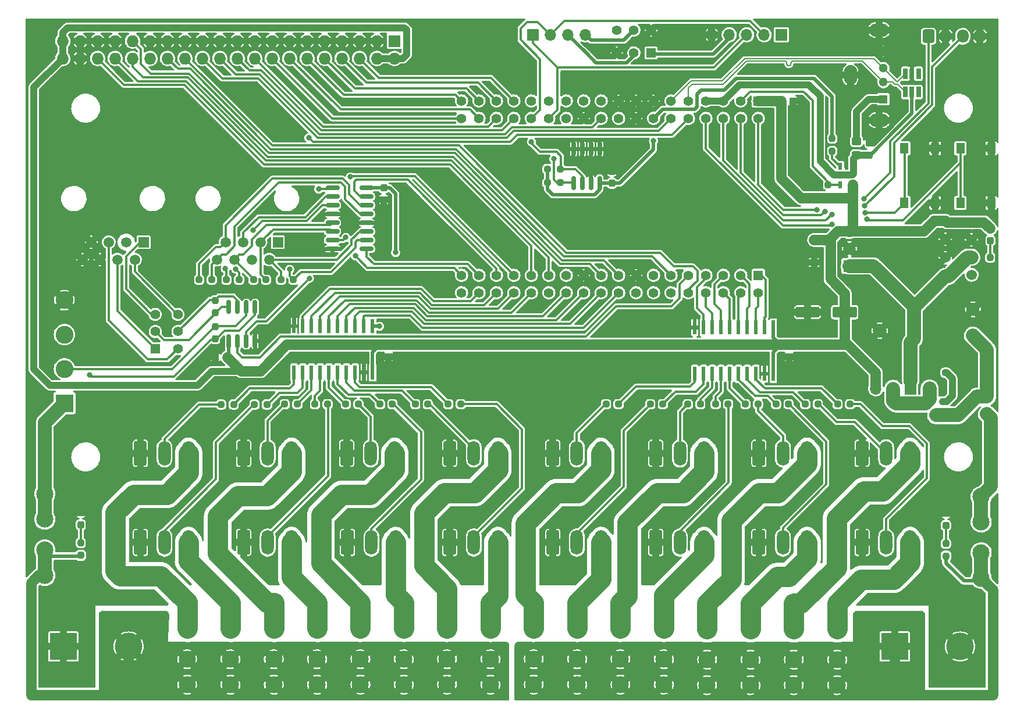
<source format=gbr>
%TF.GenerationSoftware,KiCad,Pcbnew,(6.0.7)*%
%TF.CreationDate,2022-08-24T10:01:36-04:00*%
%TF.ProjectId,PB_16,50425f31-362e-46b6-9963-61645f706362,v2.2*%
%TF.SameCoordinates,Original*%
%TF.FileFunction,Copper,L1,Top*%
%TF.FilePolarity,Positive*%
%FSLAX46Y46*%
G04 Gerber Fmt 4.6, Leading zero omitted, Abs format (unit mm)*
G04 Created by KiCad (PCBNEW (6.0.7)) date 2022-08-24 10:01:36*
%MOMM*%
%LPD*%
G01*
G04 APERTURE LIST*
G04 Aperture macros list*
%AMRoundRect*
0 Rectangle with rounded corners*
0 $1 Rounding radius*
0 $2 $3 $4 $5 $6 $7 $8 $9 X,Y pos of 4 corners*
0 Add a 4 corners polygon primitive as box body*
4,1,4,$2,$3,$4,$5,$6,$7,$8,$9,$2,$3,0*
0 Add four circle primitives for the rounded corners*
1,1,$1+$1,$2,$3*
1,1,$1+$1,$4,$5*
1,1,$1+$1,$6,$7*
1,1,$1+$1,$8,$9*
0 Add four rect primitives between the rounded corners*
20,1,$1+$1,$2,$3,$4,$5,0*
20,1,$1+$1,$4,$5,$6,$7,0*
20,1,$1+$1,$6,$7,$8,$9,0*
20,1,$1+$1,$8,$9,$2,$3,0*%
G04 Aperture macros list end*
%TA.AperFunction,SMDPad,CuDef*%
%ADD10RoundRect,0.237500X0.300000X0.237500X-0.300000X0.237500X-0.300000X-0.237500X0.300000X-0.237500X0*%
%TD*%
%TA.AperFunction,ComponentPad*%
%ADD11C,2.475000*%
%TD*%
%TA.AperFunction,ComponentPad*%
%ADD12RoundRect,0.250000X-0.650000X-1.550000X0.650000X-1.550000X0.650000X1.550000X-0.650000X1.550000X0*%
%TD*%
%TA.AperFunction,ComponentPad*%
%ADD13O,1.800000X3.600000*%
%TD*%
%TA.AperFunction,SMDPad,CuDef*%
%ADD14R,0.558800X2.159000*%
%TD*%
%TA.AperFunction,SMDPad,CuDef*%
%ADD15RoundRect,0.237500X-0.237500X0.287500X-0.237500X-0.287500X0.237500X-0.287500X0.237500X0.287500X0*%
%TD*%
%TA.AperFunction,SMDPad,CuDef*%
%ADD16RoundRect,0.237500X-0.237500X0.250000X-0.237500X-0.250000X0.237500X-0.250000X0.237500X0.250000X0*%
%TD*%
%TA.AperFunction,ComponentPad*%
%ADD17R,1.700000X1.700000*%
%TD*%
%TA.AperFunction,ComponentPad*%
%ADD18O,1.700000X1.700000*%
%TD*%
%TA.AperFunction,ComponentPad*%
%ADD19R,1.300000X1.300000*%
%TD*%
%TA.AperFunction,ComponentPad*%
%ADD20C,1.300000*%
%TD*%
%TA.AperFunction,ComponentPad*%
%ADD21O,1.900000X2.900000*%
%TD*%
%TA.AperFunction,ComponentPad*%
%ADD22O,2.900000X1.900000*%
%TD*%
%TA.AperFunction,SMDPad,CuDef*%
%ADD23RoundRect,0.237500X0.250000X0.237500X-0.250000X0.237500X-0.250000X-0.237500X0.250000X-0.237500X0*%
%TD*%
%TA.AperFunction,SMDPad,CuDef*%
%ADD24RoundRect,0.250000X-0.450000X0.325000X-0.450000X-0.325000X0.450000X-0.325000X0.450000X0.325000X0*%
%TD*%
%TA.AperFunction,SMDPad,CuDef*%
%ADD25RoundRect,0.237500X0.237500X-0.300000X0.237500X0.300000X-0.237500X0.300000X-0.237500X-0.300000X0*%
%TD*%
%TA.AperFunction,SMDPad,CuDef*%
%ADD26R,0.600000X1.050000*%
%TD*%
%TA.AperFunction,SMDPad,CuDef*%
%ADD27RoundRect,0.237500X-0.237500X0.300000X-0.237500X-0.300000X0.237500X-0.300000X0.237500X0.300000X0*%
%TD*%
%TA.AperFunction,SMDPad,CuDef*%
%ADD28RoundRect,0.150000X0.150000X-0.825000X0.150000X0.825000X-0.150000X0.825000X-0.150000X-0.825000X0*%
%TD*%
%TA.AperFunction,SMDPad,CuDef*%
%ADD29RoundRect,0.150000X-0.150000X0.825000X-0.150000X-0.825000X0.150000X-0.825000X0.150000X0.825000X0*%
%TD*%
%TA.AperFunction,SMDPad,CuDef*%
%ADD30RoundRect,0.250000X1.500000X0.550000X-1.500000X0.550000X-1.500000X-0.550000X1.500000X-0.550000X0*%
%TD*%
%TA.AperFunction,ComponentPad*%
%ADD31R,2.000000X2.000000*%
%TD*%
%TA.AperFunction,ComponentPad*%
%ADD32C,2.000000*%
%TD*%
%TA.AperFunction,SMDPad,CuDef*%
%ADD33RoundRect,0.237500X0.237500X-0.287500X0.237500X0.287500X-0.237500X0.287500X-0.237500X-0.287500X0*%
%TD*%
%TA.AperFunction,SMDPad,CuDef*%
%ADD34RoundRect,0.237500X0.237500X-0.250000X0.237500X0.250000X-0.237500X0.250000X-0.237500X-0.250000X0*%
%TD*%
%TA.AperFunction,ComponentPad*%
%ADD35R,1.800000X1.800000*%
%TD*%
%TA.AperFunction,ComponentPad*%
%ADD36C,1.800000*%
%TD*%
%TA.AperFunction,ComponentPad*%
%ADD37C,1.524000*%
%TD*%
%TA.AperFunction,SMDPad,CuDef*%
%ADD38R,1.200000X0.900000*%
%TD*%
%TA.AperFunction,SMDPad,CuDef*%
%ADD39RoundRect,0.237500X-0.300000X-0.237500X0.300000X-0.237500X0.300000X0.237500X-0.300000X0.237500X0*%
%TD*%
%TA.AperFunction,ComponentPad*%
%ADD40R,2.600000X2.600000*%
%TD*%
%TA.AperFunction,ComponentPad*%
%ADD41C,2.600000*%
%TD*%
%TA.AperFunction,ComponentPad*%
%ADD42R,1.408000X1.408000*%
%TD*%
%TA.AperFunction,ComponentPad*%
%ADD43C,1.408000*%
%TD*%
%TA.AperFunction,ComponentPad*%
%ADD44R,1.727200X1.727200*%
%TD*%
%TA.AperFunction,ComponentPad*%
%ADD45O,1.727200X1.727200*%
%TD*%
%TA.AperFunction,ComponentPad*%
%ADD46R,1.400000X1.400000*%
%TD*%
%TA.AperFunction,ComponentPad*%
%ADD47C,1.400000*%
%TD*%
%TA.AperFunction,ComponentPad*%
%ADD48R,1.500000X1.500000*%
%TD*%
%TA.AperFunction,ComponentPad*%
%ADD49C,1.500000*%
%TD*%
%TA.AperFunction,SMDPad,CuDef*%
%ADD50R,0.900000X1.200000*%
%TD*%
%TA.AperFunction,SMDPad,CuDef*%
%ADD51R,0.800000X0.900000*%
%TD*%
%TA.AperFunction,SMDPad,CuDef*%
%ADD52RoundRect,0.237500X-0.250000X-0.237500X0.250000X-0.237500X0.250000X0.237500X-0.250000X0.237500X0*%
%TD*%
%TA.AperFunction,ComponentPad*%
%ADD53R,4.000000X4.000000*%
%TD*%
%TA.AperFunction,ComponentPad*%
%ADD54C,4.000000*%
%TD*%
%TA.AperFunction,SMDPad,CuDef*%
%ADD55RoundRect,0.150000X-0.825000X-0.150000X0.825000X-0.150000X0.825000X0.150000X-0.825000X0.150000X0*%
%TD*%
%TA.AperFunction,ComponentPad*%
%ADD56C,1.904000*%
%TD*%
%TA.AperFunction,SMDPad,CuDef*%
%ADD57R,0.650000X1.560000*%
%TD*%
%TA.AperFunction,ComponentPad*%
%ADD58RoundRect,0.250000X-0.600000X-0.725000X0.600000X-0.725000X0.600000X0.725000X-0.600000X0.725000X0*%
%TD*%
%TA.AperFunction,ComponentPad*%
%ADD59O,1.700000X1.950000*%
%TD*%
%TA.AperFunction,SMDPad,CuDef*%
%ADD60R,1.300000X1.550000*%
%TD*%
%TA.AperFunction,ViaPad*%
%ADD61C,0.800000*%
%TD*%
%TA.AperFunction,ViaPad*%
%ADD62C,1.000000*%
%TD*%
%TA.AperFunction,Conductor*%
%ADD63C,0.500000*%
%TD*%
%TA.AperFunction,Conductor*%
%ADD64C,1.500000*%
%TD*%
%TA.AperFunction,Conductor*%
%ADD65C,1.000000*%
%TD*%
%TA.AperFunction,Conductor*%
%ADD66C,2.000000*%
%TD*%
%TA.AperFunction,Conductor*%
%ADD67C,3.000000*%
%TD*%
%TA.AperFunction,Conductor*%
%ADD68C,2.999999*%
%TD*%
%TA.AperFunction,Conductor*%
%ADD69C,0.350000*%
%TD*%
%TA.AperFunction,Conductor*%
%ADD70C,0.200000*%
%TD*%
G04 APERTURE END LIST*
D10*
%TO.P,C7,1*%
%TO.N,+5V*%
X-99405900Y26990900D03*
%TO.P,C7,2*%
%TO.N,GND*%
X-101130900Y26990900D03*
%TD*%
D11*
%TO.P,F17,1_1,1*%
%TO.N,VIN1*%
X-125938400Y-4799100D03*
%TO.P,F17,1_2,1*%
X-125938400Y-1099100D03*
%TO.P,F17,2_1,2*%
%TO.N,V_DMX*%
X-125938400Y3400900D03*
%TO.P,F17,2_2,2*%
X-125938400Y7100900D03*
%TD*%
D12*
%TO.P,J2,1,Pin_1*%
%TO.N,GND*%
X-112017200Y3500D03*
D13*
%TO.P,J2,2,Pin_2*%
%TO.N,/Output 1-8/DOUT2*%
X-108517200Y3500D03*
%TO.P,J2,3,Pin_3*%
%TO.N,/Output 1-8/VOUT2*%
X-105017200Y3500D03*
%TD*%
D12*
%TO.P,J5,1,Pin_1*%
%TO.N,GND*%
X-82017200Y13003500D03*
D13*
%TO.P,J5,2,Pin_2*%
%TO.N,/Output 1-8/DOUT5*%
X-78517200Y13003500D03*
%TO.P,J5,3,Pin_3*%
%TO.N,/Output 1-8/VOUT5*%
X-75017200Y13003500D03*
%TD*%
D12*
%TO.P,J6,1,Pin_1*%
%TO.N,GND*%
X-81902858Y3500D03*
D13*
%TO.P,J6,2,Pin_2*%
%TO.N,/Output 1-8/DOUT6*%
X-78402858Y3500D03*
%TO.P,J6,3,Pin_3*%
%TO.N,/Output 1-8/VOUT6*%
X-74902858Y3500D03*
%TD*%
D12*
%TO.P,J7,1,Pin_1*%
%TO.N,GND*%
X-67017200Y13003500D03*
D13*
%TO.P,J7,2,Pin_2*%
%TO.N,/Output 1-8/DOUT7*%
X-63517200Y13003500D03*
%TO.P,J7,3,Pin_3*%
%TO.N,/Output 1-8/VOUT7*%
X-60017200Y13003500D03*
%TD*%
D12*
%TO.P,J8,1,Pin_1*%
%TO.N,GND*%
X-67017200Y3500D03*
D13*
%TO.P,J8,2,Pin_2*%
%TO.N,/Output 1-8/DOUT8*%
X-63517200Y3500D03*
%TO.P,J8,3,Pin_3*%
%TO.N,/Output 1-8/VOUT8*%
X-60017200Y3500D03*
%TD*%
D12*
%TO.P,J9,1,Pin_1*%
%TO.N,GND*%
X-52017200Y13003500D03*
D13*
%TO.P,J9,2,Pin_2*%
%TO.N,/Output 9-16/DOUT9*%
X-48517200Y13003500D03*
%TO.P,J9,3,Pin_3*%
%TO.N,/Output 9-16/VOUT9*%
X-45017200Y13003500D03*
%TD*%
D12*
%TO.P,J10,1,Pin_1*%
%TO.N,GND*%
X-52017200Y3500D03*
D13*
%TO.P,J10,2,Pin_2*%
%TO.N,/Output 9-16/DOUT10*%
X-48517200Y3500D03*
%TO.P,J10,3,Pin_3*%
%TO.N,/Output 9-16/VOUT10*%
X-45017200Y3500D03*
%TD*%
D12*
%TO.P,J11,1,Pin_1*%
%TO.N,GND*%
X-37017200Y13003500D03*
D13*
%TO.P,J11,2,Pin_2*%
%TO.N,/Output 9-16/DOUT11*%
X-33517200Y13003500D03*
%TO.P,J11,3,Pin_3*%
%TO.N,/Output 9-16/VOUT11*%
X-30017200Y13003500D03*
%TD*%
D12*
%TO.P,J12,1,Pin_1*%
%TO.N,GND*%
X-37017200Y3500D03*
D13*
%TO.P,J12,2,Pin_2*%
%TO.N,/Output 9-16/DOUT12*%
X-33517200Y3500D03*
%TO.P,J12,3,Pin_3*%
%TO.N,/Output 9-16/VOUT12*%
X-30017200Y3500D03*
%TD*%
D12*
%TO.P,J13,1,Pin_1*%
%TO.N,GND*%
X-22017200Y13003500D03*
D13*
%TO.P,J13,2,Pin_2*%
%TO.N,/Output 9-16/DOUT13*%
X-18517200Y13003500D03*
%TO.P,J13,3,Pin_3*%
%TO.N,/Output 9-16/VOUT13*%
X-15017200Y13003500D03*
%TD*%
D12*
%TO.P,J14,1,Pin_1*%
%TO.N,GND*%
X-22017200Y3500D03*
D13*
%TO.P,J14,2,Pin_2*%
%TO.N,/Output 9-16/DOUT14*%
X-18517200Y3500D03*
%TO.P,J14,3,Pin_3*%
%TO.N,/Output 9-16/VOUT14*%
X-15017200Y3500D03*
%TD*%
D12*
%TO.P,J15,1,Pin_1*%
%TO.N,GND*%
X-7017200Y13003500D03*
D13*
%TO.P,J15,2,Pin_2*%
%TO.N,/Output 9-16/DOUT15*%
X-3517200Y13003500D03*
%TO.P,J15,3,Pin_3*%
%TO.N,/Output 9-16/VOUT15*%
X-17200Y13003500D03*
%TD*%
D12*
%TO.P,J16,1,Pin_1*%
%TO.N,GND*%
X-7017200Y3500D03*
D13*
%TO.P,J16,2,Pin_2*%
%TO.N,/Output 9-16/DOUT16*%
X-3517200Y3500D03*
%TO.P,J16,3,Pin_3*%
%TO.N,/Output 9-16/VOUT16*%
X-17200Y3500D03*
%TD*%
D11*
%TO.P,F1,1_1,1*%
%TO.N,VIN1*%
X-105238400Y-20699100D03*
%TO.P,F1,1_2,1*%
X-105238400Y-16999100D03*
%TO.P,F1,2_1,2*%
%TO.N,/Output 1-8/VOUT1*%
X-105238400Y-12499100D03*
%TO.P,F1,2_2,2*%
X-105238400Y-8799100D03*
%TD*%
%TO.P,F7,1_1,1*%
%TO.N,VIN1*%
X-67398404Y-20695100D03*
%TO.P,F7,1_2,1*%
X-67398404Y-16995100D03*
%TO.P,F7,2_1,2*%
%TO.N,/Output 1-8/VOUT7*%
X-67398404Y-12495100D03*
%TO.P,F7,2_2,2*%
X-67398404Y-8795100D03*
%TD*%
%TO.P,F2,1_1,1*%
%TO.N,VIN1*%
X-98931734Y-20699100D03*
%TO.P,F2,1_2,1*%
X-98931734Y-16999100D03*
%TO.P,F2,2_1,2*%
%TO.N,/Output 1-8/VOUT2*%
X-98931734Y-12499100D03*
%TO.P,F2,2_2,2*%
X-98931734Y-8799100D03*
%TD*%
%TO.P,F6,1_1,1*%
%TO.N,VIN1*%
X-73705070Y-20695100D03*
%TO.P,F6,1_2,1*%
X-73705070Y-16995100D03*
%TO.P,F6,2_1,2*%
%TO.N,/Output 1-8/VOUT6*%
X-73705070Y-12495100D03*
%TO.P,F6,2_2,2*%
X-73705070Y-8795100D03*
%TD*%
%TO.P,F8,1_1,1*%
%TO.N,VIN1*%
X-61091738Y-20695100D03*
%TO.P,F8,1_2,1*%
X-61091738Y-16995100D03*
%TO.P,F8,2_1,2*%
%TO.N,/Output 1-8/VOUT8*%
X-61091738Y-12495100D03*
%TO.P,F8,2_2,2*%
X-61091738Y-8795100D03*
%TD*%
%TO.P,F9,1_1,1*%
%TO.N,VIN2*%
X-54785072Y-20695100D03*
%TO.P,F9,1_2,1*%
X-54785072Y-16995100D03*
%TO.P,F9,2_1,2*%
%TO.N,/Output 9-16/VOUT9*%
X-54785072Y-12495100D03*
%TO.P,F9,2_2,2*%
X-54785072Y-8795100D03*
%TD*%
%TO.P,F10,1_1,1*%
%TO.N,VIN2*%
X-48478406Y-20695100D03*
%TO.P,F10,1_2,1*%
X-48478406Y-16995100D03*
%TO.P,F10,2_1,2*%
%TO.N,/Output 9-16/VOUT10*%
X-48478406Y-12495100D03*
%TO.P,F10,2_2,2*%
X-48478406Y-8795100D03*
%TD*%
%TO.P,F5,1_1,1*%
%TO.N,VIN1*%
X-80011736Y-20695100D03*
%TO.P,F5,1_2,1*%
X-80011736Y-16995100D03*
%TO.P,F5,2_1,2*%
%TO.N,/Output 1-8/VOUT5*%
X-80011736Y-12495100D03*
%TO.P,F5,2_2,2*%
X-80011736Y-8795100D03*
%TD*%
%TO.P,F3,1_1,1*%
%TO.N,VIN1*%
X-92625068Y-20700100D03*
%TO.P,F3,1_2,1*%
X-92625068Y-17000100D03*
%TO.P,F3,2_1,2*%
%TO.N,/Output 1-8/VOUT3*%
X-92625068Y-12500100D03*
%TO.P,F3,2_2,2*%
X-92625068Y-8800100D03*
%TD*%
%TO.P,F11,1_1,1*%
%TO.N,VIN2*%
X-42171740Y-20695100D03*
%TO.P,F11,1_2,1*%
X-42171740Y-16995100D03*
%TO.P,F11,2_1,2*%
%TO.N,/Output 9-16/VOUT11*%
X-42171740Y-12495100D03*
%TO.P,F11,2_2,2*%
X-42171740Y-8795100D03*
%TD*%
%TO.P,F4,1_1,1*%
%TO.N,VIN1*%
X-86318402Y-20700100D03*
%TO.P,F4,1_2,1*%
X-86318402Y-17000100D03*
%TO.P,F4,2_1,2*%
%TO.N,/Output 1-8/VOUT4*%
X-86318402Y-12500100D03*
%TO.P,F4,2_2,2*%
X-86318402Y-8800100D03*
%TD*%
D12*
%TO.P,J1,1,Pin_1*%
%TO.N,GND*%
X-112017200Y13003500D03*
D13*
%TO.P,J1,2,Pin_2*%
%TO.N,/Output 1-8/DOUT1*%
X-108517200Y13003500D03*
%TO.P,J1,3,Pin_3*%
%TO.N,/Output 1-8/VOUT1*%
X-105017200Y13003500D03*
%TD*%
D12*
%TO.P,J3,1,Pin_1*%
%TO.N,GND*%
X-97017200Y13003500D03*
D13*
%TO.P,J3,2,Pin_2*%
%TO.N,/Output 1-8/DOUT3*%
X-93517200Y13003500D03*
%TO.P,J3,3,Pin_3*%
%TO.N,/Output 1-8/VOUT3*%
X-90017200Y13003500D03*
%TD*%
D12*
%TO.P,J4,1,Pin_1*%
%TO.N,GND*%
X-97017200Y3500D03*
D13*
%TO.P,J4,2,Pin_2*%
%TO.N,/Output 1-8/DOUT4*%
X-93517200Y3500D03*
%TO.P,J4,3,Pin_3*%
%TO.N,/Output 1-8/VOUT4*%
X-90017200Y3500D03*
%TD*%
D11*
%TO.P,F12,1_1,1*%
%TO.N,VIN2*%
X-35865074Y-20691300D03*
%TO.P,F12,1_2,1*%
X-35865074Y-16991300D03*
%TO.P,F12,2_1,2*%
%TO.N,/Output 9-16/VOUT12*%
X-35865074Y-12491300D03*
%TO.P,F12,2_2,2*%
X-35865074Y-8791300D03*
%TD*%
D14*
%TO.P,U4,1,DIR*%
%TO.N,+5V*%
X-78235600Y31537500D03*
%TO.P,U4,2,A1*%
%TO.N,DATA8*%
X-79505600Y31537500D03*
%TO.P,U4,3,A2*%
%TO.N,DATA7*%
X-80775600Y31537500D03*
%TO.P,U4,4,A3*%
%TO.N,DATA6*%
X-82045600Y31537500D03*
%TO.P,U4,5,A4*%
%TO.N,DATA5*%
X-83315600Y31537500D03*
%TO.P,U4,6,A5*%
%TO.N,DATA4*%
X-84585600Y31537500D03*
%TO.P,U4,7,A6*%
%TO.N,DATA3*%
X-85855600Y31537500D03*
%TO.P,U4,8,A7*%
%TO.N,DATA2*%
X-87125600Y31537500D03*
%TO.P,U4,9,A8*%
%TO.N,DATA1*%
X-88395600Y31537500D03*
%TO.P,U4,10,GND*%
%TO.N,GND*%
X-89665600Y31537500D03*
%TO.P,U4,11,B8*%
%TO.N,Net-(R7-Pad1)*%
X-89665600Y24781100D03*
%TO.P,U4,12,B7*%
%TO.N,Net-(R8-Pad1)*%
X-88395600Y24781100D03*
%TO.P,U4,13,B6*%
%TO.N,Net-(R9-Pad1)*%
X-87125600Y24781100D03*
%TO.P,U4,14,B5*%
%TO.N,Net-(R10-Pad1)*%
X-85855600Y24781100D03*
%TO.P,U4,15,B4*%
%TO.N,Net-(R11-Pad1)*%
X-84585600Y24781100D03*
%TO.P,U4,16,B3*%
%TO.N,Net-(R12-Pad1)*%
X-83315600Y24781100D03*
%TO.P,U4,17,B2*%
%TO.N,Net-(R13-Pad1)*%
X-82045600Y24781100D03*
%TO.P,U4,18,B1*%
%TO.N,Net-(R14-Pad1)*%
X-80775600Y24781100D03*
%TO.P,U4,19,\u002AOE*%
%TO.N,GND*%
X-79505600Y24781100D03*
%TO.P,U4,20,VCC*%
%TO.N,+5V*%
X-78235600Y24781100D03*
%TD*%
D15*
%TO.P,D1,1,K*%
%TO.N,GND*%
X-120703400Y4345500D03*
%TO.P,D1,2,A*%
%TO.N,Net-(D1-Pad2)*%
X-120703400Y2595500D03*
%TD*%
%TO.P,D2,1,K*%
%TO.N,GND*%
X5203400Y4243900D03*
%TO.P,D2,2,A*%
%TO.N,Net-(D2-Pad2)*%
X5203400Y2493900D03*
%TD*%
D16*
%TO.P,R1,1*%
%TO.N,Net-(D1-Pad2)*%
X-120703400Y-36600D03*
%TO.P,R1,2*%
%TO.N,VIN1*%
X-120703400Y-1861600D03*
%TD*%
%TO.P,R2,1*%
%TO.N,Net-(D2-Pad2)*%
X5203400Y-138200D03*
%TO.P,R2,2*%
%TO.N,VIN2*%
X5203400Y-1963200D03*
%TD*%
D17*
%TO.P,J23,1,Pin_1*%
%TO.N,Net-(C1-Pad1)*%
X61600Y22400900D03*
D18*
%TO.P,J23,2,Pin_2*%
%TO.N,VCC*%
X-2478400Y22400900D03*
%TO.P,J23,3,Pin_3*%
%TO.N,+5V*%
X-5018400Y22400900D03*
%TD*%
D11*
%TO.P,F18,1_1,1*%
%TO.N,VIN2*%
X10308800Y-5199100D03*
%TO.P,F18,1_2,1*%
X10308800Y-1499100D03*
%TO.P,F18,2_1,2*%
%TO.N,/VIN_Fuse*%
X10308800Y3000900D03*
%TO.P,F18,2_2,2*%
X10308800Y6700900D03*
%TD*%
D17*
%TO.P,J29,1,Pin_1*%
%TO.N,/VIN*%
X11161600Y23790500D03*
D18*
%TO.P,J29,2,Pin_2*%
X11161600Y21250500D03*
%TO.P,J29,3,Pin_3*%
%TO.N,/VIN_Fuse*%
X11161600Y18710500D03*
%TD*%
D19*
%TO.P,J19,1,VBUS*%
%TO.N,/USB/V_USB_FB*%
X-3914600Y64582780D03*
D20*
%TO.P,J19,2,D-*%
%TO.N,USB_D-*%
X-3914600Y67082780D03*
%TO.P,J19,3,D+*%
%TO.N,USB_D+*%
X-3914600Y69082780D03*
%TO.P,J19,4,GND*%
%TO.N,GND*%
X-3914600Y71582780D03*
D21*
%TO.P,J19,5,Shield*%
X-8694600Y68082780D03*
D22*
X-4514600Y61512780D03*
X-4514600Y74652780D03*
%TD*%
D23*
%TO.P,R29,1*%
%TO.N,USB_DVBUS*%
X-11955900Y52100900D03*
%TO.P,R29,2*%
%TO.N,GND*%
X-13780900Y52100900D03*
%TD*%
D24*
%TO.P,FB1,1*%
%TO.N,/USB/V_USB_FB*%
X-7814600Y58457780D03*
%TO.P,FB1,2*%
%TO.N,V_USB*%
X-7814600Y56407780D03*
%TD*%
D16*
%TO.P,R30,1*%
%TO.N,+3V3*%
X-11357400Y58845680D03*
%TO.P,R30,2*%
%TO.N,Net-(R30-Pad2)*%
X-11357400Y57020680D03*
%TD*%
D25*
%TO.P,C9,1*%
%TO.N,V_USB*%
X-5968400Y56438400D03*
%TO.P,C9,2*%
%TO.N,GND*%
X-5968400Y58163400D03*
%TD*%
D26*
%TO.P,U8,1,OUT*%
%TO.N,V_USB*%
X-8324600Y54787380D03*
%TO.P,U8,2,GND*%
%TO.N,GND*%
X-9274600Y54787380D03*
%TO.P,U8,3,~{OC}*%
%TO.N,Net-(R30-Pad2)*%
X-10224600Y54787380D03*
%TO.P,U8,4,~{EN}*%
%TO.N,USB_DVBUS*%
X-10224600Y52087380D03*
%TO.P,U8,5,IN*%
%TO.N,+5V*%
X-8324600Y52087380D03*
%TD*%
D27*
%TO.P,C5,1*%
%TO.N,+5V*%
X-75918400Y28763400D03*
%TO.P,C5,2*%
%TO.N,GND*%
X-75918400Y27038400D03*
%TD*%
D28*
%TO.P,U6,1,VCC*%
%TO.N,+5V*%
X-99160200Y29341900D03*
%TO.P,U6,2,IN*%
%TO.N,TXD1*%
X-97890200Y29341900D03*
%TO.P,U6,3,IN*%
%TO.N,TXD2*%
X-96620200Y29341900D03*
%TO.P,U6,4,GND*%
%TO.N,GND*%
X-95350200Y29341900D03*
%TO.P,U6,5,OUTA*%
%TO.N,/Serial/DMX2-*%
X-95350200Y34291900D03*
%TO.P,U6,6,OUTB*%
%TO.N,/Serial/DMX2+*%
X-96620200Y34291900D03*
%TO.P,U6,7,OUTA*%
%TO.N,/Serial/DMX1-*%
X-97890200Y34291900D03*
%TO.P,U6,8,OUTB*%
%TO.N,/Serial/DMX1+*%
X-99160200Y34291900D03*
%TD*%
D25*
%TO.P,C3,1*%
%TO.N,+3V3*%
X-43418400Y52338400D03*
%TO.P,C3,2*%
%TO.N,GND*%
X-43418400Y54063400D03*
%TD*%
D23*
%TO.P,R6,1*%
%TO.N,I2C_SCL*%
X-50955900Y54400900D03*
%TO.P,R6,2*%
%TO.N,+3V3*%
X-52780900Y54400900D03*
%TD*%
D29*
%TO.P,U2,1,A0*%
%TO.N,GND*%
X-45191160Y57339420D03*
%TO.P,U2,2,A1*%
X-46461160Y57339420D03*
%TO.P,U2,3,A2*%
X-47731160Y57339420D03*
%TO.P,U2,4,GND*%
X-49001160Y57339420D03*
%TO.P,U2,5,SDA*%
%TO.N,I2C_SDA*%
X-49001160Y52389420D03*
%TO.P,U2,6,SCL*%
%TO.N,I2C_SCL*%
X-47731160Y52389420D03*
%TO.P,U2,7,WP*%
%TO.N,GND*%
X-46461160Y52389420D03*
%TO.P,U2,8,VCC*%
%TO.N,+3V3*%
X-45191160Y52389420D03*
%TD*%
D23*
%TO.P,R5,1*%
%TO.N,I2C_SDA*%
X-50955900Y52400900D03*
%TO.P,R5,2*%
%TO.N,+3V3*%
X-52780900Y52400900D03*
%TD*%
D30*
%TO.P,C2,1*%
%TO.N,+5V*%
X-9538400Y33550900D03*
%TO.P,C2,2*%
%TO.N,GND*%
X-14938400Y33550900D03*
%TD*%
D31*
%TO.P,C1,1*%
%TO.N,Net-(C1-Pad1)*%
X561600Y30867700D03*
D32*
%TO.P,C1,2*%
%TO.N,GND*%
X-4438400Y30867700D03*
%TD*%
D33*
%TO.P,D3,1,K*%
%TO.N,Net-(D3-Pad1)*%
X11656600Y43975900D03*
%TO.P,D3,2,A*%
%TO.N,+5V*%
X11656600Y45725900D03*
%TD*%
D34*
%TO.P,R3,1*%
%TO.N,GND*%
X11631600Y39688400D03*
%TO.P,R3,2*%
%TO.N,Net-(D3-Pad1)*%
X11631600Y41513400D03*
%TD*%
D35*
%TO.P,U1,1,IN*%
%TO.N,Net-(C1-Pad1)*%
X-8860400Y40285900D03*
D36*
%TO.P,U1,2,GND*%
%TO.N,GND*%
X-8860400Y42825900D03*
%TO.P,U1,3,OUT*%
%TO.N,+5V*%
X-8860400Y45365900D03*
D37*
%TO.P,U1,4,OUT*%
X8919600Y46635900D03*
%TO.P,U1,5,GND*%
%TO.N,GND*%
X8919600Y44095900D03*
%TO.P,U1,6,IN*%
%TO.N,Net-(C1-Pad1)*%
X8919600Y41555900D03*
%TO.P,U1,7,EN*%
%TO.N,unconnected-(U1-Pad7)*%
X8919600Y39015900D03*
%TO.P,U1,8,OUT*%
%TO.N,+5V*%
X5109600Y46867840D03*
%TO.P,U1,9,GND*%
%TO.N,GND*%
X5109600Y44172900D03*
%TO.P,U1,10,GND*%
X5109600Y41478900D03*
%TO.P,U1,11,IN*%
%TO.N,Net-(C1-Pad1)*%
X5109600Y38783960D03*
%TD*%
D38*
%TO.P,D5,1,K*%
%TO.N,+5V*%
X-13993400Y44075900D03*
%TO.P,D5,2,A*%
%TO.N,GND*%
X-13993400Y40775900D03*
%TD*%
D39*
%TO.P,C4,1*%
%TO.N,+5V*%
X-18780900Y64318740D03*
%TO.P,C4,2*%
%TO.N,GND*%
X-17055900Y64318740D03*
%TD*%
D16*
%TO.P,R28,1*%
%TO.N,/Serial/DMX2+*%
X-101146400Y31459400D03*
%TO.P,R28,2*%
%TO.N,/Serial/DMX2-*%
X-101146400Y29634400D03*
%TD*%
D40*
%TO.P,J22,1,Pin_1*%
%TO.N,V_DMX*%
X-123088400Y20300900D03*
D41*
%TO.P,J22,2,Pin_2*%
%TO.N,/Serial/DMX2+*%
X-123088400Y25300900D03*
%TO.P,J22,3,Pin_3*%
%TO.N,/Serial/DMX2-*%
X-123088400Y30300900D03*
%TO.P,J22,4,Pin_4*%
%TO.N,GND*%
X-123088400Y35300900D03*
%TD*%
D34*
%TO.P,R23,1*%
%TO.N,/Serial/DMX1+*%
X-101138400Y33438400D03*
%TO.P,R23,2*%
%TO.N,/Serial/DMX1-*%
X-101138400Y35263400D03*
%TD*%
D42*
%TO.P,U3,P1_1,SYS_VIN*%
%TO.N,+5V*%
X-22116840Y64328900D03*
D43*
%TO.P,U3,P1_2,AIN6/GPIO87*%
%TO.N,GPIO1*%
X-22116840Y61788900D03*
%TO.P,U3,P1_3,USB1_DRVVBUS*%
%TO.N,USB_DVBUS*%
X-24656840Y64328900D03*
%TO.P,U3,P1_4,GPIO_89*%
%TO.N,GPIO2*%
X-24656840Y61788900D03*
%TO.P,U3,P1_5,USB1_VBUS*%
%TO.N,V_USB*%
X-27196840Y64328900D03*
%TO.P,U3,P1_6,SPI0_CS*%
%TO.N,BTN1*%
X-27196840Y61788900D03*
%TO.P,U3,P1_7,USB1_VIN*%
%TO.N,V_USB*%
X-29736840Y64328900D03*
%TO.P,U3,P1_8,SPI0_CLK*%
%TO.N,BTN2*%
X-29736840Y61788900D03*
%TO.P,U3,P1_9,USB1_DN*%
%TO.N,USB_D-*%
X-32276840Y64328900D03*
%TO.P,U3,P1_10,SPI0_MISO*%
%TO.N,TXD2*%
X-32276840Y61788900D03*
%TO.P,U3,P1_11,USB1_DP*%
%TO.N,USB_D+*%
X-34816840Y64328900D03*
%TO.P,U3,P1_12,SPI0_MOSI*%
%TO.N,OUT30*%
X-34816840Y61788900D03*
%TO.P,U3,P1_13,USB1_ID*%
%TO.N,GND*%
X-37356840Y64328900D03*
%TO.P,U3,P1_14,SYS_3.3V*%
%TO.N,+3V3*%
X-37356840Y61788900D03*
%TO.P,U3,P1_15,USB1_GND*%
%TO.N,GND*%
X-39896840Y64328900D03*
%TO.P,U3,P1_16,SYS_GND*%
X-39896840Y61788900D03*
%TO.P,U3,P1_17,AIN1.8V_REF-*%
X-42436840Y64328900D03*
%TO.P,U3,P1_18,AIN1.8V_REF+*%
%TO.N,unconnected-(U3-PadP1_18)*%
X-42436840Y61788900D03*
%TO.P,U3,P1_19,AIN0(1.8V)*%
%TO.N,unconnected-(U3-PadP1_19)*%
X-44976840Y64328900D03*
%TO.P,U3,P1_20,GPIO_20*%
%TO.N,OUT29*%
X-44976840Y61788900D03*
%TO.P,U3,P1_21,AIN1(1.8V)*%
%TO.N,unconnected-(U3-PadP1_21)*%
X-47516840Y64328900D03*
%TO.P,U3,P1_22,SYS_GND*%
%TO.N,GND*%
X-47516840Y61788900D03*
%TO.P,U3,P1_23,AIN2(1.8V)*%
%TO.N,unconnected-(U3-PadP1_23)*%
X-50056840Y64328900D03*
%TO.P,U3,P1_24,SYS_VOUT*%
%TO.N,unconnected-(U3-PadP1_24)*%
X-50056840Y61788900D03*
%TO.P,U3,P1_25,AIN3(1.8V)*%
%TO.N,unconnected-(U3-PadP1_25)*%
X-52596840Y64328900D03*
%TO.P,U3,P1_26,I2C2_SDA*%
%TO.N,I2C_SDA*%
X-52596840Y61788900D03*
%TO.P,U3,P1_27,AIN4(1.8V)*%
%TO.N,unconnected-(U3-PadP1_27)*%
X-55136840Y64328900D03*
%TO.P,U3,P1_28,I2C2_SCL*%
%TO.N,I2C_SCL*%
X-55136840Y61788900D03*
%TO.P,U3,P1_29,PRU0_7*%
%TO.N,OUT21*%
X-57676840Y64328900D03*
%TO.P,U3,P1_30,UART0_TX*%
%TO.N,OUT28*%
X-57676840Y61788900D03*
%TO.P,U3,P1_31,PRU0_4*%
%TO.N,OUT22*%
X-60216840Y64328900D03*
%TO.P,U3,P1_32,UART0_RX*%
%TO.N,OUT27*%
X-60216840Y61788900D03*
%TO.P,U3,P1_33,PRU0_1*%
%TO.N,OUT23*%
X-62756840Y64328900D03*
%TO.P,U3,P1_34,GPIO_26*%
%TO.N,OUT25*%
X-62756840Y61788900D03*
%TO.P,U3,P1_35,PRU1_10*%
%TO.N,OUT24*%
X-65296840Y64328900D03*
%TO.P,U3,P1_36,PWM0_A*%
%TO.N,OUT26*%
X-65296840Y61788900D03*
D42*
%TO.P,U3,P2_1,PWM1_A*%
%TO.N,DATA16*%
X-22116840Y38928900D03*
D43*
%TO.P,U3,P2_2,GPIO_59*%
%TO.N,DATA15*%
X-22116840Y36388900D03*
%TO.P,U3,P2_3,GPIO_23*%
%TO.N,DATA14*%
X-24656840Y38928900D03*
%TO.P,U3,P2_4,GPIO_58*%
%TO.N,DATA13*%
X-24656840Y36388900D03*
%TO.P,U3,P2_5,UART4_RX*%
%TO.N,DATA11*%
X-27196840Y38928900D03*
%TO.P,U3,P2_6,GPIO_57*%
%TO.N,DATA12*%
X-27196840Y36388900D03*
%TO.P,U3,P2_7,UART4_TX*%
%TO.N,DATA9*%
X-29736840Y38928900D03*
%TO.P,U3,P2_8,GPIO_60*%
%TO.N,DATA10*%
X-29736840Y36388900D03*
%TO.P,U3,P2_9,I2C1_SCL*%
%TO.N,TXD1*%
X-32276840Y38928900D03*
%TO.P,U3,P2_10,GPIO_52*%
%TO.N,OUT31*%
X-32276840Y36388900D03*
%TO.P,U3,P2_11,I2C1_SDA*%
%TO.N,OUT32*%
X-34816840Y38928900D03*
%TO.P,U3,P2_12,SYS_PWRBTN*%
%TO.N,unconnected-(U3-PadP2_12)*%
X-34816840Y36388900D03*
%TO.P,U3,P2_13,SYS_VOUT*%
%TO.N,unconnected-(U3-PadP2_13)*%
X-37356840Y38928900D03*
%TO.P,U3,P2_14,BAT_VIN*%
%TO.N,unconnected-(U3-PadP2_14)*%
X-37356840Y36388900D03*
%TO.P,U3,P2_15,SYS_GND*%
%TO.N,GND*%
X-39896840Y38928900D03*
%TO.P,U3,P2_16,BAT_TEMP*%
%TO.N,unconnected-(U3-PadP2_16)*%
X-39896840Y36388900D03*
%TO.P,U3,P2_17,GPIO_65*%
%TO.N,OUT33*%
X-42436840Y38928900D03*
%TO.P,U3,P2_18,GPIO_47*%
%TO.N,DATA8*%
X-42436840Y36388900D03*
%TO.P,U3,P2_19,GPIO_27*%
%TO.N,OUT34*%
X-44976840Y38928900D03*
%TO.P,U3,P2_20,GPIO_64*%
%TO.N,DATA7*%
X-44976840Y36388900D03*
%TO.P,U3,P2_21,SYS_GND*%
%TO.N,GND*%
X-47516840Y38928900D03*
%TO.P,U3,P2_22,GPIO_46*%
%TO.N,DATA6*%
X-47516840Y36388900D03*
%TO.P,U3,P2_23,SYS_3.3V*%
%TO.N,unconnected-(U3-PadP2_23)*%
X-50056840Y38928900D03*
%TO.P,U3,P2_24,GPIO_48*%
%TO.N,DATA5*%
X-50056840Y36388900D03*
%TO.P,U3,P2_25,SPI1_MOSI*%
%TO.N,OUT35*%
X-52596840Y38928900D03*
%TO.P,U3,P2_26,SYS_NRST*%
%TO.N,unconnected-(U3-PadP2_26)*%
X-52596840Y36388900D03*
%TO.P,U3,P2_27,SPI1_MISO*%
%TO.N,OUT36*%
X-55136840Y38928900D03*
%TO.P,U3,P2_28,PRU0_6*%
%TO.N,DATA4*%
X-55136840Y36388900D03*
%TO.P,U3,P2_29,SPI1_CLK*%
%TO.N,OUT19*%
X-57676840Y38928900D03*
%TO.P,U3,P2_30,PRU0_3*%
%TO.N,DATA3*%
X-57676840Y36388900D03*
%TO.P,U3,P2_31,SPI1_CS*%
%TO.N,OUT20*%
X-60216840Y38928900D03*
%TO.P,U3,P2_32,PRU0_2*%
%TO.N,DATA2*%
X-60216840Y36388900D03*
%TO.P,U3,P2_33,GPIO_45*%
%TO.N,OUT17*%
X-62756840Y38928900D03*
%TO.P,U3,P2_34,PRU0_5*%
%TO.N,DATA1*%
X-62756840Y36388900D03*
%TO.P,U3,P2_35,AIN5/GPIO86*%
%TO.N,OUT18*%
X-65296840Y38928900D03*
%TO.P,U3,P2_36,AIN7(1.8V)*%
%TO.N,unconnected-(U3-PadP2_36)*%
X-65296840Y36388900D03*
%TD*%
D44*
%TO.P,J24,1,Pin_1*%
%TO.N,unconnected-(J24-Pad1)*%
X-75077280Y73057940D03*
D45*
%TO.P,J24,2,Pin_2*%
%TO.N,+5V*%
X-75077280Y70517940D03*
%TO.P,J24,3,Pin_3*%
%TO.N,GND*%
X-77617280Y73057940D03*
%TO.P,J24,4,Pin_4*%
%TO.N,+5V*%
X-77617280Y70517940D03*
%TO.P,J24,5,Pin_5*%
%TO.N,GND*%
X-80157280Y73057940D03*
%TO.P,J24,6,Pin_6*%
%TO.N,OUT21*%
X-80157280Y70517940D03*
%TO.P,J24,7,Pin_7*%
%TO.N,GND*%
X-82697280Y73057940D03*
%TO.P,J24,8,Pin_8*%
%TO.N,OUT22*%
X-82697280Y70517940D03*
%TO.P,J24,9,Pin_9*%
%TO.N,GND*%
X-85237280Y73057940D03*
%TO.P,J24,10,Pin_10*%
%TO.N,OUT23*%
X-85237280Y70517940D03*
%TO.P,J24,11,Pin_11*%
%TO.N,GND*%
X-87777280Y73057940D03*
%TO.P,J24,12,Pin_12*%
%TO.N,OUT24*%
X-87777280Y70517940D03*
%TO.P,J24,13,Pin_13*%
%TO.N,GND*%
X-90317280Y73057940D03*
%TO.P,J24,14,Pin_14*%
%TO.N,OUT25*%
X-90317280Y70517940D03*
%TO.P,J24,15,Pin_15*%
%TO.N,GND*%
X-92857280Y73057940D03*
%TO.P,J24,16,Pin_16*%
%TO.N,OUT26*%
X-92857280Y70517940D03*
%TO.P,J24,17,Pin_17*%
%TO.N,GND*%
X-95397280Y73057940D03*
%TO.P,J24,18,Pin_18*%
%TO.N,OUT27*%
X-95397280Y70517940D03*
%TO.P,J24,19,Pin_19*%
%TO.N,GND*%
X-97937280Y73057940D03*
%TO.P,J24,20,Pin_20*%
%TO.N,OUT28*%
X-97937280Y70517940D03*
%TO.P,J24,21,Pin_21*%
%TO.N,GND*%
X-100477280Y73057940D03*
%TO.P,J24,22,Pin_22*%
%TO.N,OUT29*%
X-100477280Y70517940D03*
%TO.P,J24,23,Pin_23*%
%TO.N,GND*%
X-103017280Y73057940D03*
%TO.P,J24,24,Pin_24*%
%TO.N,OUT30*%
X-103017280Y70517940D03*
%TO.P,J24,25,Pin_25*%
%TO.N,GND*%
X-105557280Y73057940D03*
%TO.P,J24,26,Pin_26*%
%TO.N,OUT31*%
X-105557280Y70517940D03*
%TO.P,J24,27,Pin_27*%
%TO.N,GND*%
X-108097280Y73057940D03*
%TO.P,J24,28,Pin_28*%
%TO.N,OUT32*%
X-108097280Y70517940D03*
%TO.P,J24,29,Pin_29*%
%TO.N,GND*%
X-110637280Y73057940D03*
%TO.P,J24,30,Pin_30*%
%TO.N,unconnected-(J24-Pad30)*%
X-110637280Y70517940D03*
%TO.P,J24,31,Pin_31*%
%TO.N,OUT33*%
X-113177280Y73057940D03*
%TO.P,J24,32,Pin_32*%
%TO.N,OUT34*%
X-113177280Y70517940D03*
%TO.P,J24,33,Pin_33*%
%TO.N,GND*%
X-115717280Y73057940D03*
%TO.P,J24,34,Pin_34*%
%TO.N,OUT35*%
X-115717280Y70517940D03*
%TO.P,J24,35,Pin_35*%
%TO.N,GND*%
X-118257280Y73057940D03*
%TO.P,J24,36,Pin_36*%
%TO.N,OUT36*%
X-118257280Y70517940D03*
%TO.P,J24,37,Pin_37*%
%TO.N,GND*%
X-120797280Y73057940D03*
%TO.P,J24,38,Pin_38*%
X-120797280Y70517940D03*
%TO.P,J24,39,Pin_39*%
%TO.N,+5V*%
X-123337280Y73057940D03*
%TO.P,J24,40,Pin_40*%
X-123337280Y70517940D03*
%TD*%
D14*
%TO.P,U5,1,DIR*%
%TO.N,+5V*%
X-19932440Y31329220D03*
%TO.P,U5,2,A1*%
%TO.N,DATA16*%
X-21202440Y31329220D03*
%TO.P,U5,3,A2*%
%TO.N,DATA15*%
X-22472440Y31329220D03*
%TO.P,U5,4,A3*%
%TO.N,DATA14*%
X-23742440Y31329220D03*
%TO.P,U5,5,A4*%
%TO.N,DATA13*%
X-25012440Y31329220D03*
%TO.P,U5,6,A5*%
%TO.N,DATA12*%
X-26282440Y31329220D03*
%TO.P,U5,7,A6*%
%TO.N,DATA11*%
X-27552440Y31329220D03*
%TO.P,U5,8,A7*%
%TO.N,DATA10*%
X-28822440Y31329220D03*
%TO.P,U5,9,A8*%
%TO.N,DATA9*%
X-30092440Y31329220D03*
%TO.P,U5,10,GND*%
%TO.N,GND*%
X-31362440Y31329220D03*
%TO.P,U5,11,B8*%
%TO.N,Net-(R15-Pad1)*%
X-31362440Y24572820D03*
%TO.P,U5,12,B7*%
%TO.N,Net-(R16-Pad1)*%
X-30092440Y24572820D03*
%TO.P,U5,13,B6*%
%TO.N,Net-(R17-Pad1)*%
X-28822440Y24572820D03*
%TO.P,U5,14,B5*%
%TO.N,Net-(R18-Pad1)*%
X-27552440Y24572820D03*
%TO.P,U5,15,B4*%
%TO.N,Net-(R19-Pad1)*%
X-26282440Y24572820D03*
%TO.P,U5,16,B3*%
%TO.N,Net-(R20-Pad1)*%
X-25012440Y24572820D03*
%TO.P,U5,17,B2*%
%TO.N,Net-(R21-Pad1)*%
X-23742440Y24572820D03*
%TO.P,U5,18,B1*%
%TO.N,Net-(R22-Pad1)*%
X-22472440Y24572820D03*
%TO.P,U5,19,\u002AOE*%
%TO.N,GND*%
X-21202440Y24572820D03*
%TO.P,U5,20,VCC*%
%TO.N,+5V*%
X-19932440Y24572820D03*
%TD*%
D17*
%TO.P,J25,1,Pin_1*%
%TO.N,unconnected-(J25-Pad1)*%
X-18729520Y73977660D03*
D18*
%TO.P,J25,2,Pin_2*%
%TO.N,I2C_SCL*%
X-21269520Y73977660D03*
%TO.P,J25,3,Pin_3*%
%TO.N,I2C_SDA*%
X-23809520Y73977660D03*
%TO.P,J25,4,Pin_4*%
%TO.N,+3V3*%
X-26349520Y73977660D03*
%TO.P,J25,5,Pin_5*%
%TO.N,GND*%
X-28889520Y73977660D03*
%TD*%
D17*
%TO.P,J26,1,Pin_1*%
%TO.N,I2C_SDA*%
X-54919520Y73977660D03*
D18*
%TO.P,J26,2,Pin_2*%
%TO.N,I2C_SCL*%
X-52379520Y73977660D03*
%TO.P,J26,3,Pin_3*%
%TO.N,/OLED_Pin_3*%
X-49839520Y73977660D03*
%TO.P,J26,4,Pin_4*%
%TO.N,/OLED_Pin_4*%
X-47299520Y73977660D03*
%TD*%
D46*
%TO.P,SW3,1,A*%
%TO.N,+3V3*%
X-37718400Y71330900D03*
D47*
%TO.P,SW3,2,B*%
%TO.N,/OLED_Pin_3*%
X-40218400Y71330900D03*
%TO.P,SW3,3,C*%
%TO.N,GND*%
X-42718400Y71330900D03*
%TO.P,SW3,4,A*%
X-37718400Y74630900D03*
%TO.P,SW3,5,B*%
%TO.N,/OLED_Pin_4*%
X-40218400Y74630900D03*
%TO.P,SW3,6,C*%
%TO.N,+3V3*%
X-42718400Y74630900D03*
%TD*%
D27*
%TO.P,C6,1*%
%TO.N,+5V*%
X-17618400Y28775900D03*
%TO.P,C6,2*%
%TO.N,GND*%
X-17618400Y27050900D03*
%TD*%
D48*
%TO.P,J20,1*%
%TO.N,Net-(J20-Pad1)*%
X-111560400Y43759980D03*
D49*
%TO.P,J20,2*%
%TO.N,Net-(J20-Pad2)*%
X-112830400Y41219980D03*
%TO.P,J20,3*%
%TO.N,/Serial/9V*%
X-114100400Y43759980D03*
%TO.P,J20,4*%
%TO.N,Net-(J20-Pad4)*%
X-115370400Y41219980D03*
%TO.P,J20,5*%
%TO.N,Net-(J20-Pad5)*%
X-116640400Y43759980D03*
%TO.P,J20,6*%
%TO.N,GND*%
X-117910400Y41219980D03*
%TO.P,J20,7*%
X-119180400Y43759980D03*
%TO.P,J20,8*%
X-120450400Y41219980D03*
%TD*%
D48*
%TO.P,J21,1*%
%TO.N,OUT17+*%
X-92022800Y43759980D03*
D49*
%TO.P,J21,2*%
%TO.N,OUT17-*%
X-93292800Y41219980D03*
%TO.P,J21,3*%
%TO.N,OUT18+*%
X-94562800Y43759980D03*
%TO.P,J21,4*%
%TO.N,OUT19-*%
X-95832800Y41219980D03*
%TO.P,J21,5*%
%TO.N,OUT19+*%
X-97102800Y43759980D03*
%TO.P,J21,6*%
%TO.N,OUT18-*%
X-98372800Y41219980D03*
%TO.P,J21,7*%
%TO.N,OUT20+*%
X-99642800Y43759980D03*
%TO.P,J21,8*%
%TO.N,OUT20-*%
X-100912800Y41219980D03*
%TD*%
D50*
%TO.P,D4,1,K*%
%TO.N,VCC*%
X2811600Y22450900D03*
%TO.P,D4,2,A*%
%TO.N,Net-(D4-Pad2)*%
X6111600Y22450900D03*
%TD*%
D51*
%TO.P,Q1,1,G*%
%TO.N,Net-(D4-Pad2)*%
X4711600Y20550900D03*
%TO.P,Q1,2,S*%
%TO.N,VCC*%
X2811600Y20550900D03*
%TO.P,Q1,3,D*%
%TO.N,/VIN*%
X3761600Y18550900D03*
%TD*%
D52*
%TO.P,R4,1*%
%TO.N,GND*%
X3319100Y24750900D03*
%TO.P,R4,2*%
%TO.N,Net-(D4-Pad2)*%
X5144100Y24750900D03*
%TD*%
D53*
%TO.P,J18,1,Pin_1*%
%TO.N,VIN2*%
X-2238400Y-15149100D03*
D54*
%TO.P,J18,2,Pin_2*%
%TO.N,GND*%
X7261600Y-15149100D03*
%TD*%
D11*
%TO.P,F13,1_1,1*%
%TO.N,VIN2*%
X-29558408Y-20760100D03*
%TO.P,F13,1_2,1*%
X-29558408Y-17060100D03*
%TO.P,F13,2_1,2*%
%TO.N,/Output 9-16/VOUT13*%
X-29558408Y-12560100D03*
%TO.P,F13,2_2,2*%
X-29558408Y-8860100D03*
%TD*%
%TO.P,F14,1_1,1*%
%TO.N,VIN2*%
X-23251742Y-20760100D03*
%TO.P,F14,1_2,1*%
X-23251742Y-17060100D03*
%TO.P,F14,2_1,2*%
%TO.N,/Output 9-16/VOUT14*%
X-23251742Y-12560100D03*
%TO.P,F14,2_2,2*%
X-23251742Y-8860100D03*
%TD*%
%TO.P,F15,1_1,1*%
%TO.N,VIN2*%
X-16945076Y-20760100D03*
%TO.P,F15,1_2,1*%
X-16945076Y-17060100D03*
%TO.P,F15,2_1,2*%
%TO.N,/Output 9-16/VOUT15*%
X-16945076Y-12560100D03*
%TO.P,F15,2_2,2*%
X-16945076Y-8860100D03*
%TD*%
%TO.P,F16,1_1,1*%
%TO.N,VIN2*%
X-10638400Y-20760100D03*
%TO.P,F16,1_2,1*%
X-10638400Y-17060100D03*
%TO.P,F16,2_1,2*%
%TO.N,/Output 9-16/VOUT16*%
X-10638400Y-12560100D03*
%TO.P,F16,2_2,2*%
X-10638400Y-8860100D03*
%TD*%
D53*
%TO.P,J17,1,Pin_1*%
%TO.N,GND*%
X-123238400Y-15149100D03*
D54*
%TO.P,J17,2,Pin_2*%
%TO.N,VIN1*%
X-113738400Y-15149100D03*
%TD*%
D27*
%TO.P,C8,1*%
%TO.N,+5V*%
X-76618400Y51663400D03*
%TO.P,C8,2*%
%TO.N,GND*%
X-76618400Y49938400D03*
%TD*%
D52*
%TO.P,R27,1*%
%TO.N,OUT20+*%
X-103475900Y38275900D03*
%TO.P,R27,2*%
%TO.N,OUT20-*%
X-101650900Y38275900D03*
%TD*%
D23*
%TO.P,R25,1*%
%TO.N,OUT19-*%
X-97675900Y38275900D03*
%TO.P,R25,2*%
%TO.N,OUT19+*%
X-99500900Y38275900D03*
%TD*%
D55*
%TO.P,U7,1,1A*%
%TO.N,OUT19*%
X-84063400Y51670900D03*
%TO.P,U7,2,1Y*%
%TO.N,OUT19+*%
X-84063400Y50400900D03*
%TO.P,U7,3,1Z*%
%TO.N,OUT19-*%
X-84063400Y49130900D03*
%TO.P,U7,4,G*%
%TO.N,GND*%
X-84063400Y47860900D03*
%TO.P,U7,5,2Z*%
%TO.N,OUT18-*%
X-84063400Y46590900D03*
%TO.P,U7,6,2Y*%
%TO.N,OUT18+*%
X-84063400Y45320900D03*
%TO.P,U7,7,2A*%
%TO.N,OUT18*%
X-84063400Y44050900D03*
%TO.P,U7,8,GND*%
%TO.N,GND*%
X-84063400Y42780900D03*
%TO.P,U7,9,3A*%
%TO.N,OUT17*%
X-79113400Y42780900D03*
%TO.P,U7,10,3Y*%
%TO.N,OUT17+*%
X-79113400Y44050900D03*
%TO.P,U7,11,3Z*%
%TO.N,OUT17-*%
X-79113400Y45320900D03*
%TO.P,U7,12,~{G}*%
%TO.N,GND*%
X-79113400Y46590900D03*
%TO.P,U7,13,4Z*%
%TO.N,OUT20-*%
X-79113400Y47860900D03*
%TO.P,U7,14,4Y*%
%TO.N,OUT20+*%
X-79113400Y49130900D03*
%TO.P,U7,15,4A*%
%TO.N,OUT20*%
X-79113400Y50400900D03*
%TO.P,U7,16,VCC*%
%TO.N,+5V*%
X-79113400Y51670900D03*
%TD*%
D23*
%TO.P,R26,1*%
%TO.N,OUT17+*%
X-89750900Y38275900D03*
%TO.P,R26,2*%
%TO.N,OUT17-*%
X-91575900Y38275900D03*
%TD*%
D52*
%TO.P,R24,1*%
%TO.N,OUT18-*%
X-95575900Y38275900D03*
%TO.P,R24,2*%
%TO.N,OUT18+*%
X-93750900Y38275900D03*
%TD*%
D56*
%TO.P,J28,1,Pin_1*%
%TO.N,/VIN*%
X9112059Y30145340D03*
%TO.P,J28,2,Pin_2*%
%TO.N,GND*%
X9112059Y33955340D03*
%TD*%
D46*
%TO.P,SW4,1,A*%
%TO.N,Net-(J20-Pad4)*%
X-109868400Y28240900D03*
D47*
%TO.P,SW4,2,B*%
%TO.N,/Serial/DMX1+*%
X-109868400Y30740900D03*
%TO.P,SW4,3,C*%
%TO.N,Net-(J20-Pad1)*%
X-109868400Y33240900D03*
%TO.P,SW4,4,A*%
%TO.N,Net-(J20-Pad5)*%
X-106568400Y28240900D03*
%TO.P,SW4,5,B*%
%TO.N,/Serial/DMX1-*%
X-106568400Y30740900D03*
%TO.P,SW4,6,C*%
%TO.N,Net-(J20-Pad2)*%
X-106568400Y33240900D03*
%TD*%
D57*
%TO.P,U9,1,D1+*%
%TO.N,unconnected-(U9-Pad1)*%
X1201600Y68310900D03*
%TO.P,U9,2,GND*%
%TO.N,GND*%
X251600Y68310900D03*
%TO.P,U9,3,D2+*%
%TO.N,USB_D+*%
X-698400Y68310900D03*
%TO.P,U9,4,D2-*%
%TO.N,USB_D-*%
X-698400Y65610900D03*
%TO.P,U9,5,VCC*%
%TO.N,V_USB*%
X251600Y65610900D03*
%TO.P,U9,6,D1-*%
%TO.N,unconnected-(U9-Pad6)*%
X1201600Y65610900D03*
%TD*%
D58*
%TO.P,J27,1,Pin_1*%
%TO.N,GPIO1*%
X2643080Y73742140D03*
D59*
%TO.P,J27,2,Pin_2*%
%TO.N,GND*%
X5143080Y73742140D03*
%TO.P,J27,3,Pin_3*%
%TO.N,GPIO2*%
X7643080Y73742140D03*
%TO.P,J27,4,Pin_4*%
%TO.N,GND*%
X10143080Y73742140D03*
%TD*%
D60*
%TO.P,SW1,1,1*%
%TO.N,BTN1*%
X-868400Y57420900D03*
X-868400Y49470900D03*
%TO.P,SW1,2,2*%
%TO.N,GND*%
X3631600Y49470900D03*
X3631600Y57420900D03*
%TD*%
%TO.P,SW2,1,1*%
%TO.N,BTN2*%
X7281600Y57420900D03*
X7281600Y49470900D03*
%TO.P,SW2,2,2*%
%TO.N,GND*%
X11781600Y57420900D03*
X11781600Y49470900D03*
%TD*%
D52*
%TO.P,R22,1*%
%TO.N,Net-(R22-Pad1)*%
X-10580900Y20150900D03*
%TO.P,R22,2*%
%TO.N,/Output 9-16/DOUT16*%
X-8755900Y20150900D03*
%TD*%
D23*
%TO.P,R15,1*%
%TO.N,Net-(R15-Pad1)*%
X-42455900Y20150900D03*
%TO.P,R15,2*%
%TO.N,/Output 9-16/DOUT9*%
X-44280900Y20150900D03*
%TD*%
D52*
%TO.P,R14,1*%
%TO.N,Net-(R14-Pad1)*%
X-67230900Y20150900D03*
%TO.P,R14,2*%
%TO.N,/Output 1-8/DOUT8*%
X-65405900Y20150900D03*
%TD*%
%TO.P,R20,1*%
%TO.N,Net-(R20-Pad1)*%
X-19530900Y20150900D03*
%TO.P,R20,2*%
%TO.N,/Output 9-16/DOUT14*%
X-17705900Y20150900D03*
%TD*%
D23*
%TO.P,R16,1*%
%TO.N,Net-(R16-Pad1)*%
X-36005900Y20150900D03*
%TO.P,R16,2*%
%TO.N,/Output 9-16/DOUT10*%
X-37830900Y20150900D03*
%TD*%
%TO.P,R17,1*%
%TO.N,Net-(R17-Pad1)*%
X-30555900Y20150900D03*
%TO.P,R17,2*%
%TO.N,/Output 9-16/DOUT11*%
X-32380900Y20150900D03*
%TD*%
D52*
%TO.P,R19,1*%
%TO.N,Net-(R19-Pad1)*%
X-23980900Y20150900D03*
%TO.P,R19,2*%
%TO.N,/Output 9-16/DOUT13*%
X-22155900Y20150900D03*
%TD*%
%TO.P,R10,1*%
%TO.N,Net-(R10-Pad1)*%
X-86630900Y20150900D03*
%TO.P,R10,2*%
%TO.N,/Output 1-8/DOUT4*%
X-84805900Y20150900D03*
%TD*%
%TO.P,R13,1*%
%TO.N,Net-(R13-Pad1)*%
X-72030900Y20150900D03*
%TO.P,R13,2*%
%TO.N,/Output 1-8/DOUT7*%
X-70205900Y20150900D03*
%TD*%
%TO.P,R21,1*%
%TO.N,Net-(R21-Pad1)*%
X-15280900Y20150900D03*
%TO.P,R21,2*%
%TO.N,/Output 9-16/DOUT15*%
X-13455900Y20150900D03*
%TD*%
%TO.P,R18,1*%
%TO.N,Net-(R18-Pad1)*%
X-28330900Y20150900D03*
%TO.P,R18,2*%
%TO.N,/Output 9-16/DOUT12*%
X-26505900Y20150900D03*
%TD*%
%TO.P,R12,1*%
%TO.N,Net-(R12-Pad1)*%
X-77180900Y20150900D03*
%TO.P,R12,2*%
%TO.N,/Output 1-8/DOUT6*%
X-75355900Y20150900D03*
%TD*%
D23*
%TO.P,R7,1*%
%TO.N,Net-(R7-Pad1)*%
X-98455900Y20100900D03*
%TO.P,R7,2*%
%TO.N,/Output 1-8/DOUT1*%
X-100280900Y20100900D03*
%TD*%
%TO.P,R9,1*%
%TO.N,Net-(R9-Pad1)*%
X-89205900Y20150900D03*
%TO.P,R9,2*%
%TO.N,/Output 1-8/DOUT3*%
X-91030900Y20150900D03*
%TD*%
D52*
%TO.P,R11,1*%
%TO.N,Net-(R11-Pad1)*%
X-82130900Y20150900D03*
%TO.P,R11,2*%
%TO.N,/Output 1-8/DOUT5*%
X-80305900Y20150900D03*
%TD*%
D23*
%TO.P,R8,1*%
%TO.N,Net-(R8-Pad1)*%
X-93605900Y20100900D03*
%TO.P,R8,2*%
%TO.N,/Output 1-8/DOUT2*%
X-95430900Y20100900D03*
%TD*%
D61*
%TO.N,GND*%
X-17422920Y25431340D03*
X-103615360Y47976380D03*
X-103544240Y52208020D03*
X-86508400Y50340900D03*
X-80328400Y38560900D03*
X-105648400Y34650900D03*
X-106538400Y58850900D03*
X-9714600Y56332780D03*
X2861600Y4450900D03*
X-84188400Y63130900D03*
X-10938400Y22750900D03*
X-6793400Y38200900D03*
X-89388400Y42330900D03*
X-43896160Y57364420D03*
X-35438400Y67950900D03*
X-89028400Y58820900D03*
X-54578400Y48470900D03*
X-67872400Y39050900D03*
X-62438400Y40580900D03*
X-51978400Y33280900D03*
X221600Y69900900D03*
X12061600Y68450900D03*
X10171600Y57425900D03*
X-125138400Y71150900D03*
X7661600Y4500900D03*
X-105038400Y38250900D03*
X-19838400Y39150900D03*
X-20748400Y56660900D03*
X-88788400Y3000900D03*
X-18338400Y30750900D03*
X-26718400Y52750900D03*
X-21116080Y59614660D03*
X-109638400Y18150900D03*
X-32109200Y58364980D03*
X-64038400Y27050900D03*
X-7688400Y30300900D03*
X-128038400Y14050900D03*
X-125838400Y-19449100D03*
X-63468400Y21350900D03*
X-22157480Y69048220D03*
X-104138400Y3350900D03*
X-74120800Y26787700D03*
X-30738400Y72350900D03*
X-91068400Y18500900D03*
X961600Y18350900D03*
X-78798400Y67960900D03*
X-80674000Y27016300D03*
X-90208400Y44420900D03*
X-119038400Y4450900D03*
X9089600Y23180900D03*
X-99638400Y48325900D03*
X-44588400Y30570900D03*
X-39688560Y68164300D03*
X4771600Y22418900D03*
X10261600Y49275900D03*
X-25606800Y59909300D03*
X10161600Y-12449100D03*
X-102938400Y26650900D03*
X-67088400Y64120900D03*
X-56618400Y57650900D03*
X-77538400Y-3899100D03*
X-45328400Y71510900D03*
X-74918400Y18350900D03*
X-94128400Y36550900D03*
X791600Y50090900D03*
X5981600Y52125900D03*
X-14440960Y53610100D03*
X-120838400Y6250900D03*
X-66658400Y41710900D03*
X-125838400Y40850900D03*
X-119838400Y-19449100D03*
D62*
X-13993400Y39400900D03*
D61*
X581600Y38200900D03*
X-125628400Y25580900D03*
X-68378400Y46450900D03*
X-117438400Y-7949100D03*
X-21304040Y26894380D03*
X-43478400Y43560900D03*
X11681600Y38350900D03*
X-4038400Y18350900D03*
X-112808400Y37560900D03*
X10161600Y-9449100D03*
X-1468400Y63900900D03*
X-57838400Y40750900D03*
X5191600Y49310900D03*
X-62048400Y48570900D03*
X5531600Y55575900D03*
X-73198400Y31370900D03*
X-81888400Y64160900D03*
X-108268400Y31790900D03*
X-75873400Y25162100D03*
X-94318400Y30900900D03*
X12011600Y31350900D03*
X8681600Y51305900D03*
X-111348400Y39630900D03*
X-88728400Y48400900D03*
X-110338400Y-7949100D03*
X-28378400Y57990900D03*
X-15858280Y52500900D03*
X1461600Y47150900D03*
X-9040920Y75642060D03*
X3561600Y9750900D03*
X-125738400Y57850900D03*
X-63238400Y66050900D03*
X11911600Y59400900D03*
X-29908400Y40630900D03*
X7611600Y150900D03*
X-11018400Y8700900D03*
X-43418400Y55450900D03*
X-128038400Y22650900D03*
X7311600Y31308900D03*
X-58418400Y34370900D03*
X-91078400Y31630900D03*
X-92278400Y59020900D03*
X-99118400Y18450900D03*
X-49678400Y43530900D03*
X-9838400Y27150900D03*
X-80938400Y46550900D03*
X-15365520Y64090140D03*
X-17118400Y18300900D03*
X-54638400Y34150900D03*
X-120160920Y20925380D03*
X-124938400Y73750900D03*
X-94348400Y29230900D03*
X-118138400Y-5049100D03*
X11661600Y64050900D03*
X-101188400Y44950900D03*
X-71438400Y75550900D03*
X-42068400Y54150900D03*
X-72408400Y68790900D03*
X-35818400Y72370900D03*
X-25068400Y8400900D03*
X-76648400Y68690900D03*
X11771600Y55600900D03*
X-104438400Y41250900D03*
X-20288040Y75642060D03*
X-124717680Y28271060D03*
X-18068400Y49800900D03*
X-55158400Y69690900D03*
X-57318400Y72050900D03*
X-104938400Y24550900D03*
X-17638400Y33550900D03*
X-122638400Y4350900D03*
X-44238400Y3200900D03*
X-86168400Y16700900D03*
X2685765Y34098089D03*
X2461600Y29250900D03*
X-9614600Y57532780D03*
X-40118400Y20250900D03*
X-85868400Y37900900D03*
X-14138400Y3750900D03*
X-102818400Y21450900D03*
D62*
X-15993400Y40625900D03*
D61*
X-6218400Y-8379100D03*
X-49838400Y32810900D03*
X-81948400Y47890900D03*
X-2738400Y25950900D03*
X-102718400Y36610900D03*
X-90918400Y36770900D03*
X-59188400Y3100900D03*
X-58948400Y53000900D03*
X-67538400Y53890900D03*
X-122838400Y-19449100D03*
X-85938400Y42750900D03*
X-61338400Y66750900D03*
X-89268400Y54060900D03*
X-7138400Y23850900D03*
X7565600Y22164900D03*
X-10968400Y16200900D03*
X-124169040Y46691140D03*
X-32134600Y33381540D03*
X-114138400Y34850900D03*
X-110638400Y53050900D03*
X-105538400Y64250900D03*
X3331600Y26100900D03*
X-16818400Y44850900D03*
X-16988400Y57850900D03*
X-25268400Y18500900D03*
X-113018400Y26590900D03*
X-50618400Y58150900D03*
X-95118400Y66260900D03*
X-128038400Y-3449100D03*
X-29438400Y3200900D03*
X-38838400Y58250900D03*
X-73388400Y46920900D03*
D62*
X-14938400Y31650900D03*
D61*
X-117408400Y31020900D03*
X-124338400Y52550900D03*
X-45188400Y23550900D03*
X-77088400Y46650900D03*
X-103588400Y18600900D03*
X-95618400Y18400900D03*
X11861600Y400900D03*
X-89008400Y40300900D03*
X-33118400Y31313980D03*
X-61118400Y68790900D03*
X-99938400Y58750900D03*
X-89578400Y34030900D03*
X7161600Y-19449100D03*
X-113238400Y58650900D03*
X9461600Y17450900D03*
X-48918400Y55550900D03*
X-125838400Y-11449100D03*
X-109538400Y43850900D03*
X-53368400Y58150900D03*
X-85898400Y53990900D03*
X-114838400Y21250900D03*
X-76618400Y48550900D03*
X-80528400Y67100900D03*
X-117938400Y38950900D03*
X-15792240Y26772460D03*
X-97438400Y36750900D03*
X-115868320Y45883420D03*
X2031600Y24750900D03*
X-121038400Y26550900D03*
X-60398400Y34960900D03*
X-51174440Y26909620D03*
X3681600Y59105900D03*
X-13938400Y69050900D03*
X-42938400Y50650900D03*
X-73038400Y42075900D03*
X-125838400Y-7449100D03*
X-19838400Y33950900D03*
X-38738400Y53850900D03*
X-87618400Y18550900D03*
X-7318400Y18550900D03*
X-85848400Y47290900D03*
X-11052600Y73422100D03*
X-99658400Y66330900D03*
X-76678400Y42400900D03*
X-122838400Y-4449100D03*
X-72878400Y38540900D03*
X-63208400Y57330900D03*
X-18268400Y23500900D03*
X-70108400Y52920900D03*
X-70618400Y17200900D03*
X-46668400Y20350900D03*
X-16660920Y62896340D03*
X2661600Y-4549100D03*
X-127738400Y950900D03*
X1931600Y57405900D03*
X-45205440Y55454140D03*
X-114738400Y9050900D03*
X-36518400Y43610900D03*
X-32500360Y75022300D03*
X3761600Y15750900D03*
X-79505600Y27041700D03*
X-25968400Y56000900D03*
X-68028400Y36410900D03*
X-84938400Y40350900D03*
X-33460480Y27001060D03*
X-88438400Y51530900D03*
X-37868400Y18500900D03*
X-36038400Y70150900D03*
D62*
X-14938400Y35450900D03*
D61*
X-55128400Y66460900D03*
X-83468400Y18450900D03*
X-4718400Y43640900D03*
X-12968400Y18300900D03*
X-35638400Y58150900D03*
X-94148400Y33420900D03*
X-54488400Y12150900D03*
X6881600Y-6599100D03*
X-22528320Y26863900D03*
X-50290520Y68016980D03*
X-94663400Y52950900D03*
X-123838400Y16350900D03*
X-21418400Y47500900D03*
X-46450040Y54250180D03*
X-31168400Y18550900D03*
X881600Y-8449100D03*
X-115038400Y65750900D03*
X1231600Y43500900D03*
X-91318400Y23850900D03*
X-57778400Y75480900D03*
X9089600Y27244900D03*
X-33928400Y41590900D03*
X-30838400Y70150900D03*
X-28019800Y68337020D03*
X-64168400Y47010900D03*
X-9838400Y62950900D03*
X-109638400Y21450900D03*
X-61018400Y18500900D03*
X-120638400Y58550900D03*
X-33618400Y23900900D03*
X-57368400Y19650900D03*
X-110338400Y47450900D03*
X-89716400Y26736900D03*
X-23728400Y40640900D03*
X-85938400Y44250900D03*
X-85208400Y61660900D03*
X-76388400Y38480900D03*
D62*
X-14568400Y42125900D03*
D61*
X6761600Y16250900D03*
X10161600Y-19449100D03*
X-12048400Y35440900D03*
X-123938400Y11350900D03*
X-73213400Y51350900D03*
X-47068400Y55500900D03*
X-41538400Y27050900D03*
X5228800Y6239100D03*
X-110328400Y35100900D03*
X-56418400Y40830900D03*
X-56208400Y42740900D03*
X-128038400Y6350900D03*
X-127938400Y75450900D03*
X-69518400Y23650900D03*
X-2693400Y40850900D03*
X-125738400Y65450900D03*
X4161600Y-19449100D03*
X-111168400Y31810900D03*
X-23418400Y54150900D03*
X9761600Y9150900D03*
X-49638400Y16350900D03*
X-82168400Y66240900D03*
X-16798080Y73457660D03*
X-42188400Y33270900D03*
X-738400Y4650900D03*
X7331600Y59125900D03*
X-56518400Y65620900D03*
X-75898400Y31390900D03*
X-47938400Y32180900D03*
X11781600Y51225900D03*
X-93408400Y48620900D03*
%TO.N,+5V*%
X-77152411Y28803289D03*
X-74888400Y42250900D03*
X-77228400Y31500900D03*
X-74146000Y28803300D03*
%TO.N,VIN1*%
X-115838400Y-11449100D03*
X-112838400Y-11449100D03*
X-109838400Y-20449100D03*
X-115838400Y-20449100D03*
X-109838400Y-11449100D03*
X-112838400Y-20449100D03*
%TO.N,VIN2*%
X161600Y-11449100D03*
X-5838400Y-11449100D03*
X-5838400Y-20449100D03*
X-2838400Y-20449100D03*
X161600Y-20449100D03*
%TO.N,/Serial/DMX2-*%
X-119434400Y24450900D03*
%TO.N,TXD2*%
X-87438400Y38480900D03*
X-87508400Y58970900D03*
%TO.N,+3V3*%
X-37361920Y58502140D03*
%TO.N,I2C_SDA*%
X-51868400Y55875890D03*
%TO.N,I2C_SCL*%
X-55131758Y58390380D03*
%TO.N,OUT19*%
X-86088400Y51475900D03*
X-81478400Y53270900D03*
%TO.N,OUT18*%
X-80738400Y41750900D03*
X-82138400Y44450904D03*
%TO.N,GPIO2*%
X-6668400Y49050900D03*
X-12443400Y48250900D03*
%TO.N,GPIO1*%
X-6718400Y50050900D03*
X-13593400Y48475400D03*
%TO.N,BTN1*%
X-6596124Y48054014D03*
X-11418400Y47825900D03*
%TO.N,BTN2*%
X-6347488Y47085930D03*
X-11420596Y46378392D03*
%TO.N,OUT19+*%
X-99688400Y39875900D03*
%TO.N,OUT19-*%
X-95634485Y45496985D03*
X-98178400Y39850900D03*
%TO.N,OUT17+*%
X-90313400Y39800900D03*
%TD*%
D63*
%TO.N,+5V*%
X-19932440Y31329220D02*
X-19932440Y29876340D01*
X-79113400Y51670900D02*
X-75758400Y51670900D01*
X-77152400Y28803300D02*
X-77152411Y28803289D01*
X-78235600Y27720100D02*
X-77152400Y28803300D01*
D64*
X-18859400Y28803300D02*
X-17707400Y28803300D01*
X-18783200Y53056705D02*
X-15877396Y50150901D01*
D65*
X-73855966Y70517940D02*
X-75077280Y70517940D01*
X-73580638Y74998500D02*
X-73263679Y74681541D01*
D64*
X-17179100Y28803300D02*
X-17139600Y28803300D01*
D63*
X-75758400Y51670900D02*
X-74888400Y50800900D01*
X-99165610Y26471910D02*
X-99165610Y29525110D01*
D65*
X-127544880Y66310340D02*
X-123337280Y70517940D01*
X-122618034Y74998500D02*
X-73580638Y74998500D01*
D64*
X-18859400Y28803300D02*
X-75060600Y28803300D01*
X-17139600Y28803300D02*
X-18859400Y28803300D01*
D65*
X-101654400Y24958900D02*
X-103712400Y22900900D01*
D64*
X-5018400Y24741300D02*
X-5018400Y22400900D01*
X-10528400Y45365900D02*
X-11593400Y44300900D01*
X-75060600Y28803300D02*
X-77152400Y28803300D01*
X3473540Y46867840D02*
X5109600Y46867840D01*
X-13993400Y44075900D02*
X-11818400Y44075900D01*
D63*
X-78235600Y31537500D02*
X-78210200Y31512100D01*
X-19932440Y26080018D02*
X-19937520Y26085098D01*
D64*
X-8860400Y45365900D02*
X1971600Y45365900D01*
D65*
X-97327400Y24958900D02*
X-101654400Y24958900D01*
D63*
X-74888400Y50800900D02*
X-74888400Y42250900D01*
X-19937520Y26085098D02*
X-19937520Y27725180D01*
D64*
X-90698000Y28803300D02*
X-94542400Y24958900D01*
D65*
X-125194600Y22900900D02*
X-127544880Y25251180D01*
X-123337280Y74279254D02*
X-122618034Y74998500D01*
D64*
X-8324600Y45901700D02*
X-8860400Y45365900D01*
D63*
X-78199000Y31500900D02*
X-78235600Y31537500D01*
D64*
X-77152400Y28803300D02*
X-90698000Y28803300D01*
X8919600Y46635900D02*
X5341540Y46635900D01*
X-9538400Y36300900D02*
X-9538400Y29261300D01*
X-94542400Y24958900D02*
X-97327400Y24958900D01*
X-18793360Y64328900D02*
X-18783200Y64318740D01*
D63*
X-19937520Y27725180D02*
X-18859400Y28803300D01*
D64*
X-11593400Y44300900D02*
X-11593400Y38355900D01*
D63*
X-19932440Y24572820D02*
X-19932440Y26080018D01*
D64*
X-9080400Y28803300D02*
X-5018400Y24741300D01*
X-18783200Y64318740D02*
X-18783200Y53056705D01*
D63*
X-77228400Y31500900D02*
X-78199000Y31500900D01*
D64*
X1971600Y45365900D02*
X3473540Y46867840D01*
D63*
X-78235600Y24781100D02*
X-78235600Y27720100D01*
D64*
X-9080400Y28803300D02*
X-17139600Y28803300D01*
X-11593400Y38355900D02*
X-9538400Y36300900D01*
D65*
X-123337280Y70517940D02*
X-123337280Y73057940D01*
X-103712400Y22900900D02*
X-125194600Y22900900D01*
X-123337280Y73057940D02*
X-123337280Y74279254D01*
X-75077280Y70517940D02*
X-77617280Y70517940D01*
D64*
X10746600Y46635900D02*
X11656600Y45725900D01*
X5341540Y46635900D02*
X5109600Y46867840D01*
D63*
X-17179100Y28803300D02*
X-17707400Y28803300D01*
D64*
X-8324600Y52087380D02*
X-8324600Y45901700D01*
X-9538400Y29261300D02*
X-9080400Y28803300D01*
D65*
X-73263679Y74681541D02*
X-73263679Y71110227D01*
D64*
X-11818400Y44075900D02*
X-11593400Y44300900D01*
X-97327400Y24958900D02*
X-99359400Y26990900D01*
D63*
X-19932440Y29876340D02*
X-18859400Y28803300D01*
D64*
X8919600Y46635900D02*
X10746600Y46635900D01*
X-22116840Y64328900D02*
X-18793360Y64328900D01*
D65*
X-73263679Y71110227D02*
X-73855966Y70517940D01*
D64*
X-8860400Y45365900D02*
X-10528400Y45365900D01*
X-15877396Y50150901D02*
X-8512881Y50150901D01*
D65*
X-127544880Y25251180D02*
X-127544880Y66310340D01*
D66*
%TO.N,/VIN*%
X9661200Y21250500D02*
X6961600Y18550900D01*
X9112059Y30145340D02*
X11161600Y28095799D01*
X11161600Y21250500D02*
X9661200Y21250500D01*
X11161600Y28095799D02*
X11161600Y21250500D01*
X6961600Y18550900D02*
X3761600Y18550900D01*
%TO.N,V_DMX*%
X-125938400Y3400900D02*
X-125938400Y7100900D01*
X-125938400Y17450900D02*
X-125938400Y7100900D01*
X-123088400Y20300900D02*
X-125938400Y17450900D01*
D64*
%TO.N,VIN1*%
X-126838400Y-4799100D02*
X-127913390Y-5874090D01*
X-125938400Y-4799100D02*
X-126838400Y-4799100D01*
X-116050150Y-22210850D02*
X-113738400Y-19899100D01*
D66*
X-125938400Y-1099100D02*
X-125938400Y-4799100D01*
D63*
X-125063400Y-1974100D02*
X-125938400Y-1099100D01*
D64*
X-113738400Y-19899100D02*
X-113738400Y-15149100D01*
D63*
X-120703400Y-1861600D02*
X-120815900Y-1974100D01*
X-120815900Y-1974100D02*
X-125063400Y-1974100D01*
D64*
X-127913390Y-5874090D02*
X-127913390Y-22210850D01*
X-127913390Y-22210850D02*
X-116050150Y-22210850D01*
D67*
%TO.N,/Output 1-8/VOUT1*%
X-105238400Y-8699100D02*
X-109088400Y-4849100D01*
X-105017200Y10154500D02*
X-105017200Y13003500D01*
X-109088400Y-4849100D02*
X-114950600Y-4849100D01*
X-113017200Y7003500D02*
X-108168200Y7003500D01*
D68*
X-113017200Y7003500D02*
X-115657200Y4363500D01*
D67*
X-105238400Y-8799100D02*
X-105238400Y-8699100D01*
X-108168200Y7003500D02*
X-105017200Y10154500D01*
X-105238400Y-8799100D02*
X-105238400Y-12499100D01*
X-115657200Y-4142500D02*
X-115657200Y4363500D01*
X-114950600Y-4849100D02*
X-115657200Y-4142500D01*
%TO.N,/Output 1-8/VOUT2*%
X-105017200Y3500D02*
X-105017200Y-2713634D01*
X-105017200Y-2713634D02*
X-98931734Y-8799100D01*
X-98931734Y-8799100D02*
X-98931734Y-12499100D01*
%TO.N,/Output 1-8/VOUT3*%
X-90017200Y10377300D02*
X-93604600Y6789900D01*
X-100787200Y-1608496D02*
X-93595596Y-8800100D01*
X-100787200Y3807300D02*
X-100787200Y-1608496D01*
X-92625068Y-8800100D02*
X-92625068Y-12500100D01*
X-97804600Y6789900D02*
X-100787200Y3807300D01*
X-92625068Y-8800100D02*
X-92799689Y-8800100D01*
X-93604600Y6789900D02*
X-97804600Y6789900D01*
X-93595596Y-8800100D02*
X-92625068Y-8800100D01*
X-90017200Y13003500D02*
X-90017200Y10377300D01*
%TO.N,/Output 1-8/VOUT4*%
X-86318402Y-8800100D02*
X-86318402Y-12500100D01*
X-90017200Y-5070300D02*
X-86318402Y-8769098D01*
X-90017200Y3500D02*
X-90017200Y-5070300D01*
X-86318402Y-8769098D02*
X-86318402Y-8800100D01*
%TO.N,/Output 1-8/VOUT5*%
X-78591000Y7003500D02*
X-75017200Y10577300D01*
X-82767200Y7003500D02*
X-78591000Y7003500D01*
X-80011736Y-8795100D02*
X-85767200Y-3039636D01*
X-85767200Y4003500D02*
X-82767200Y7003500D01*
X-80011736Y-8795100D02*
X-80011736Y-12495100D01*
X-85767200Y-3039636D02*
X-85767200Y4003500D01*
X-75017200Y10577300D02*
X-75017200Y13003500D01*
%TO.N,/Output 1-8/VOUT6*%
X-74902858Y-7597312D02*
X-74902858Y3500D01*
X-73705070Y-8795100D02*
X-74902858Y-7597312D01*
X-73705070Y-12495100D02*
X-73705070Y-8795100D01*
%TO.N,/Output 1-8/VOUT7*%
X-60017200Y10627300D02*
X-63391000Y7253500D01*
X-60017200Y13003500D02*
X-60017200Y10627300D01*
X-67398404Y-6721296D02*
X-67398404Y-8795100D01*
X-63391000Y7253500D02*
X-67767200Y7253500D01*
X-67398404Y-8795100D02*
X-67398404Y-12495100D01*
X-70767200Y-3352500D02*
X-67398404Y-6721296D01*
X-70767200Y4253500D02*
X-70767200Y-3352500D01*
X-67767200Y7253500D02*
X-70767200Y4253500D01*
D64*
%TO.N,VIN2*%
X-2238400Y-20849100D02*
X-2238400Y-15149100D01*
X10308800Y-5199100D02*
X12036590Y-6926890D01*
X-2238400Y-22210850D02*
X-2238400Y-20849100D01*
D66*
X10308800Y-1499100D02*
X10308800Y-5199100D01*
D64*
X12036590Y-6926890D02*
X12036590Y-22210850D01*
X12036590Y-22210850D02*
X-2238400Y-22210850D01*
D63*
X5203400Y-1963200D02*
X5203400Y-2988600D01*
X5203400Y-2988600D02*
X7793100Y-5578300D01*
X7793100Y-5578300D02*
X10308800Y-5578300D01*
D67*
%TO.N,/Output 1-8/VOUT8*%
X-60017200Y3500D02*
X-60017200Y-7720562D01*
X-61091738Y-8795100D02*
X-61091738Y-12495100D01*
X-60017200Y-7720562D02*
X-61091738Y-8795100D01*
%TO.N,/Output 9-16/VOUT9*%
X-45017200Y10627300D02*
X-45017200Y13003500D01*
X-56017200Y-7562972D02*
X-56017200Y2777300D01*
X-51541000Y7253500D02*
X-48391000Y7253500D01*
X-54785072Y-8795100D02*
X-56017200Y-7562972D01*
X-56017200Y2777300D02*
X-51541000Y7253500D01*
X-48391000Y7253500D02*
X-45017200Y10627300D01*
X-54785072Y-8795100D02*
X-54785072Y-12495100D01*
%TO.N,/Output 9-16/VOUT10*%
X-48478406Y-12495100D02*
X-48478406Y-8795100D01*
X-45017200Y-5333894D02*
X-45017200Y3500D01*
X-48478406Y-8795100D02*
X-45017200Y-5333894D01*
%TO.N,/Output 9-16/VOUT11*%
X-41174600Y2884900D02*
X-36806000Y7253500D01*
X-41174600Y-7797960D02*
X-41174600Y2884900D01*
X-42171740Y-8795100D02*
X-41174600Y-7797960D01*
X-30017200Y10327300D02*
X-30017200Y13003500D01*
X-36806000Y7253500D02*
X-33091000Y7253500D01*
X-33091000Y7253500D02*
X-30017200Y10327300D01*
X-42171740Y-8795100D02*
X-42171740Y-12495100D01*
%TO.N,/Output 9-16/VOUT12*%
X-30017200Y-1827900D02*
X-30017200Y3500D01*
X-35865074Y-8791300D02*
X-35865074Y-12491300D01*
X-35865074Y-7675774D02*
X-30017200Y-1827900D01*
X-35865074Y-8791300D02*
X-35865074Y-7675774D01*
%TO.N,/Output 9-16/VOUT13*%
X-29558408Y-8860100D02*
X-26069600Y-5371292D01*
X-22006000Y7253500D02*
X-19265967Y7253500D01*
X-26069600Y-5371292D02*
X-26069600Y3189900D01*
X-19265967Y7253500D02*
X-15017200Y11502267D01*
X-29558408Y-12560100D02*
X-29558408Y-8860100D01*
X-15017200Y11502267D02*
X-15017200Y13003500D01*
X-26069600Y3189900D02*
X-22006000Y7253500D01*
%TO.N,/Output 9-16/VOUT14*%
X-17638400Y-4949100D02*
X-19340742Y-4949100D01*
X-17638400Y-4949100D02*
X-15017200Y-2327900D01*
X-19340742Y-4949100D02*
X-23251742Y-8860100D01*
X-15017200Y-2327900D02*
X-15017200Y3500D01*
X-23251742Y-12560100D02*
X-23251742Y-8860100D01*
%TO.N,/Output 9-16/VOUT15*%
X-16945076Y-8860100D02*
X-16945076Y-12560100D01*
X-10738601Y-3649301D02*
X-10738601Y3520899D01*
D68*
X-17200Y11502268D02*
X-4015968Y7503500D01*
D67*
X-6756000Y7503500D02*
X-4015968Y7503500D01*
D68*
X-17200Y13003500D02*
X-17200Y11502268D01*
D67*
X-16945076Y-8860100D02*
X-15949400Y-8860100D01*
X-10738601Y3520899D02*
X-6756000Y7503500D01*
X-15949400Y-8860100D02*
X-10738601Y-3649301D01*
%TO.N,/Output 9-16/VOUT16*%
X-10638400Y-8860100D02*
X-10638400Y-12560100D01*
X-2438400Y-5349100D02*
X-17200Y-2927900D01*
X-7127400Y-5349100D02*
X-2438400Y-5349100D01*
X-17200Y-2927900D02*
X-17200Y3500D01*
X-10638400Y-8860100D02*
X-7127400Y-5349100D01*
D69*
%TO.N,/Output 1-8/DOUT1*%
X-100280900Y20100900D02*
X-103518400Y20100900D01*
X-103518400Y20100900D02*
X-108517200Y15102100D01*
X-108517200Y15102100D02*
X-108517200Y13003500D01*
%TO.N,/Output 1-8/DOUT2*%
X-101018400Y9226100D02*
X-108517200Y1727300D01*
X-101018400Y14600900D02*
X-101018400Y9226100D01*
X-95518400Y20100900D02*
X-101018400Y14600900D01*
X-108517200Y1727300D02*
X-108517200Y3500D01*
%TO.N,/Output 1-8/DOUT3*%
X-93517200Y17752100D02*
X-93517200Y13003500D01*
X-91118400Y20150900D02*
X-93517200Y17752100D01*
X-91030900Y20150900D02*
X-91118400Y20150900D01*
%TO.N,/Output 1-8/DOUT4*%
X-84718400Y20063400D02*
X-84718400Y9702300D01*
X-84718400Y9702300D02*
X-93517200Y903500D01*
X-84805900Y20150900D02*
X-84718400Y20063400D01*
X-93517200Y903500D02*
X-93517200Y3500D01*
%TO.N,/Output 1-8/DOUT5*%
X-78517200Y18362200D02*
X-80305900Y20150900D01*
X-78517200Y13003500D02*
X-78517200Y18362200D01*
%TO.N,/Output 1-8/DOUT6*%
X-71204600Y16087100D02*
X-75268400Y20150900D01*
X-71204600Y9189900D02*
X-71204600Y16087100D01*
X-78402858Y3500D02*
X-78402858Y1991642D01*
X-78402858Y1991642D02*
X-71204600Y9189900D01*
X-75268400Y20150900D02*
X-75355900Y20150900D01*
%TO.N,/Output 1-8/DOUT7*%
X-69968400Y20150900D02*
X-70118400Y20150900D01*
X-63517200Y13003500D02*
X-63517200Y13699700D01*
X-63517200Y13699700D02*
X-69968400Y20150900D01*
%TO.N,/Output 1-8/DOUT8*%
X-56504600Y7916100D02*
X-63517200Y903500D01*
X-56504600Y16489900D02*
X-56504600Y7916100D01*
X-65405900Y20150900D02*
X-60165600Y20150900D01*
X-63517200Y903500D02*
X-63517200Y3500D01*
X-60165600Y20150900D02*
X-56504600Y16489900D01*
%TO.N,/Output 9-16/DOUT9*%
X-44293400Y20150900D02*
X-48517200Y15927100D01*
X-48517200Y15927100D02*
X-48517200Y13003500D01*
X-44280900Y20150900D02*
X-44293400Y20150900D01*
%TO.N,/Output 9-16/DOUT10*%
X-37830900Y20150900D02*
X-37830900Y20138400D01*
X-41669600Y16299700D02*
X-41669600Y8151100D01*
X-48517200Y1303500D02*
X-48517200Y3500D01*
X-37830900Y20138400D02*
X-41669600Y16299700D01*
X-41669600Y8151100D02*
X-48517200Y1303500D01*
%TO.N,/Output 9-16/DOUT11*%
X-33517200Y19014600D02*
X-33517200Y13003500D01*
X-32380900Y20150900D02*
X-33517200Y19014600D01*
%TO.N,/Output 9-16/DOUT12*%
X-33517200Y3500D02*
X-33517200Y1630700D01*
X-33517200Y1627572D02*
X-33517200Y3500D01*
X-33517200Y1630700D02*
X-26418400Y8729500D01*
X-26418400Y8729500D02*
X-26418400Y20150900D01*
%TO.N,/Output 9-16/DOUT13*%
X-18517200Y13003500D02*
X-18517200Y15542500D01*
X-18517200Y15542500D02*
X-22155900Y19181200D01*
X-22155900Y19181200D02*
X-22155900Y20150900D01*
%TO.N,/Output 9-16/DOUT14*%
X-18517200Y2153500D02*
X-12204600Y8466100D01*
X-12204600Y8466100D02*
X-12204600Y14687100D01*
X-18517200Y3500D02*
X-18517200Y2153500D01*
X-12204600Y14687100D02*
X-17668400Y20150900D01*
X-17668400Y20150900D02*
X-17705900Y20150900D01*
%TO.N,/Output 9-16/DOUT15*%
X-3517200Y13003500D02*
X-8053600Y17539900D01*
X-8053600Y17539900D02*
X-10732400Y17539900D01*
X-13343400Y20150900D02*
X-13368400Y20150900D01*
X-10732400Y17539900D02*
X-13343400Y20150900D01*
%TO.N,/Output 9-16/DOUT16*%
X-3517200Y3436700D02*
X2409400Y9363300D01*
X-3517200Y3500D02*
X-3517200Y3436700D01*
X2409400Y9363300D02*
X2409400Y14443300D01*
X-105200Y16957900D02*
X-4025400Y16957900D01*
X-7218400Y20150900D02*
X-8755900Y20150900D01*
X2409400Y14443300D02*
X-105200Y16957900D01*
X-4025400Y16957900D02*
X-7218400Y20150900D01*
D70*
%TO.N,USB_D+*%
X-1823400Y67185900D02*
X-698400Y68310900D01*
X-31909600Y67236140D02*
X-34112841Y65032899D01*
X-34112841Y65032899D02*
X-34816840Y64328900D01*
X-24130721Y70502139D02*
X-27396720Y67236140D01*
X-27396720Y67236140D02*
X-31909600Y67236140D01*
X-3914600Y69082780D02*
X-5333959Y70502139D01*
X-3914600Y69082780D02*
X-2017720Y67185900D01*
X-5333959Y70502139D02*
X-24130721Y70502139D01*
X-2017720Y67185900D02*
X-1823400Y67185900D01*
%TO.N,USB_D-*%
X-18198364Y70146658D02*
X-18265120Y70154180D01*
X-17252167Y70088729D02*
X-17299670Y70041226D01*
X-17994830Y69984345D02*
X-18030571Y70041226D01*
X-17852167Y69517758D02*
X-17899670Y69565261D01*
X-3914600Y67082780D02*
X-2550997Y67082780D01*
X-17357599Y69920936D02*
X-17365120Y69854180D01*
X-27210320Y66786140D02*
X-31723203Y66786140D01*
X-17131877Y70146658D02*
X-17195286Y70124470D01*
X-17972642Y69920936D02*
X-17994830Y69984345D01*
X-17394830Y69622142D02*
X-17430571Y69565261D01*
X-2204117Y66735900D02*
X-1823400Y66735900D01*
X-6986000Y70154180D02*
X-17065120Y70154180D01*
X-2550997Y67082780D02*
X-2204117Y66735900D01*
X-23842280Y70154180D02*
X-27210320Y66786140D01*
X-17965120Y69854180D02*
X-17972642Y69920936D01*
X-31723203Y66786140D02*
X-32276840Y66232503D01*
X-17957599Y69685551D02*
X-17965120Y69752308D01*
X-32276840Y66232503D02*
X-32276840Y64328900D01*
X-18134955Y70124470D02*
X-18198364Y70146658D01*
X-17195286Y70124470D02*
X-17252167Y70088729D01*
X-17365120Y69752308D02*
X-17372642Y69685551D01*
X-17731877Y69459829D02*
X-17795286Y69482017D01*
X-17478074Y69517758D02*
X-17534955Y69482017D01*
X-17372642Y69685551D02*
X-17394830Y69622142D01*
X-18030571Y70041226D02*
X-18078074Y70088729D01*
X-18265120Y70154180D02*
X-23842280Y70154180D01*
X-17795286Y69482017D02*
X-17852167Y69517758D01*
X-17665120Y69452308D02*
X-17731877Y69459829D01*
X-17534955Y69482017D02*
X-17598364Y69459829D01*
X-17899670Y69565261D02*
X-17935411Y69622142D01*
X-17365120Y69854180D02*
X-17365120Y69752308D01*
X-18078074Y70088729D02*
X-18134955Y70124470D01*
X-17065120Y70154180D02*
X-17131877Y70146658D01*
X-3914600Y67082780D02*
X-6986000Y70154180D01*
X-17935411Y69622142D02*
X-17957599Y69685551D01*
X-17335411Y69984345D02*
X-17357599Y69920936D01*
X-17965120Y69752308D02*
X-17965120Y69854180D01*
X-1823400Y66735900D02*
X-698400Y65610900D01*
X-17430571Y69565261D02*
X-17478074Y69517758D01*
X-17598364Y69459829D02*
X-17665120Y69452308D01*
X-17299670Y70041226D02*
X-17335411Y69984345D01*
D65*
%TO.N,V_USB*%
X-11094199Y53562379D02*
X-13114600Y55582780D01*
D63*
X-5964600Y56407780D02*
X-5839600Y56407780D01*
X-5839600Y56407780D02*
X-1964600Y60282780D01*
X251600Y65610900D02*
X251600Y62501300D01*
D65*
X-5968400Y56438400D02*
X-7783980Y56438400D01*
D63*
X251600Y62501300D02*
X-1964480Y60285220D01*
D65*
X-14735549Y66655489D02*
X-24870251Y66655489D01*
X-7783980Y56438400D02*
X-8274599Y55947781D01*
X-8274599Y55947781D02*
X-8274599Y53702379D01*
X-27196840Y64328900D02*
X-29736840Y64328900D01*
X-13114600Y55582780D02*
X-13114600Y65034540D01*
X-24870251Y66655489D02*
X-27196840Y64328900D01*
X-13114600Y65034540D02*
X-14735549Y66655489D01*
X-8274599Y53702379D02*
X-8414599Y53562379D01*
X-8414599Y53562379D02*
X-11094199Y53562379D01*
D69*
%TO.N,Net-(D2-Pad2)*%
X5203400Y-138200D02*
X5203400Y2493900D01*
%TO.N,DATA14*%
X-23742440Y31329220D02*
X-23742440Y34082580D01*
X-23376680Y34448340D02*
X-23376680Y37648740D01*
X-23952841Y38224901D02*
X-24656840Y38928900D01*
X-23376680Y37648740D02*
X-23952841Y38224901D01*
X-23742440Y34082580D02*
X-23376680Y34448340D01*
%TO.N,DATA12*%
X-26282440Y35474500D02*
X-27196840Y36388900D01*
X-26282440Y31329220D02*
X-26282440Y35474500D01*
%TO.N,DATA15*%
X-22467360Y34057180D02*
X-22467360Y31334300D01*
X-22467360Y31334300D02*
X-22472440Y31329220D01*
X-22116840Y34407700D02*
X-22467360Y34057180D01*
X-22116840Y36388900D02*
X-22116840Y34407700D01*
%TO.N,DATA13*%
X-25012440Y31329220D02*
X-25012440Y36033300D01*
X-25012440Y36033300D02*
X-24656840Y36388900D01*
%TO.N,DATA11*%
X-27552440Y33803180D02*
X-28482080Y34732820D01*
X-28482080Y37643660D02*
X-27900839Y38224901D01*
X-27552440Y31329220D02*
X-27552440Y33803180D01*
X-27900839Y38224901D02*
X-27196840Y38928900D01*
X-28482080Y34732820D02*
X-28482080Y37643660D01*
%TO.N,Net-(D3-Pad1)*%
X11656600Y43825900D02*
X11656600Y41625900D01*
X11656600Y41625900D02*
X11631600Y41600900D01*
%TO.N,DATA10*%
X-28822440Y33371380D02*
X-29736840Y34285780D01*
X-28822440Y31329220D02*
X-28822440Y33371380D01*
X-29736840Y34285780D02*
X-29736840Y36388900D01*
%TO.N,DATA9*%
X-29736840Y38492460D02*
X-29736840Y38928900D01*
X-30092440Y31329220D02*
X-30092440Y33229140D01*
X-31004300Y34141000D02*
X-31004300Y37225000D01*
X-30092440Y33229140D02*
X-31004300Y34141000D01*
X-31004300Y37225000D02*
X-29736840Y38492460D01*
%TO.N,DATA1*%
X-88395600Y32967000D02*
X-84453202Y36909398D01*
X-84453202Y36909398D02*
X-71139433Y36909398D01*
X-71139433Y36909398D02*
X-69381012Y35150977D01*
X-88395600Y31537500D02*
X-88395600Y32967000D01*
X-69381012Y35150977D02*
X-63994763Y35150977D01*
X-63994763Y35150977D02*
X-63460839Y35684901D01*
X-63460839Y35684901D02*
X-62756840Y36388900D01*
%TO.N,DATA2*%
X-69608834Y34600966D02*
X-62004774Y34600966D01*
X-62004774Y34600966D02*
X-60920839Y35684901D01*
X-87125600Y31537500D02*
X-87125600Y32967000D01*
X-87125600Y32967000D02*
X-83733213Y36359387D01*
X-71367255Y36359387D02*
X-69608834Y34600966D01*
X-60920839Y35684901D02*
X-60216840Y36388900D01*
X-83733213Y36359387D02*
X-71367255Y36359387D01*
D65*
%TO.N,Net-(D4-Pad2)*%
X4711600Y20550900D02*
X5291600Y20550900D01*
X6111600Y22450900D02*
X6111600Y23950900D01*
X6111600Y23950900D02*
X5311600Y24750900D01*
X6111600Y21370900D02*
X6111600Y22450900D01*
X5311600Y24750900D02*
X5086600Y24750900D01*
X5291600Y20550900D02*
X6111600Y21370900D01*
D69*
%TO.N,Net-(J20-Pad1)*%
X-114100400Y41722900D02*
X-114100400Y36912900D01*
X-110428400Y33240900D02*
X-109868400Y33240900D01*
X-111560400Y43759980D02*
X-112063320Y43759980D01*
X-114100400Y36912900D02*
X-110428400Y33240900D01*
X-112063320Y43759980D02*
X-114100400Y41722900D01*
%TO.N,Net-(J20-Pad2)*%
X-112830400Y41219980D02*
X-112830400Y39472900D01*
X-106598400Y33240900D02*
X-106568400Y33240900D01*
X-112830400Y39472900D02*
X-106598400Y33240900D01*
%TO.N,Net-(J20-Pad4)*%
X-115370400Y41219980D02*
X-115370400Y33762900D01*
X-115370400Y33762900D02*
X-109868400Y28260900D01*
X-109868400Y28260900D02*
X-109868400Y28240900D01*
%TO.N,DATA3*%
X-85855600Y32967000D02*
X-83013224Y35809376D01*
X-60014785Y34050955D02*
X-58380839Y35684901D01*
X-71595077Y35809376D02*
X-69836656Y34050955D01*
X-85855600Y31537500D02*
X-85855600Y32967000D01*
X-83013224Y35809376D02*
X-71595077Y35809376D01*
X-69836656Y34050955D02*
X-60014785Y34050955D01*
X-58380839Y35684901D02*
X-57676840Y36388900D01*
%TO.N,DATA4*%
X-55840839Y35684901D02*
X-55136840Y36388900D01*
X-71822899Y35259365D02*
X-70064478Y33500944D01*
X-70064478Y33500944D02*
X-58024796Y33500944D01*
X-58024796Y33500944D02*
X-55840839Y35684901D01*
X-84585600Y32967000D02*
X-82293235Y35259365D01*
X-82293235Y35259365D02*
X-71822899Y35259365D01*
X-84585600Y31537500D02*
X-84585600Y32967000D01*
%TO.N,DATA5*%
X-83315600Y31537500D02*
X-83315600Y32967000D01*
X-70292300Y32950933D02*
X-53494807Y32950933D01*
X-72050721Y34709354D02*
X-70292300Y32950933D01*
X-53494807Y32950933D02*
X-50760839Y35684901D01*
X-50760839Y35684901D02*
X-50056840Y36388900D01*
X-83315600Y32967000D02*
X-81573246Y34709354D01*
X-81573246Y34709354D02*
X-72050721Y34709354D01*
%TO.N,DATA6*%
X-48220839Y35684901D02*
X-47516840Y36388900D01*
X-51504818Y32400922D02*
X-48220839Y35684901D01*
X-82045600Y32967000D02*
X-80853257Y34159343D01*
X-80853257Y34159343D02*
X-72278543Y34159343D01*
X-70520122Y32400922D02*
X-51504818Y32400922D01*
X-82045600Y31537500D02*
X-82045600Y32967000D01*
X-72278543Y34159343D02*
X-70520122Y32400922D01*
%TO.N,DATA7*%
X-80775600Y32967000D02*
X-80133268Y33609332D01*
X-45680839Y35684901D02*
X-44976840Y36388900D01*
X-80133268Y33609332D02*
X-72506365Y33609332D01*
X-49514829Y31850911D02*
X-45680839Y35684901D01*
X-80775600Y31537500D02*
X-80775600Y32967000D01*
X-70747944Y31850911D02*
X-49514829Y31850911D01*
X-72506365Y33609332D02*
X-70747944Y31850911D01*
%TO.N,DATA8*%
X-47524840Y31300900D02*
X-42436840Y36388900D01*
X-70975766Y31300900D02*
X-47524840Y31300900D01*
X-79413279Y33059321D02*
X-72734187Y33059321D01*
X-79505600Y31537500D02*
X-79505600Y32967000D01*
X-72734187Y33059321D02*
X-70975766Y31300900D01*
X-79505600Y32967000D02*
X-79413279Y33059321D01*
%TO.N,DATA16*%
X-21659640Y38928900D02*
X-22116840Y38928900D01*
X-21202440Y32758720D02*
X-21037839Y32923321D01*
X-21037839Y38307099D02*
X-21659640Y38928900D01*
X-21037839Y32923321D02*
X-21037839Y38307099D01*
X-21202440Y31329220D02*
X-21202440Y32758720D01*
%TO.N,Net-(J20-Pad5)*%
X-116640400Y43759980D02*
X-116640400Y32362900D01*
X-110948400Y26670900D02*
X-108138400Y26670900D01*
X-108138400Y26670900D02*
X-106568400Y28240900D01*
X-116640400Y32362900D02*
X-110948400Y26670900D01*
%TO.N,Net-(R7-Pad1)*%
X-89665600Y24781100D02*
X-89665600Y23053700D01*
X-89665600Y23053700D02*
X-90268400Y22450900D01*
X-96105900Y22450900D02*
X-98455900Y20100900D01*
X-90268400Y22450900D02*
X-96105900Y22450900D01*
%TO.N,Net-(R8-Pad1)*%
X-89168400Y21800900D02*
X-88395600Y22573700D01*
X-93518400Y20100900D02*
X-91818400Y21800900D01*
X-88395600Y22573700D02*
X-88395600Y24781100D01*
X-91818400Y21800900D02*
X-89168400Y21800900D01*
%TO.N,/Serial/DMX1-*%
X-100663400Y35850900D02*
X-101138400Y35375900D01*
X-98474200Y35850900D02*
X-100663400Y35850900D01*
X-101138400Y35375900D02*
X-101933400Y35375900D01*
X-97890200Y35266900D02*
X-98474200Y35850900D01*
X-97890200Y34291900D02*
X-97890200Y35266900D01*
X-101933400Y35375900D02*
X-106568400Y30740900D01*
%TO.N,/Serial/DMX1+*%
X-108618400Y29490900D02*
X-109868400Y30740900D01*
X-99160200Y34291900D02*
X-100172400Y34291900D01*
X-100172400Y34291900D02*
X-104973400Y29490900D01*
X-104973400Y29490900D02*
X-108618400Y29490900D01*
%TO.N,/Serial/DMX2-*%
X-95375600Y33133700D02*
X-97658400Y30850900D01*
X-95375600Y33609332D02*
X-95375600Y33133700D01*
X-101846400Y29521900D02*
X-107171400Y24196900D01*
X-119180400Y24196900D02*
X-119434400Y24450900D01*
X-99817400Y30850900D02*
X-101146400Y29521900D01*
X-107171400Y24196900D02*
X-119180400Y24196900D01*
X-101146400Y29521900D02*
X-101846400Y29521900D01*
X-97658400Y30850900D02*
X-99817400Y30850900D01*
%TO.N,/Serial/DMX2+*%
X-101117400Y31571900D02*
X-107388400Y25300900D01*
X-96645600Y33063700D02*
X-98137400Y31571900D01*
X-98137400Y31571900D02*
X-101117400Y31571900D01*
X-96645600Y33420100D02*
X-96645600Y33063700D01*
X-107388400Y25300900D02*
X-123088400Y25300900D01*
%TO.N,TXD1*%
X-97890200Y29341900D02*
X-97890200Y27672700D01*
X-34768400Y34390900D02*
X-33568400Y35590900D01*
X-47198400Y29990900D02*
X-42798400Y34390900D01*
X-97890200Y27672700D02*
X-97208400Y26990900D01*
X-42798400Y34390900D02*
X-34768400Y34390900D01*
X-33568400Y37637340D02*
X-32276840Y38928900D01*
X-97208400Y26990900D02*
X-94628400Y26990900D01*
X-33568400Y35590900D02*
X-33568400Y37637340D01*
X-91628400Y29990900D02*
X-47198400Y29990900D01*
X-94628400Y26990900D02*
X-91628400Y29990900D01*
%TO.N,TXD2*%
X-95096000Y32223300D02*
X-96618400Y30700900D01*
X-87458400Y38480900D02*
X-93716000Y32223300D01*
X-86918401Y58380901D02*
X-87508400Y58970900D01*
X-34644850Y59420890D02*
X-57158410Y59420890D01*
X-96618400Y29343700D02*
X-96620200Y29341900D01*
X-32276840Y61788900D02*
X-34644850Y59420890D01*
X-96618400Y30700900D02*
X-96618400Y29343700D01*
X-58198399Y58380901D02*
X-86918401Y58380901D01*
X-57158410Y59420890D02*
X-58198399Y58380901D01*
X-87438400Y38480900D02*
X-87458400Y38480900D01*
X-93716000Y32223300D02*
X-95096000Y32223300D01*
D63*
%TO.N,+3V3*%
X-45191160Y51414420D02*
X-45191160Y52389420D01*
X-45954680Y50650900D02*
X-45191160Y51414420D01*
X-30402320Y65939260D02*
X-31006840Y65334740D01*
X-42996160Y52339420D02*
X-45141160Y52339420D01*
X-31006840Y63485620D02*
X-31398000Y63094460D01*
X-52780900Y54400900D02*
X-52780900Y51432150D01*
X-42296160Y52339420D02*
X-37361920Y57273660D01*
X-37361920Y57273660D02*
X-37361920Y58502140D01*
X-25347720Y67605500D02*
X-27013960Y65939260D01*
X-45141160Y52339420D02*
X-45191160Y52389420D01*
X-23526438Y67605500D02*
X-25347720Y67605500D01*
X-31006840Y65334740D02*
X-31006840Y63485620D01*
X-52780900Y51432150D02*
X-51999650Y50650900D01*
X-36051280Y63094460D02*
X-37356840Y61788900D01*
X-23507439Y67624499D02*
X-23526438Y67605500D01*
X-51999650Y50650900D02*
X-45954680Y50650900D01*
X-36040000Y71171660D02*
X-37615920Y71171660D01*
X-31398000Y63094460D02*
X-36051280Y63094460D01*
X-28649720Y71171660D02*
X-36040000Y71171660D01*
X-27013960Y65939260D02*
X-30402320Y65939260D01*
X-11357400Y64999460D02*
X-13982439Y67624499D01*
X-26349520Y73977660D02*
X-26349520Y73471860D01*
X-11357400Y58845680D02*
X-11357400Y64999460D01*
X-26349520Y73471860D02*
X-28649720Y71171660D01*
X-42996160Y52339420D02*
X-42296160Y52339420D01*
X-13982439Y67624499D02*
X-23507439Y67624499D01*
D69*
%TO.N,I2C_SDA*%
X-49012640Y52400900D02*
X-49001160Y52389420D01*
X-28602200Y69184980D02*
X-39790560Y69184980D01*
X-51418400Y52400900D02*
X-49012640Y52400900D01*
X-51326840Y69184980D02*
X-54919520Y72777660D01*
X-23809520Y73977660D02*
X-28602200Y69184980D01*
X-51326840Y63058900D02*
X-52596840Y61788900D01*
X-51326840Y69184980D02*
X-39790560Y69184980D01*
X-51868400Y55875890D02*
X-51868400Y52850900D01*
X-51868400Y52850900D02*
X-51418400Y52400900D01*
X-54919520Y72777660D02*
X-54919520Y73977660D01*
X-51326840Y63058900D02*
X-51326840Y69184980D01*
%TO.N,I2C_SCL*%
X-53868400Y56900900D02*
X-55131758Y58164258D01*
X-53866840Y70374980D02*
X-53866840Y63058900D01*
X-56721800Y74885140D02*
X-56721800Y73229940D01*
X-50843400Y54400900D02*
X-50843400Y56272902D01*
X-23294600Y76002740D02*
X-21269520Y73977660D01*
X-56721800Y73229940D02*
X-53866840Y70374980D01*
X-54237680Y75835100D02*
X-55771840Y75835100D01*
X-51471398Y56900900D02*
X-53868400Y56900900D01*
X-47731160Y53364420D02*
X-47731160Y52389420D01*
X-23294600Y76002740D02*
X-50354440Y76002740D01*
X-55771840Y75835100D02*
X-56721800Y74885140D01*
X-55131758Y58164258D02*
X-55131758Y58390380D01*
X-52380240Y73977660D02*
X-54237680Y75835100D01*
X-50843400Y54400900D02*
X-48767640Y54400900D01*
X-48767640Y54400900D02*
X-47731160Y53364420D01*
X-52379520Y73977660D02*
X-52380240Y73977660D01*
X-53866840Y63058900D02*
X-55136840Y61788900D01*
X-50354440Y76002740D02*
X-52379520Y73977660D01*
X-50843400Y56272902D02*
X-51471398Y56900900D01*
%TO.N,OUT32*%
X-93088051Y57270878D02*
X-104818072Y69000900D01*
X-66047046Y57270878D02*
X-93088051Y57270878D01*
X-37558829Y41670889D02*
X-50447057Y41670889D01*
X-104818072Y69000900D02*
X-106580240Y69000900D01*
X-50447057Y41670889D02*
X-66047046Y57270878D01*
X-34816840Y38928900D02*
X-37558829Y41670889D01*
X-106580240Y69000900D02*
X-108097280Y70517940D01*
%TO.N,OUT24*%
X-65296840Y64334340D02*
X-66163400Y65200900D01*
X-65296840Y64328900D02*
X-65296840Y64334340D01*
X-66163400Y65200900D02*
X-82460240Y65200900D01*
X-82460240Y65200900D02*
X-87777280Y70517940D01*
%TO.N,OUT31*%
X-50058400Y42220900D02*
X-36388400Y42220900D01*
X-30968400Y39550900D02*
X-30968400Y38160900D01*
X-32276840Y36852460D02*
X-32276840Y36388900D01*
X-92860229Y57820889D02*
X-65658389Y57820889D01*
X-65658389Y57820889D02*
X-50058400Y42220900D01*
X-105557280Y70517940D02*
X-92860229Y57820889D01*
X-31638400Y40220900D02*
X-30968400Y39550900D01*
X-34388400Y40220900D02*
X-31638400Y40220900D01*
X-30968400Y38160900D02*
X-32276840Y36852460D01*
X-36388400Y42220900D02*
X-34388400Y40220900D01*
%TO.N,OUT23*%
X-80845240Y66125900D02*
X-85237280Y70517940D01*
X-62756840Y64328900D02*
X-64553840Y66125900D01*
X-64553840Y66125900D02*
X-80845240Y66125900D01*
%TO.N,OUT30*%
X-100090240Y67590900D02*
X-94828400Y67590900D01*
X-86198411Y58960911D02*
X-58715557Y58960911D01*
X-103017280Y70517940D02*
X-100090240Y67590900D01*
X-36634839Y59970901D02*
X-34816840Y61788900D01*
X-94828400Y67590900D02*
X-86198411Y58960911D01*
X-58715557Y58960911D02*
X-57705568Y59970900D01*
X-57705568Y59970900D02*
X-36634839Y59970901D01*
%TO.N,OUT22*%
X-62863840Y66975900D02*
X-79155240Y66975900D01*
X-60216840Y64328900D02*
X-62863840Y66975900D01*
X-79155240Y66975900D02*
X-82697280Y70517940D01*
%TO.N,OUT21*%
X-57676840Y64328900D02*
X-61023840Y67675900D01*
X-77315240Y67675900D02*
X-80157280Y70517940D01*
X-61023840Y67675900D02*
X-77315240Y67675900D01*
%TO.N,OUT20*%
X-80088400Y50400900D02*
X-80938400Y51250900D01*
X-60216840Y39924506D02*
X-60216840Y38928900D01*
X-80638411Y52850889D02*
X-73143223Y52850889D01*
X-73143223Y52850889D02*
X-60216840Y39924506D01*
X-80938400Y51250900D02*
X-80938400Y52550900D01*
X-80938400Y52550900D02*
X-80638411Y52850889D01*
X-79113400Y50400900D02*
X-80088400Y50400900D01*
%TO.N,OUT27*%
X-85490284Y60610944D02*
X-61394796Y60610944D01*
X-61394796Y60610944D02*
X-60216840Y61788900D01*
X-95397280Y70517940D02*
X-85490284Y60610944D01*
%TO.N,OUT19*%
X-86088400Y51475900D02*
X-84258400Y51475900D01*
X-84258400Y51475900D02*
X-84063400Y51670900D01*
X-57676840Y38959340D02*
X-72118400Y53400900D01*
X-81348400Y53400900D02*
X-81478400Y53270900D01*
X-57676840Y38928900D02*
X-57676840Y38959340D01*
X-72118400Y53400900D02*
X-81348400Y53400900D01*
%TO.N,OUT26*%
X-92857280Y70517940D02*
X-84128240Y61788900D01*
X-84128240Y61788900D02*
X-65296840Y61788900D01*
%TO.N,OUT18*%
X-84063400Y44050900D02*
X-82538404Y44050900D01*
X-78995401Y40007901D02*
X-80338401Y41350901D01*
X-66375841Y40007901D02*
X-78995401Y40007901D01*
X-80338401Y41350901D02*
X-80738400Y41750900D01*
X-82538404Y44050900D02*
X-82138400Y44450904D01*
X-65296840Y38928900D02*
X-66375841Y40007901D01*
%TO.N,OUT25*%
X-90317280Y70517940D02*
X-82875240Y63075900D01*
X-82875240Y63075900D02*
X-64043840Y63075900D01*
X-64043840Y63075900D02*
X-62756840Y61788900D01*
%TO.N,OUT17*%
X-79108400Y42775900D02*
X-79108400Y41620900D01*
X-64385852Y40557912D02*
X-62756840Y38928900D01*
X-79113400Y42780900D02*
X-79108400Y42775900D01*
X-78045412Y40557912D02*
X-64385852Y40557912D01*
X-79108400Y41620900D02*
X-78045412Y40557912D01*
%TO.N,Net-(R9-Pad1)*%
X-87125600Y22231200D02*
X-89205900Y20150900D01*
X-87125600Y24781100D02*
X-87125600Y22231200D01*
%TO.N,Net-(R10-Pad1)*%
X-85855600Y22163700D02*
X-85855600Y24781100D01*
X-86630900Y20150900D02*
X-86630900Y21388400D01*
X-86630900Y21388400D02*
X-85855600Y22163700D01*
%TO.N,Net-(R11-Pad1)*%
X-82218400Y20150900D02*
X-82130900Y20150900D01*
X-84585600Y24781100D02*
X-84585600Y22518100D01*
X-84585600Y22518100D02*
X-82218400Y20150900D01*
%TO.N,OUT29*%
X-58943379Y59510922D02*
X-57933390Y60520911D01*
X-46244829Y60520911D02*
X-44976840Y61788900D01*
X-85970590Y59510922D02*
X-58943379Y59510922D01*
X-94660568Y68200900D02*
X-85970590Y59510922D01*
X-57933390Y60520911D02*
X-46244829Y60520911D01*
X-98160240Y68200900D02*
X-94660568Y68200900D01*
X-100477280Y70517940D02*
X-98160240Y68200900D01*
%TO.N,OUT28*%
X-85742769Y60060933D02*
X-94432746Y68750911D01*
X-57676840Y61788900D02*
X-59404807Y60060933D01*
X-94432746Y68750911D02*
X-96170251Y68750911D01*
X-59404807Y60060933D02*
X-85742769Y60060933D01*
X-96170251Y68750911D02*
X-97937280Y70517940D01*
%TO.N,Net-(R12-Pad1)*%
X-81768400Y21550900D02*
X-78580900Y21550900D01*
X-83315600Y24781100D02*
X-83315600Y23098100D01*
X-78580900Y21550900D02*
X-77180900Y20150900D01*
X-83315600Y23098100D02*
X-81768400Y21550900D01*
%TO.N,Net-(R13-Pad1)*%
X-80867911Y22100411D02*
X-73980411Y22100411D01*
X-82045600Y24781100D02*
X-82045600Y23278100D01*
X-73980411Y22100411D02*
X-72030900Y20150900D01*
X-82045600Y23278100D02*
X-80867911Y22100411D01*
%TO.N,GPIO2*%
X7643080Y73742140D02*
X3181600Y69280660D01*
X-6618400Y49050900D02*
X-6668400Y49050900D01*
X-18496233Y47700900D02*
X-12993400Y47700900D01*
X3181600Y69280660D02*
X3181600Y63750900D01*
X-24656840Y53861507D02*
X-18496233Y47700900D01*
X-12993400Y47700900D02*
X-12443400Y48250900D01*
X-2368389Y53300911D02*
X-6618400Y49050900D01*
X-2368389Y58200911D02*
X-2368389Y53300911D01*
X3181600Y63750900D02*
X-2368389Y58200911D01*
X-24656840Y61788900D02*
X-24656840Y53861507D01*
%TO.N,GPIO1*%
X-2918400Y58428026D02*
X-2918400Y53850900D01*
X2632089Y63978515D02*
X-2918400Y58428026D01*
X-22116840Y61788900D02*
X-22116840Y52099340D01*
X-22116840Y52099340D02*
X-18492900Y48475400D01*
X-18492900Y48475400D02*
X-13593400Y48475400D01*
X2632089Y73731149D02*
X2632089Y63978515D01*
X-2918400Y53850900D02*
X-6718400Y50050900D01*
X2643080Y73742140D02*
X2632089Y73731149D01*
D63*
%TO.N,/OLED_Pin_4*%
X-41688400Y73160900D02*
X-46482760Y73160900D01*
X-46482760Y73160900D02*
X-47299520Y73977660D01*
X-40218400Y74630900D02*
X-41688400Y73160900D01*
%TO.N,/OLED_Pin_3*%
X-45773680Y69911820D02*
X-47160520Y71298660D01*
X-41304000Y69911820D02*
X-45773680Y69911820D01*
X-40115920Y71171660D02*
X-40115920Y71099900D01*
X-47160520Y71298660D02*
X-49839520Y73977660D01*
X-40115920Y71099900D02*
X-41304000Y69911820D01*
D66*
%TO.N,/VIN_Fuse*%
X11752390Y18119710D02*
X11161600Y18710500D01*
X10308800Y6700900D02*
X10308800Y3000900D01*
X11752390Y8144490D02*
X11752390Y18119710D01*
X10308800Y6700900D02*
X11752390Y8144490D01*
D69*
%TO.N,USB_DVBUS*%
X-10224600Y52087380D02*
X-11942380Y52087380D01*
X-14214600Y64351460D02*
X-15512840Y65649700D01*
X-15512840Y65649700D02*
X-23336040Y65649700D01*
X-14214600Y54819180D02*
X-14214600Y64351460D01*
X-11955900Y52100900D02*
X-11955900Y52560480D01*
X-11955900Y52560480D02*
X-14214600Y54819180D01*
X-23336040Y65649700D02*
X-24656840Y64328900D01*
X-11942380Y52087380D02*
X-11955900Y52100900D01*
D65*
%TO.N,/USB/V_USB_FB*%
X-7818400Y62778980D02*
X-7818400Y58753980D01*
X-3914600Y64582780D02*
X-6014600Y64582780D01*
X-6014600Y64582780D02*
X-7818400Y62778980D01*
D69*
%TO.N,BTN1*%
X-838400Y56925900D02*
X-838400Y49500900D01*
X-27196840Y61788900D02*
X-27196840Y55623674D01*
X-2285286Y48054014D02*
X-6596124Y48054014D01*
X-18524066Y46950900D02*
X-12293400Y46950900D01*
X-27196840Y55623674D02*
X-18524066Y46950900D01*
X-838400Y49500900D02*
X-2285286Y48054014D01*
X-12293400Y46950900D02*
X-11418400Y47825900D01*
%TO.N,BTN2*%
X7311600Y54900900D02*
X7311600Y48975900D01*
X-18524042Y46173043D02*
X-11625945Y46173043D01*
X7311600Y56925900D02*
X7311600Y54900900D01*
X-29736840Y57385841D02*
X-18524042Y46173043D01*
X-29736840Y61788900D02*
X-29736840Y57385841D01*
X-1028400Y46950900D02*
X-6212458Y46950900D01*
X7311600Y55290900D02*
X-1028400Y46950900D01*
X-6212458Y46950900D02*
X-6347488Y47085930D01*
X-11625945Y46173043D02*
X-11420596Y46378392D01*
%TO.N,Net-(R14-Pad1)*%
X-80775600Y23308100D02*
X-80117422Y22649922D01*
X-80117422Y22649922D02*
X-69729922Y22649922D01*
X-69729922Y22649922D02*
X-67230900Y20150900D01*
X-80775600Y24781100D02*
X-80775600Y23308100D01*
%TO.N,Net-(R15-Pad1)*%
X-32068400Y22700900D02*
X-39905900Y22700900D01*
X-31362440Y24572820D02*
X-31362440Y23406860D01*
X-31362440Y23406860D02*
X-32068400Y22700900D01*
X-39905900Y22700900D02*
X-42455900Y20150900D01*
%TO.N,Net-(R16-Pad1)*%
X-30092440Y24572820D02*
X-30092440Y23026860D01*
X-30092440Y23026860D02*
X-31168400Y21950900D01*
X-34205900Y21950900D02*
X-36005900Y20150900D01*
X-31168400Y21950900D02*
X-34205900Y21950900D01*
%TO.N,Net-(R17-Pad1)*%
X-30555900Y20150900D02*
X-30555900Y20863400D01*
X-30555900Y20863400D02*
X-28822440Y22596860D01*
X-28822440Y22596860D02*
X-28822440Y24572820D01*
D66*
%TO.N,Net-(C1-Pad1)*%
X5564660Y38783960D02*
X8336600Y41555900D01*
X61600Y29137671D02*
X561600Y29637671D01*
X561600Y34370900D02*
X-5353400Y40285900D01*
X561600Y31950900D02*
X561600Y34235960D01*
X61600Y23484100D02*
X61600Y29137671D01*
X561600Y29637671D02*
X561600Y30867700D01*
X5109600Y38783960D02*
X5564660Y38783960D01*
X8336600Y41555900D02*
X8919600Y41555900D01*
X561600Y30867700D02*
X561600Y31950900D01*
X561600Y34235960D02*
X5109600Y38783960D01*
X561600Y31950900D02*
X561600Y34370900D01*
X-5353400Y40285900D02*
X-8860400Y40285900D01*
D69*
%TO.N,Net-(D1-Pad2)*%
X-120703400Y-36600D02*
X-120703400Y2595500D01*
D66*
%TO.N,VCC*%
X-2087911Y20251389D02*
X2212079Y20251389D01*
X2212079Y20251389D02*
X2811600Y20850910D01*
X2811600Y20850910D02*
X2811600Y22450900D01*
X-2478400Y22400900D02*
X-2478400Y20641878D01*
X-2478400Y20641878D02*
X-2087911Y20251389D01*
D69*
%TO.N,OUT36*%
X-114402702Y66663362D02*
X-117393681Y69654341D01*
X-66958334Y55070834D02*
X-93999339Y55070834D01*
X-117393681Y69654341D02*
X-118257280Y70517940D01*
X-55136840Y43249340D02*
X-66958334Y55070834D01*
X-93999339Y55070834D02*
X-105591865Y66663362D01*
X-55136840Y38928900D02*
X-55136840Y43249340D01*
X-105591865Y66663362D02*
X-114402702Y66663362D01*
%TO.N,OUT35*%
X-52596840Y38928900D02*
X-52596840Y41487173D01*
X-105364043Y67213373D02*
X-112412713Y67213373D01*
X-93771517Y55620845D02*
X-105364043Y67213373D01*
X-114853681Y69654341D02*
X-115717280Y70517940D01*
X-52596840Y41487173D02*
X-66730512Y55620845D01*
X-112412713Y67213373D02*
X-114853681Y69654341D01*
X-66730512Y55620845D02*
X-93771517Y55620845D01*
%TO.N,OUT34*%
X-111647343Y67766689D02*
X-105139528Y67766689D01*
X-46608829Y40560889D02*
X-44976840Y38928900D01*
X-113177280Y70517940D02*
X-113177280Y69296626D01*
X-50892723Y40560889D02*
X-46608829Y40560889D01*
X-66502690Y56170856D02*
X-50892723Y40560889D01*
X-105139528Y67766689D02*
X-93543695Y56170856D01*
X-93543695Y56170856D02*
X-66502690Y56170856D01*
X-113177280Y69296626D02*
X-111647343Y67766689D01*
%TO.N,OUT33*%
X-111938400Y71819060D02*
X-112313681Y72194341D01*
X-44618840Y41110900D02*
X-50664901Y41110900D01*
X-42436840Y38928900D02*
X-44618840Y41110900D01*
X-93315873Y56720867D02*
X-104911706Y68316700D01*
X-50664901Y41110900D02*
X-66274868Y56720867D01*
X-111938400Y69700900D02*
X-111938400Y71819060D01*
X-66274868Y56720867D02*
X-93315873Y56720867D01*
X-112313681Y72194341D02*
X-113177280Y73057940D01*
X-110554200Y68316700D02*
X-111938400Y69700900D01*
X-104911706Y68316700D02*
X-110554200Y68316700D01*
%TO.N,OUT20-*%
X-99559321Y41969979D02*
X-100162801Y41969979D01*
X-80088400Y47860900D02*
X-82238421Y50010921D01*
X-100912800Y41219980D02*
X-101650900Y40481880D01*
X-82238421Y51870921D02*
X-82818400Y52450900D01*
X-79113400Y47860900D02*
X-80088400Y47860900D01*
X-82818400Y52450900D02*
X-91928400Y52450900D01*
X-82238421Y50010921D02*
X-82238421Y51870921D01*
X-98338400Y46040900D02*
X-98338400Y43190900D01*
X-91928400Y52450900D02*
X-98338400Y46040900D01*
X-100162801Y41969979D02*
X-100912800Y41219980D01*
X-101650900Y40481880D02*
X-101650900Y38275900D01*
X-98338400Y43190900D02*
X-99559321Y41969979D01*
%TO.N,OUT20+*%
X-82590578Y53000911D02*
X-81688410Y52098743D01*
X-99642800Y43759980D02*
X-100392799Y43009981D01*
X-101079319Y43009981D02*
X-103475900Y40613400D01*
X-99642800Y43759980D02*
X-99642800Y46166500D01*
X-80088400Y49130900D02*
X-79113400Y49130900D01*
X-81688410Y50730910D02*
X-80088400Y49130900D01*
X-100392799Y43009981D02*
X-101079319Y43009981D01*
X-99642800Y46166500D02*
X-92808389Y53000911D01*
X-92808389Y53000911D02*
X-82590578Y53000911D01*
X-81688410Y52098743D02*
X-81688410Y50730910D01*
X-103475900Y40613400D02*
X-103475900Y38275900D01*
%TO.N,OUT18-*%
X-95818400Y44169382D02*
X-95818400Y43180900D01*
X-97029321Y41969979D02*
X-97622801Y41969979D01*
X-95818400Y43180900D02*
X-97029321Y41969979D01*
X-98372800Y41219980D02*
X-95575900Y38423080D01*
X-84063400Y46590900D02*
X-84363400Y46290900D01*
X-97622801Y41969979D02*
X-98372800Y41219980D01*
X-84363400Y46290900D02*
X-93696882Y46290900D01*
X-95575900Y38423080D02*
X-95575900Y38275900D01*
X-93696882Y46290900D02*
X-95818400Y44169382D01*
%TO.N,OUT19+*%
X-97102800Y43759980D02*
X-97102800Y45124700D01*
X-97102800Y45124700D02*
X-94826600Y47400900D01*
X-99500900Y39688400D02*
X-99688400Y39875900D01*
X-99500900Y38275900D02*
X-99500900Y39688400D01*
X-85038400Y50400900D02*
X-84063400Y50400900D01*
X-94826600Y47400900D02*
X-88038400Y47400900D01*
X-88038400Y47400900D02*
X-85038400Y50400900D01*
%TO.N,OUT19-*%
X-95234486Y45896984D02*
X-95634485Y45496985D01*
X-98178400Y39850900D02*
X-97668400Y39340900D01*
X-94280581Y46850889D02*
X-95234486Y45896984D01*
X-85530568Y49130900D02*
X-87810578Y46850889D01*
X-97668400Y39340900D02*
X-97668400Y38283400D01*
X-84063400Y49130900D02*
X-85530568Y49130900D01*
X-87810578Y46850889D02*
X-94280581Y46850889D01*
X-97668400Y38283400D02*
X-97675900Y38275900D01*
%TO.N,OUT18+*%
X-94562800Y43759980D02*
X-94562800Y39087800D01*
X-94562800Y39087800D02*
X-93750900Y38275900D01*
X-84063400Y45320900D02*
X-84363400Y45620900D01*
X-93812801Y44509979D02*
X-94562800Y43759980D01*
X-92701880Y45620900D02*
X-93812801Y44509979D01*
X-84363400Y45620900D02*
X-92701880Y45620900D01*
%TO.N,OUT17-*%
X-81288411Y44120889D02*
X-80088400Y45320900D01*
X-93292800Y41219980D02*
X-91575900Y39503080D01*
X-91575900Y39503080D02*
X-91575900Y38275900D01*
X-83469320Y41219980D02*
X-81288411Y43400889D01*
X-80088400Y45320900D02*
X-79113400Y45320900D01*
X-93292800Y41219980D02*
X-83469320Y41219980D01*
X-81288411Y43400889D02*
X-81288411Y44120889D01*
%TO.N,OUT17+*%
X-88600900Y39425900D02*
X-84263400Y39425900D01*
X-90313400Y38838400D02*
X-89750900Y38275900D01*
X-84263400Y39425900D02*
X-80738400Y42950900D01*
X-80738400Y42950900D02*
X-80738400Y43750900D01*
X-79133400Y44030900D02*
X-79113400Y44050900D01*
X-80458400Y44030900D02*
X-79133400Y44030900D01*
X-90313400Y39800900D02*
X-90313400Y38838400D01*
X-89750900Y38275900D02*
X-88600900Y39425900D01*
X-80738400Y43750900D02*
X-80458400Y44030900D01*
%TO.N,Net-(R18-Pad1)*%
X-28330900Y21288400D02*
X-28330900Y20150900D01*
X-27552440Y22066860D02*
X-28330900Y21288400D01*
X-27552440Y24572820D02*
X-27552440Y22066860D01*
%TO.N,Net-(R19-Pad1)*%
X-23980900Y20163400D02*
X-23980900Y20150900D01*
X-26282440Y24572820D02*
X-26282440Y22464940D01*
X-26282440Y22464940D02*
X-23980900Y20163400D01*
%TO.N,Net-(R20-Pad1)*%
X-22590620Y21350900D02*
X-20730900Y21350900D01*
X-25012440Y23772720D02*
X-22590620Y21350900D01*
X-20730900Y21350900D02*
X-19530900Y20150900D01*
X-25012440Y24572820D02*
X-25012440Y23772720D01*
%TO.N,Net-(R21-Pad1)*%
X-17031389Y21901389D02*
X-15280900Y20150900D01*
X-21871109Y21901389D02*
X-17031389Y21901389D01*
X-23742440Y23772720D02*
X-21871109Y21901389D01*
X-23742440Y24572820D02*
X-23742440Y23772720D01*
%TO.N,Net-(R22-Pad1)*%
X-22472440Y24572820D02*
X-22472440Y23772720D01*
X-12880900Y22450900D02*
X-10580900Y20150900D01*
X-21150620Y22450900D02*
X-12880900Y22450900D01*
X-22472440Y23772720D02*
X-21150620Y22450900D01*
%TO.N,Net-(R30-Pad2)*%
X-11357400Y55920180D02*
X-10224600Y54787380D01*
X-11357400Y57020680D02*
X-11357400Y55920180D01*
%TD*%
%TA.AperFunction,Conductor*%
%TO.N,GND*%
G36*
X-56087997Y76336758D02*
G01*
X-56041504Y76283102D01*
X-56031400Y76212828D01*
X-56060894Y76148248D01*
X-56067023Y76141665D01*
X-57070328Y75138360D01*
X-57081223Y75116977D01*
X-57091547Y75100131D01*
X-57105649Y75080721D01*
X-57108713Y75071290D01*
X-57108715Y75071287D01*
X-57113064Y75057903D01*
X-57120628Y75039642D01*
X-57122881Y75035220D01*
X-57131519Y75018266D01*
X-57134364Y75000302D01*
X-57135272Y74994570D01*
X-57139886Y74975350D01*
X-57147300Y74952533D01*
X-57147300Y73162547D01*
X-57139886Y73139730D01*
X-57135272Y73120511D01*
X-57131519Y73096814D01*
X-57127016Y73087977D01*
X-57127016Y73087976D01*
X-57120628Y73075438D01*
X-57113064Y73057177D01*
X-57108715Y73043793D01*
X-57108713Y73043790D01*
X-57105649Y73034359D01*
X-57099820Y73026336D01*
X-57091547Y73014949D01*
X-57081223Y72998103D01*
X-57070328Y72976720D01*
X-57046354Y72952746D01*
X-55669822Y71576215D01*
X-54329245Y70235638D01*
X-54295219Y70173326D01*
X-54292340Y70146543D01*
X-54292340Y65136869D01*
X-54312342Y65068748D01*
X-54365998Y65022255D01*
X-54436272Y65012151D01*
X-54498656Y65039785D01*
X-54500530Y65041336D01*
X-54600508Y65124045D01*
X-54765167Y65213076D01*
X-54854575Y65240752D01*
X-54938096Y65266606D01*
X-54938099Y65266607D01*
X-54943983Y65268428D01*
X-54950108Y65269072D01*
X-54950109Y65269072D01*
X-55124016Y65287351D01*
X-55124017Y65287351D01*
X-55130144Y65287995D01*
X-55206697Y65281028D01*
X-55310422Y65271588D01*
X-55310425Y65271587D01*
X-55316561Y65271029D01*
X-55322467Y65269291D01*
X-55322471Y65269290D01*
X-55452695Y65230963D01*
X-55496132Y65218179D01*
X-55662018Y65131456D01*
X-55666818Y65127596D01*
X-55666819Y65127596D01*
X-55674795Y65121183D01*
X-55807900Y65014164D01*
X-55928221Y64870770D01*
X-55931185Y64865378D01*
X-55931188Y64865374D01*
X-55991647Y64755398D01*
X-56018399Y64706737D01*
X-56020260Y64700870D01*
X-56020261Y64700868D01*
X-56040696Y64636448D01*
X-56074999Y64528312D01*
X-56095865Y64342291D01*
X-56092788Y64305645D01*
X-56081834Y64175212D01*
X-56080201Y64155761D01*
X-56078502Y64149836D01*
X-56036113Y64002010D01*
X-56028605Y63975825D01*
X-56025790Y63970348D01*
X-56025789Y63970345D01*
X-55953354Y63829401D01*
X-55943043Y63809338D01*
X-55939220Y63804514D01*
X-55939217Y63804510D01*
X-55851169Y63693422D01*
X-55826772Y63662641D01*
X-55822078Y63658646D01*
X-55688918Y63545318D01*
X-55684222Y63541321D01*
X-55678844Y63538315D01*
X-55678842Y63538314D01*
X-55651233Y63522884D01*
X-55520822Y63450000D01*
X-55342797Y63392156D01*
X-55156926Y63369992D01*
X-55150791Y63370464D01*
X-55150789Y63370464D01*
X-54976432Y63383880D01*
X-54976427Y63383881D01*
X-54970291Y63384353D01*
X-54964361Y63386009D01*
X-54964359Y63386009D01*
X-54818047Y63426860D01*
X-54789999Y63434691D01*
X-54781484Y63438992D01*
X-54681750Y63489372D01*
X-54622919Y63519090D01*
X-54613836Y63526186D01*
X-54547342Y63578137D01*
X-54495912Y63618318D01*
X-54429919Y63644496D01*
X-54360248Y63630838D01*
X-54309021Y63581682D01*
X-54292340Y63519029D01*
X-54292340Y63287338D01*
X-54312342Y63219217D01*
X-54329245Y63198243D01*
X-54779571Y62747917D01*
X-54841883Y62713891D01*
X-54905925Y62716647D01*
X-54938097Y62726606D01*
X-54943983Y62728428D01*
X-54950108Y62729072D01*
X-54950109Y62729072D01*
X-55124016Y62747351D01*
X-55124017Y62747351D01*
X-55130144Y62747995D01*
X-55206697Y62741028D01*
X-55310422Y62731588D01*
X-55310425Y62731587D01*
X-55316561Y62731029D01*
X-55322467Y62729291D01*
X-55322471Y62729290D01*
X-55457765Y62689471D01*
X-55496132Y62678179D01*
X-55662018Y62591456D01*
X-55666818Y62587596D01*
X-55666819Y62587596D01*
X-55683781Y62573958D01*
X-55807900Y62474164D01*
X-55928221Y62330770D01*
X-55931185Y62325378D01*
X-55931188Y62325374D01*
X-55981200Y62234402D01*
X-56018399Y62166737D01*
X-56020260Y62160870D01*
X-56020261Y62160868D01*
X-56024187Y62148491D01*
X-56074999Y61988312D01*
X-56095865Y61802291D01*
X-56092788Y61765645D01*
X-56082759Y61646227D01*
X-56080201Y61615761D01*
X-56078502Y61609836D01*
X-56042657Y61484831D01*
X-56028605Y61435825D01*
X-56025790Y61430348D01*
X-56025789Y61430345D01*
X-55956228Y61294993D01*
X-55943043Y61269338D01*
X-55939220Y61264514D01*
X-55939217Y61264510D01*
X-55912946Y61231365D01*
X-55868190Y61174898D01*
X-55848992Y61150676D01*
X-55822354Y61084866D01*
X-55835524Y61015102D01*
X-55884322Y60963533D01*
X-55947737Y60946411D01*
X-56867889Y60946411D01*
X-56936010Y60966413D01*
X-56982503Y61020069D01*
X-56992607Y61090343D01*
X-56963272Y61154740D01*
X-56893102Y61236033D01*
X-56800642Y61398792D01*
X-56741557Y61576409D01*
X-56718096Y61762120D01*
X-56717722Y61788900D01*
X-56735988Y61975194D01*
X-56790091Y62154391D01*
X-56841621Y62251305D01*
X-56875076Y62314226D01*
X-56875078Y62314229D01*
X-56877970Y62319668D01*
X-56881860Y62324438D01*
X-56881863Y62324442D01*
X-56992383Y62459952D01*
X-56992386Y62459955D01*
X-56996278Y62464727D01*
X-57012086Y62477805D01*
X-57120859Y62567790D01*
X-57140508Y62584045D01*
X-57305167Y62673076D01*
X-57399085Y62702148D01*
X-57478096Y62726606D01*
X-57478099Y62726607D01*
X-57483983Y62728428D01*
X-57490108Y62729072D01*
X-57490109Y62729072D01*
X-57664016Y62747351D01*
X-57664017Y62747351D01*
X-57670144Y62747995D01*
X-57746697Y62741028D01*
X-57850422Y62731588D01*
X-57850425Y62731587D01*
X-57856561Y62731029D01*
X-57862467Y62729291D01*
X-57862471Y62729290D01*
X-57997765Y62689471D01*
X-58036132Y62678179D01*
X-58202018Y62591456D01*
X-58206818Y62587596D01*
X-58206819Y62587596D01*
X-58223781Y62573958D01*
X-58347900Y62474164D01*
X-58468221Y62330770D01*
X-58471185Y62325378D01*
X-58471188Y62325374D01*
X-58521200Y62234402D01*
X-58558399Y62166737D01*
X-58560260Y62160870D01*
X-58560261Y62160868D01*
X-58564187Y62148491D01*
X-58614999Y61988312D01*
X-58635865Y61802291D01*
X-58634740Y61788900D01*
X-58620913Y61624243D01*
X-58620201Y61615761D01*
X-58618502Y61609836D01*
X-58603115Y61556174D01*
X-58603566Y61485179D01*
X-58635139Y61432349D01*
X-59544150Y60523338D01*
X-59606462Y60489312D01*
X-59633245Y60486433D01*
X-60613369Y60486433D01*
X-60681490Y60506435D01*
X-60727983Y60560091D01*
X-60738087Y60630365D01*
X-60708593Y60694945D01*
X-60702464Y60701528D01*
X-60574789Y60829203D01*
X-60512477Y60863229D01*
X-60446760Y60859942D01*
X-60422797Y60852156D01*
X-60236926Y60829992D01*
X-60230791Y60830464D01*
X-60230789Y60830464D01*
X-60056432Y60843880D01*
X-60056427Y60843881D01*
X-60050291Y60844353D01*
X-60044361Y60846009D01*
X-60044359Y60846009D01*
X-59875927Y60893036D01*
X-59875928Y60893036D01*
X-59869999Y60894691D01*
X-59861484Y60898992D01*
X-59767612Y60946411D01*
X-59702919Y60979090D01*
X-59697183Y60983571D01*
X-59560269Y61090540D01*
X-59560268Y61090540D01*
X-59555413Y61094334D01*
X-59433102Y61236033D01*
X-59340642Y61398792D01*
X-59281557Y61576409D01*
X-59258096Y61762120D01*
X-59257722Y61788900D01*
X-59275988Y61975194D01*
X-59330091Y62154391D01*
X-59381621Y62251305D01*
X-59415076Y62314226D01*
X-59415078Y62314229D01*
X-59417970Y62319668D01*
X-59421860Y62324438D01*
X-59421863Y62324442D01*
X-59532383Y62459952D01*
X-59532386Y62459955D01*
X-59536278Y62464727D01*
X-59552086Y62477805D01*
X-59660859Y62567790D01*
X-59680508Y62584045D01*
X-59845167Y62673076D01*
X-59939085Y62702148D01*
X-60018096Y62726606D01*
X-60018099Y62726607D01*
X-60023983Y62728428D01*
X-60030108Y62729072D01*
X-60030109Y62729072D01*
X-60204016Y62747351D01*
X-60204017Y62747351D01*
X-60210144Y62747995D01*
X-60286697Y62741028D01*
X-60390422Y62731588D01*
X-60390425Y62731587D01*
X-60396561Y62731029D01*
X-60402467Y62729291D01*
X-60402471Y62729290D01*
X-60537765Y62689471D01*
X-60576132Y62678179D01*
X-60742018Y62591456D01*
X-60746818Y62587596D01*
X-60746819Y62587596D01*
X-60763781Y62573958D01*
X-60887900Y62474164D01*
X-61008221Y62330770D01*
X-61011185Y62325378D01*
X-61011188Y62325374D01*
X-61061200Y62234402D01*
X-61098399Y62166737D01*
X-61100260Y62160870D01*
X-61100261Y62160868D01*
X-61104187Y62148491D01*
X-61154999Y61988312D01*
X-61175865Y61802291D01*
X-61174740Y61788900D01*
X-61160913Y61624243D01*
X-61160201Y61615761D01*
X-61158502Y61609836D01*
X-61143115Y61556174D01*
X-61143566Y61485179D01*
X-61175139Y61432349D01*
X-61534139Y61073349D01*
X-61596451Y61039323D01*
X-61623234Y61036444D01*
X-61871554Y61036444D01*
X-61939675Y61056446D01*
X-61986168Y61110102D01*
X-61996272Y61180376D01*
X-61975014Y61233818D01*
X-61973102Y61236033D01*
X-61880642Y61398792D01*
X-61821557Y61576409D01*
X-61798096Y61762120D01*
X-61797722Y61788900D01*
X-61815988Y61975194D01*
X-61870091Y62154391D01*
X-61921621Y62251305D01*
X-61955076Y62314226D01*
X-61955078Y62314229D01*
X-61957970Y62319668D01*
X-61961860Y62324438D01*
X-61961863Y62324442D01*
X-62072383Y62459952D01*
X-62072386Y62459955D01*
X-62076278Y62464727D01*
X-62092086Y62477805D01*
X-62200859Y62567790D01*
X-62220508Y62584045D01*
X-62385167Y62673076D01*
X-62479085Y62702148D01*
X-62558096Y62726606D01*
X-62558099Y62726607D01*
X-62563983Y62728428D01*
X-62570108Y62729072D01*
X-62570109Y62729072D01*
X-62744016Y62747351D01*
X-62744017Y62747351D01*
X-62750144Y62747995D01*
X-62936561Y62731029D01*
X-62942472Y62729289D01*
X-62942474Y62729289D01*
X-62988921Y62715619D01*
X-63059917Y62715575D01*
X-63113590Y62747398D01*
X-63790620Y63424428D01*
X-63812003Y63435323D01*
X-63828849Y63445647D01*
X-63836897Y63451494D01*
X-63848259Y63459749D01*
X-63857690Y63462813D01*
X-63857693Y63462815D01*
X-63871077Y63467164D01*
X-63889338Y63474728D01*
X-63901876Y63481116D01*
X-63901877Y63481116D01*
X-63910714Y63485619D01*
X-63934411Y63489372D01*
X-63953630Y63493986D01*
X-63976447Y63501400D01*
X-64474951Y63501400D01*
X-64543072Y63521402D01*
X-64589565Y63575058D01*
X-64599669Y63645332D01*
X-64570334Y63709729D01*
X-64513102Y63776033D01*
X-64420642Y63938792D01*
X-64361557Y64116409D01*
X-64338096Y64302120D01*
X-64337722Y64328900D01*
X-64355988Y64515194D01*
X-64410091Y64694391D01*
X-64425213Y64722832D01*
X-64495076Y64854226D01*
X-64495078Y64854229D01*
X-64497970Y64859668D01*
X-64501860Y64864438D01*
X-64501863Y64864442D01*
X-64612383Y64999952D01*
X-64612386Y64999955D01*
X-64616278Y65004727D01*
X-64629527Y65015688D01*
X-64716642Y65087756D01*
X-64760508Y65124045D01*
X-64925167Y65213076D01*
X-65014575Y65240752D01*
X-65098096Y65266606D01*
X-65098099Y65266607D01*
X-65103983Y65268428D01*
X-65110108Y65269072D01*
X-65110109Y65269072D01*
X-65284016Y65287351D01*
X-65284017Y65287351D01*
X-65290144Y65287995D01*
X-65476561Y65271029D01*
X-65482472Y65269289D01*
X-65482474Y65269289D01*
X-65524718Y65256856D01*
X-65595714Y65256812D01*
X-65649387Y65288635D01*
X-65846057Y65485305D01*
X-65880083Y65547617D01*
X-65875018Y65618432D01*
X-65832471Y65675268D01*
X-65765951Y65700079D01*
X-65756962Y65700400D01*
X-64782278Y65700400D01*
X-64714157Y65680398D01*
X-64693183Y65663495D01*
X-63716177Y64686489D01*
X-63682151Y64624177D01*
X-63685171Y64559293D01*
X-63693137Y64534184D01*
X-63693137Y64534182D01*
X-63694999Y64528312D01*
X-63715865Y64342291D01*
X-63712788Y64305645D01*
X-63701834Y64175212D01*
X-63700201Y64155761D01*
X-63698502Y64149836D01*
X-63656113Y64002010D01*
X-63648605Y63975825D01*
X-63645790Y63970348D01*
X-63645789Y63970345D01*
X-63573354Y63829401D01*
X-63563043Y63809338D01*
X-63559220Y63804514D01*
X-63559217Y63804510D01*
X-63471169Y63693422D01*
X-63446772Y63662641D01*
X-63442078Y63658646D01*
X-63308918Y63545318D01*
X-63304222Y63541321D01*
X-63298844Y63538315D01*
X-63298842Y63538314D01*
X-63271233Y63522884D01*
X-63140822Y63450000D01*
X-62962797Y63392156D01*
X-62776926Y63369992D01*
X-62770791Y63370464D01*
X-62770789Y63370464D01*
X-62596432Y63383880D01*
X-62596427Y63383881D01*
X-62590291Y63384353D01*
X-62584361Y63386009D01*
X-62584359Y63386009D01*
X-62438047Y63426860D01*
X-62409999Y63434691D01*
X-62401484Y63438992D01*
X-62301750Y63489372D01*
X-62242919Y63519090D01*
X-62233836Y63526186D01*
X-62100269Y63630540D01*
X-62100268Y63630540D01*
X-62095413Y63634334D01*
X-61987340Y63759538D01*
X-61977131Y63771365D01*
X-61977130Y63771367D01*
X-61973102Y63776033D01*
X-61880642Y63938792D01*
X-61821557Y64116409D01*
X-61798096Y64302120D01*
X-61797722Y64328900D01*
X-61815988Y64515194D01*
X-61870091Y64694391D01*
X-61885213Y64722832D01*
X-61955076Y64854226D01*
X-61955078Y64854229D01*
X-61957970Y64859668D01*
X-61961860Y64864438D01*
X-61961863Y64864442D01*
X-62072383Y64999952D01*
X-62072386Y64999955D01*
X-62076278Y65004727D01*
X-62089527Y65015688D01*
X-62176642Y65087756D01*
X-62220508Y65124045D01*
X-62385167Y65213076D01*
X-62474575Y65240752D01*
X-62558096Y65266606D01*
X-62558099Y65266607D01*
X-62563983Y65268428D01*
X-62570108Y65269072D01*
X-62570109Y65269072D01*
X-62744016Y65287351D01*
X-62744017Y65287351D01*
X-62750144Y65287995D01*
X-62936561Y65271029D01*
X-62942472Y65269289D01*
X-62942474Y65269289D01*
X-62988921Y65255619D01*
X-63059917Y65255575D01*
X-63113590Y65287398D01*
X-64161497Y66335305D01*
X-64195523Y66397617D01*
X-64190458Y66468432D01*
X-64147911Y66525268D01*
X-64081391Y66550079D01*
X-64072402Y66550400D01*
X-63092278Y66550400D01*
X-63024157Y66530398D01*
X-63003183Y66513495D01*
X-61176177Y64686489D01*
X-61142151Y64624177D01*
X-61145171Y64559293D01*
X-61153137Y64534184D01*
X-61153137Y64534182D01*
X-61154999Y64528312D01*
X-61175865Y64342291D01*
X-61172788Y64305645D01*
X-61161834Y64175212D01*
X-61160201Y64155761D01*
X-61158502Y64149836D01*
X-61116113Y64002010D01*
X-61108605Y63975825D01*
X-61105790Y63970348D01*
X-61105789Y63970345D01*
X-61033354Y63829401D01*
X-61023043Y63809338D01*
X-61019220Y63804514D01*
X-61019217Y63804510D01*
X-60931169Y63693422D01*
X-60906772Y63662641D01*
X-60902078Y63658646D01*
X-60768918Y63545318D01*
X-60764222Y63541321D01*
X-60758844Y63538315D01*
X-60758842Y63538314D01*
X-60731233Y63522884D01*
X-60600822Y63450000D01*
X-60422797Y63392156D01*
X-60236926Y63369992D01*
X-60230791Y63370464D01*
X-60230789Y63370464D01*
X-60056432Y63383880D01*
X-60056427Y63383881D01*
X-60050291Y63384353D01*
X-60044361Y63386009D01*
X-60044359Y63386009D01*
X-59898047Y63426860D01*
X-59869999Y63434691D01*
X-59861484Y63438992D01*
X-59761750Y63489372D01*
X-59702919Y63519090D01*
X-59693836Y63526186D01*
X-59560269Y63630540D01*
X-59560268Y63630540D01*
X-59555413Y63634334D01*
X-59447340Y63759538D01*
X-59437131Y63771365D01*
X-59437130Y63771367D01*
X-59433102Y63776033D01*
X-59340642Y63938792D01*
X-59281557Y64116409D01*
X-59258096Y64302120D01*
X-59257722Y64328900D01*
X-59275988Y64515194D01*
X-59330091Y64694391D01*
X-59345213Y64722832D01*
X-59415076Y64854226D01*
X-59415078Y64854229D01*
X-59417970Y64859668D01*
X-59421860Y64864438D01*
X-59421863Y64864442D01*
X-59532383Y64999952D01*
X-59532386Y64999955D01*
X-59536278Y65004727D01*
X-59549527Y65015688D01*
X-59636642Y65087756D01*
X-59680508Y65124045D01*
X-59845167Y65213076D01*
X-59934575Y65240752D01*
X-60018096Y65266606D01*
X-60018099Y65266607D01*
X-60023983Y65268428D01*
X-60030108Y65269072D01*
X-60030109Y65269072D01*
X-60204016Y65287351D01*
X-60204017Y65287351D01*
X-60210144Y65287995D01*
X-60396561Y65271029D01*
X-60402472Y65269289D01*
X-60402474Y65269289D01*
X-60448921Y65255619D01*
X-60519917Y65255575D01*
X-60573590Y65287398D01*
X-62321497Y67035305D01*
X-62355523Y67097617D01*
X-62350458Y67168432D01*
X-62307911Y67225268D01*
X-62241391Y67250079D01*
X-62232402Y67250400D01*
X-61252278Y67250400D01*
X-61184157Y67230398D01*
X-61163183Y67213495D01*
X-58636177Y64686489D01*
X-58602151Y64624177D01*
X-58605171Y64559293D01*
X-58613137Y64534184D01*
X-58613137Y64534182D01*
X-58614999Y64528312D01*
X-58635865Y64342291D01*
X-58632788Y64305645D01*
X-58621834Y64175212D01*
X-58620201Y64155761D01*
X-58618502Y64149836D01*
X-58576113Y64002010D01*
X-58568605Y63975825D01*
X-58565790Y63970348D01*
X-58565789Y63970345D01*
X-58493354Y63829401D01*
X-58483043Y63809338D01*
X-58479220Y63804514D01*
X-58479217Y63804510D01*
X-58391169Y63693422D01*
X-58366772Y63662641D01*
X-58362078Y63658646D01*
X-58228918Y63545318D01*
X-58224222Y63541321D01*
X-58218844Y63538315D01*
X-58218842Y63538314D01*
X-58191233Y63522884D01*
X-58060822Y63450000D01*
X-57882797Y63392156D01*
X-57696926Y63369992D01*
X-57690791Y63370464D01*
X-57690789Y63370464D01*
X-57516432Y63383880D01*
X-57516427Y63383881D01*
X-57510291Y63384353D01*
X-57504361Y63386009D01*
X-57504359Y63386009D01*
X-57358047Y63426860D01*
X-57329999Y63434691D01*
X-57321484Y63438992D01*
X-57221750Y63489372D01*
X-57162919Y63519090D01*
X-57153836Y63526186D01*
X-57020269Y63630540D01*
X-57020268Y63630540D01*
X-57015413Y63634334D01*
X-56907340Y63759538D01*
X-56897131Y63771365D01*
X-56897130Y63771367D01*
X-56893102Y63776033D01*
X-56800642Y63938792D01*
X-56741557Y64116409D01*
X-56718096Y64302120D01*
X-56717722Y64328900D01*
X-56735988Y64515194D01*
X-56790091Y64694391D01*
X-56805213Y64722832D01*
X-56875076Y64854226D01*
X-56875078Y64854229D01*
X-56877970Y64859668D01*
X-56881860Y64864438D01*
X-56881863Y64864442D01*
X-56992383Y64999952D01*
X-56992386Y64999955D01*
X-56996278Y65004727D01*
X-57009527Y65015688D01*
X-57096642Y65087756D01*
X-57140508Y65124045D01*
X-57305167Y65213076D01*
X-57394575Y65240752D01*
X-57478096Y65266606D01*
X-57478099Y65266607D01*
X-57483983Y65268428D01*
X-57490108Y65269072D01*
X-57490109Y65269072D01*
X-57664016Y65287351D01*
X-57664017Y65287351D01*
X-57670144Y65287995D01*
X-57856561Y65271029D01*
X-57862472Y65269289D01*
X-57862474Y65269289D01*
X-57908921Y65255619D01*
X-57979917Y65255575D01*
X-58033590Y65287398D01*
X-60770620Y68024428D01*
X-60792003Y68035323D01*
X-60808849Y68045647D01*
X-60818979Y68053007D01*
X-60828259Y68059749D01*
X-60837690Y68062813D01*
X-60837693Y68062815D01*
X-60851077Y68067164D01*
X-60869338Y68074728D01*
X-60881876Y68081116D01*
X-60881877Y68081116D01*
X-60890714Y68085619D01*
X-60914411Y68089372D01*
X-60933630Y68093986D01*
X-60956447Y68101400D01*
X-77086802Y68101400D01*
X-77154923Y68121402D01*
X-77175897Y68138305D01*
X-79070944Y70033352D01*
X-79104970Y70095664D01*
X-79101162Y70162947D01*
X-79083723Y70214320D01*
X-79071177Y70251278D01*
X-79071176Y70251283D01*
X-79069322Y70256744D01*
X-79046764Y70412320D01*
X-79040472Y70455712D01*
X-79040472Y70455717D01*
X-79039940Y70459383D01*
X-79038407Y70517940D01*
X-79057143Y70721838D01*
X-79059160Y70728992D01*
X-79094312Y70853632D01*
X-79112722Y70918908D01*
X-79203284Y71102550D01*
X-79216019Y71119605D01*
X-79322338Y71261982D01*
X-79325795Y71266612D01*
X-79416393Y71350360D01*
X-79471908Y71401678D01*
X-79476153Y71405602D01*
X-79481036Y71408683D01*
X-79481040Y71408686D01*
X-79644438Y71511782D01*
X-79644443Y71511784D01*
X-79649322Y71514863D01*
X-79839503Y71590738D01*
X-79845163Y71591864D01*
X-79845167Y71591865D01*
X-80034659Y71629557D01*
X-80034661Y71629557D01*
X-80040326Y71630684D01*
X-80046101Y71630760D01*
X-80046105Y71630760D01*
X-80148363Y71632098D01*
X-80245066Y71633364D01*
X-80250763Y71632385D01*
X-80250764Y71632385D01*
X-80337941Y71617405D01*
X-80446866Y71598688D01*
X-80638967Y71527818D01*
X-80643928Y71524866D01*
X-80643929Y71524866D01*
X-80809969Y71426083D01*
X-80809972Y71426081D01*
X-80814937Y71423127D01*
X-80968882Y71288121D01*
X-81095646Y71127322D01*
X-81098337Y71122206D01*
X-81098339Y71122204D01*
X-81176405Y70973824D01*
X-81190984Y70946114D01*
X-81251703Y70750567D01*
X-81275770Y70547229D01*
X-81262378Y70342910D01*
X-81260957Y70337314D01*
X-81260956Y70337309D01*
X-81213397Y70150048D01*
X-81211976Y70144453D01*
X-81209559Y70139211D01*
X-81209559Y70139210D01*
X-81153251Y70017070D01*
X-81126252Y69958504D01*
X-81105522Y69929171D01*
X-81011410Y69796004D01*
X-81011407Y69796001D01*
X-81008078Y69791290D01*
X-80947858Y69732626D01*
X-80908794Y69694572D01*
X-80861410Y69648412D01*
X-80856614Y69645207D01*
X-80856611Y69645205D01*
X-80753642Y69576404D01*
X-80691160Y69534655D01*
X-80685852Y69532374D01*
X-80685851Y69532374D01*
X-80508334Y69456107D01*
X-80508331Y69456106D01*
X-80503031Y69453829D01*
X-80497401Y69452555D01*
X-80308958Y69409914D01*
X-80308955Y69409914D01*
X-80303322Y69408639D01*
X-80297551Y69408412D01*
X-80297549Y69408412D01*
X-80236342Y69406007D01*
X-80098723Y69400600D01*
X-80093014Y69401428D01*
X-80093010Y69401428D01*
X-79971589Y69419034D01*
X-79896084Y69429982D01*
X-79890623Y69431836D01*
X-79890618Y69431837D01*
X-79843948Y69447680D01*
X-79802287Y69461822D01*
X-79731354Y69464779D01*
X-79672692Y69431604D01*
X-77857583Y67616495D01*
X-77823557Y67554183D01*
X-77828622Y67483368D01*
X-77871169Y67426532D01*
X-77937689Y67401721D01*
X-77946678Y67401400D01*
X-78926802Y67401400D01*
X-78994923Y67421402D01*
X-79015897Y67438305D01*
X-81610944Y70033352D01*
X-81644970Y70095664D01*
X-81641162Y70162947D01*
X-81623723Y70214320D01*
X-81611177Y70251278D01*
X-81611176Y70251283D01*
X-81609322Y70256744D01*
X-81586764Y70412320D01*
X-81580472Y70455712D01*
X-81580472Y70455717D01*
X-81579940Y70459383D01*
X-81578407Y70517940D01*
X-81597143Y70721838D01*
X-81599160Y70728992D01*
X-81634312Y70853632D01*
X-81652722Y70918908D01*
X-81743284Y71102550D01*
X-81756019Y71119605D01*
X-81862338Y71261982D01*
X-81865795Y71266612D01*
X-81956393Y71350360D01*
X-82011908Y71401678D01*
X-82016153Y71405602D01*
X-82021036Y71408683D01*
X-82021040Y71408686D01*
X-82184438Y71511782D01*
X-82184443Y71511784D01*
X-82189322Y71514863D01*
X-82379503Y71590738D01*
X-82385163Y71591864D01*
X-82385167Y71591865D01*
X-82574659Y71629557D01*
X-82574661Y71629557D01*
X-82580326Y71630684D01*
X-82586101Y71630760D01*
X-82586105Y71630760D01*
X-82688363Y71632098D01*
X-82785066Y71633364D01*
X-82790763Y71632385D01*
X-82790764Y71632385D01*
X-82877941Y71617405D01*
X-82986866Y71598688D01*
X-83178967Y71527818D01*
X-83183928Y71524866D01*
X-83183929Y71524866D01*
X-83349969Y71426083D01*
X-83349972Y71426081D01*
X-83354937Y71423127D01*
X-83508882Y71288121D01*
X-83635646Y71127322D01*
X-83638337Y71122206D01*
X-83638339Y71122204D01*
X-83716405Y70973824D01*
X-83730984Y70946114D01*
X-83791703Y70750567D01*
X-83815770Y70547229D01*
X-83802378Y70342910D01*
X-83800957Y70337314D01*
X-83800956Y70337309D01*
X-83753397Y70150048D01*
X-83751976Y70144453D01*
X-83749559Y70139211D01*
X-83749559Y70139210D01*
X-83693251Y70017070D01*
X-83666252Y69958504D01*
X-83645522Y69929171D01*
X-83551410Y69796004D01*
X-83551407Y69796001D01*
X-83548078Y69791290D01*
X-83487858Y69732626D01*
X-83448794Y69694572D01*
X-83401410Y69648412D01*
X-83396614Y69645207D01*
X-83396611Y69645205D01*
X-83293642Y69576404D01*
X-83231160Y69534655D01*
X-83225852Y69532374D01*
X-83225851Y69532374D01*
X-83048334Y69456107D01*
X-83048331Y69456106D01*
X-83043031Y69453829D01*
X-83037401Y69452555D01*
X-82848958Y69409914D01*
X-82848955Y69409914D01*
X-82843322Y69408639D01*
X-82837551Y69408412D01*
X-82837549Y69408412D01*
X-82776342Y69406007D01*
X-82638723Y69400600D01*
X-82633014Y69401428D01*
X-82633010Y69401428D01*
X-82511589Y69419034D01*
X-82436084Y69429982D01*
X-82430623Y69431836D01*
X-82430618Y69431837D01*
X-82383948Y69447680D01*
X-82342287Y69461822D01*
X-82271354Y69464779D01*
X-82212692Y69431604D01*
X-79547583Y66766495D01*
X-79513557Y66704183D01*
X-79518622Y66633368D01*
X-79561169Y66576532D01*
X-79627689Y66551721D01*
X-79636678Y66551400D01*
X-80616802Y66551400D01*
X-80684923Y66571402D01*
X-80705897Y66588305D01*
X-84150944Y70033352D01*
X-84184970Y70095664D01*
X-84181162Y70162947D01*
X-84163723Y70214320D01*
X-84151177Y70251278D01*
X-84151176Y70251283D01*
X-84149322Y70256744D01*
X-84126764Y70412320D01*
X-84120472Y70455712D01*
X-84120472Y70455717D01*
X-84119940Y70459383D01*
X-84118407Y70517940D01*
X-84137143Y70721838D01*
X-84139160Y70728992D01*
X-84174312Y70853632D01*
X-84192722Y70918908D01*
X-84283284Y71102550D01*
X-84296019Y71119605D01*
X-84402338Y71261982D01*
X-84405795Y71266612D01*
X-84496393Y71350360D01*
X-84551908Y71401678D01*
X-84556153Y71405602D01*
X-84561036Y71408683D01*
X-84561040Y71408686D01*
X-84724438Y71511782D01*
X-84724443Y71511784D01*
X-84729322Y71514863D01*
X-84919503Y71590738D01*
X-84925163Y71591864D01*
X-84925167Y71591865D01*
X-85114659Y71629557D01*
X-85114661Y71629557D01*
X-85120326Y71630684D01*
X-85126101Y71630760D01*
X-85126105Y71630760D01*
X-85228363Y71632098D01*
X-85325066Y71633364D01*
X-85330763Y71632385D01*
X-85330764Y71632385D01*
X-85417941Y71617405D01*
X-85526866Y71598688D01*
X-85718967Y71527818D01*
X-85723928Y71524866D01*
X-85723929Y71524866D01*
X-85889969Y71426083D01*
X-85889972Y71426081D01*
X-85894937Y71423127D01*
X-86048882Y71288121D01*
X-86175646Y71127322D01*
X-86178337Y71122206D01*
X-86178339Y71122204D01*
X-86256405Y70973824D01*
X-86270984Y70946114D01*
X-86331703Y70750567D01*
X-86355770Y70547229D01*
X-86342378Y70342910D01*
X-86340957Y70337314D01*
X-86340956Y70337309D01*
X-86293397Y70150048D01*
X-86291976Y70144453D01*
X-86289559Y70139211D01*
X-86289559Y70139210D01*
X-86233251Y70017070D01*
X-86206252Y69958504D01*
X-86185522Y69929171D01*
X-86091410Y69796004D01*
X-86091407Y69796001D01*
X-86088078Y69791290D01*
X-86027858Y69732626D01*
X-85988794Y69694572D01*
X-85941410Y69648412D01*
X-85936614Y69645207D01*
X-85936611Y69645205D01*
X-85833642Y69576404D01*
X-85771160Y69534655D01*
X-85765852Y69532374D01*
X-85765851Y69532374D01*
X-85588334Y69456107D01*
X-85588331Y69456106D01*
X-85583031Y69453829D01*
X-85577401Y69452555D01*
X-85388958Y69409914D01*
X-85388955Y69409914D01*
X-85383322Y69408639D01*
X-85377551Y69408412D01*
X-85377549Y69408412D01*
X-85316342Y69406007D01*
X-85178723Y69400600D01*
X-85173014Y69401428D01*
X-85173010Y69401428D01*
X-85051589Y69419034D01*
X-84976084Y69429982D01*
X-84970623Y69431836D01*
X-84970618Y69431837D01*
X-84923948Y69447680D01*
X-84882287Y69461822D01*
X-84811354Y69464779D01*
X-84752692Y69431604D01*
X-81162583Y65841495D01*
X-81128557Y65779183D01*
X-81133622Y65708368D01*
X-81176169Y65651532D01*
X-81242689Y65626721D01*
X-81251678Y65626400D01*
X-82231803Y65626400D01*
X-82299924Y65646402D01*
X-82320898Y65663305D01*
X-86690944Y70033352D01*
X-86724970Y70095664D01*
X-86721162Y70162947D01*
X-86703723Y70214320D01*
X-86691177Y70251278D01*
X-86691176Y70251283D01*
X-86689322Y70256744D01*
X-86666764Y70412320D01*
X-86660472Y70455712D01*
X-86660472Y70455717D01*
X-86659940Y70459383D01*
X-86658407Y70517940D01*
X-86677143Y70721838D01*
X-86679160Y70728992D01*
X-86714312Y70853632D01*
X-86732722Y70918908D01*
X-86823284Y71102550D01*
X-86836019Y71119605D01*
X-86942338Y71261982D01*
X-86945795Y71266612D01*
X-87036393Y71350360D01*
X-87091908Y71401678D01*
X-87096153Y71405602D01*
X-87101036Y71408683D01*
X-87101040Y71408686D01*
X-87264438Y71511782D01*
X-87264443Y71511784D01*
X-87269322Y71514863D01*
X-87459503Y71590738D01*
X-87465163Y71591864D01*
X-87465167Y71591865D01*
X-87654659Y71629557D01*
X-87654661Y71629557D01*
X-87660326Y71630684D01*
X-87666101Y71630760D01*
X-87666105Y71630760D01*
X-87768363Y71632098D01*
X-87865066Y71633364D01*
X-87870763Y71632385D01*
X-87870764Y71632385D01*
X-87957941Y71617405D01*
X-88066866Y71598688D01*
X-88258967Y71527818D01*
X-88263928Y71524866D01*
X-88263929Y71524866D01*
X-88429969Y71426083D01*
X-88429972Y71426081D01*
X-88434937Y71423127D01*
X-88588882Y71288121D01*
X-88715646Y71127322D01*
X-88718337Y71122206D01*
X-88718339Y71122204D01*
X-88796405Y70973824D01*
X-88810984Y70946114D01*
X-88871703Y70750567D01*
X-88895770Y70547229D01*
X-88882378Y70342910D01*
X-88880957Y70337314D01*
X-88880956Y70337309D01*
X-88833397Y70150048D01*
X-88831976Y70144453D01*
X-88829559Y70139211D01*
X-88829559Y70139210D01*
X-88773251Y70017070D01*
X-88746252Y69958504D01*
X-88725522Y69929171D01*
X-88631410Y69796004D01*
X-88631407Y69796001D01*
X-88628078Y69791290D01*
X-88567858Y69732626D01*
X-88528794Y69694572D01*
X-88481410Y69648412D01*
X-88476614Y69645207D01*
X-88476611Y69645205D01*
X-88373642Y69576404D01*
X-88311160Y69534655D01*
X-88305852Y69532374D01*
X-88305851Y69532374D01*
X-88128334Y69456107D01*
X-88128331Y69456106D01*
X-88123031Y69453829D01*
X-88117401Y69452555D01*
X-87928958Y69409914D01*
X-87928955Y69409914D01*
X-87923322Y69408639D01*
X-87917551Y69408412D01*
X-87917549Y69408412D01*
X-87856342Y69406007D01*
X-87718723Y69400600D01*
X-87713014Y69401428D01*
X-87713010Y69401428D01*
X-87591589Y69419034D01*
X-87516084Y69429982D01*
X-87510623Y69431836D01*
X-87510618Y69431837D01*
X-87463948Y69447680D01*
X-87422287Y69461822D01*
X-87351354Y69464779D01*
X-87292692Y69431604D01*
X-85046769Y67185682D01*
X-82808769Y64947682D01*
X-82808768Y64947680D01*
X-82713460Y64852372D01*
X-82692081Y64841479D01*
X-82675228Y64831151D01*
X-82672337Y64829051D01*
X-82655821Y64817051D01*
X-82646390Y64813987D01*
X-82646389Y64813986D01*
X-82633003Y64809636D01*
X-82614742Y64802072D01*
X-82602204Y64795684D01*
X-82593366Y64791181D01*
X-82569669Y64787428D01*
X-82550450Y64782814D01*
X-82527633Y64775400D01*
X-66391838Y64775400D01*
X-66323717Y64755398D01*
X-66302743Y64738495D01*
X-66254867Y64690619D01*
X-66220841Y64628307D01*
X-66223860Y64563427D01*
X-66234999Y64528312D01*
X-66255865Y64342291D01*
X-66252788Y64305645D01*
X-66241834Y64175212D01*
X-66240201Y64155761D01*
X-66238502Y64149836D01*
X-66196113Y64002010D01*
X-66188605Y63975825D01*
X-66185790Y63970348D01*
X-66185789Y63970345D01*
X-66113354Y63829401D01*
X-66103043Y63809338D01*
X-66099216Y63804510D01*
X-66099213Y63804505D01*
X-66020873Y63705664D01*
X-65994235Y63639854D01*
X-66007406Y63570090D01*
X-66056203Y63518521D01*
X-66119618Y63501400D01*
X-82646802Y63501400D01*
X-82714923Y63521402D01*
X-82735897Y63538305D01*
X-89230944Y70033352D01*
X-89264970Y70095664D01*
X-89261162Y70162947D01*
X-89243723Y70214320D01*
X-89231177Y70251278D01*
X-89231176Y70251283D01*
X-89229322Y70256744D01*
X-89206764Y70412320D01*
X-89200472Y70455712D01*
X-89200472Y70455717D01*
X-89199940Y70459383D01*
X-89198407Y70517940D01*
X-89217143Y70721838D01*
X-89219160Y70728992D01*
X-89254312Y70853632D01*
X-89272722Y70918908D01*
X-89363284Y71102550D01*
X-89376019Y71119605D01*
X-89482338Y71261982D01*
X-89485795Y71266612D01*
X-89576393Y71350360D01*
X-89631908Y71401678D01*
X-89636153Y71405602D01*
X-89641036Y71408683D01*
X-89641040Y71408686D01*
X-89804438Y71511782D01*
X-89804443Y71511784D01*
X-89809322Y71514863D01*
X-89999503Y71590738D01*
X-90005163Y71591864D01*
X-90005167Y71591865D01*
X-90194659Y71629557D01*
X-90194661Y71629557D01*
X-90200326Y71630684D01*
X-90206101Y71630760D01*
X-90206105Y71630760D01*
X-90308363Y71632098D01*
X-90405066Y71633364D01*
X-90410763Y71632385D01*
X-90410764Y71632385D01*
X-90497941Y71617405D01*
X-90606866Y71598688D01*
X-90798967Y71527818D01*
X-90803928Y71524866D01*
X-90803929Y71524866D01*
X-90969969Y71426083D01*
X-90969972Y71426081D01*
X-90974937Y71423127D01*
X-91128882Y71288121D01*
X-91255646Y71127322D01*
X-91258337Y71122206D01*
X-91258339Y71122204D01*
X-91336405Y70973824D01*
X-91350984Y70946114D01*
X-91411703Y70750567D01*
X-91435770Y70547229D01*
X-91422378Y70342910D01*
X-91420957Y70337314D01*
X-91420956Y70337309D01*
X-91373397Y70150048D01*
X-91371976Y70144453D01*
X-91369559Y70139211D01*
X-91369559Y70139210D01*
X-91313251Y70017070D01*
X-91286252Y69958504D01*
X-91265522Y69929171D01*
X-91171410Y69796004D01*
X-91171407Y69796001D01*
X-91168078Y69791290D01*
X-91107858Y69732626D01*
X-91068794Y69694572D01*
X-91021410Y69648412D01*
X-91016614Y69645207D01*
X-91016611Y69645205D01*
X-90913642Y69576404D01*
X-90851160Y69534655D01*
X-90845852Y69532374D01*
X-90845851Y69532374D01*
X-90668334Y69456107D01*
X-90668331Y69456106D01*
X-90663031Y69453829D01*
X-90657401Y69452555D01*
X-90468958Y69409914D01*
X-90468955Y69409914D01*
X-90463322Y69408639D01*
X-90457551Y69408412D01*
X-90457549Y69408412D01*
X-90396342Y69406007D01*
X-90258723Y69400600D01*
X-90253014Y69401428D01*
X-90253010Y69401428D01*
X-90131589Y69419034D01*
X-90056084Y69429982D01*
X-90050623Y69431836D01*
X-90050618Y69431837D01*
X-90003948Y69447680D01*
X-89962287Y69461822D01*
X-89891354Y69464779D01*
X-89832692Y69431604D01*
X-83128460Y62727372D01*
X-83107077Y62716477D01*
X-83090231Y62706153D01*
X-83070821Y62692051D01*
X-83061390Y62688987D01*
X-83061387Y62688985D01*
X-83048003Y62684636D01*
X-83029742Y62677072D01*
X-83020044Y62672131D01*
X-83008366Y62666181D01*
X-82984669Y62662428D01*
X-82965450Y62657814D01*
X-82942633Y62650400D01*
X-66090228Y62650400D01*
X-66022107Y62630398D01*
X-65975614Y62576742D01*
X-65965510Y62506468D01*
X-65993706Y62443410D01*
X-66088221Y62330770D01*
X-66091185Y62325378D01*
X-66091190Y62325370D01*
X-66116299Y62279698D01*
X-66166645Y62229640D01*
X-66226713Y62214400D01*
X-83899802Y62214400D01*
X-83967923Y62234402D01*
X-83988897Y62251305D01*
X-91770944Y70033352D01*
X-91804970Y70095664D01*
X-91801162Y70162947D01*
X-91783723Y70214320D01*
X-91771177Y70251278D01*
X-91771176Y70251283D01*
X-91769322Y70256744D01*
X-91746764Y70412320D01*
X-91740472Y70455712D01*
X-91740472Y70455717D01*
X-91739940Y70459383D01*
X-91738407Y70517940D01*
X-91757143Y70721838D01*
X-91759160Y70728992D01*
X-91794312Y70853632D01*
X-91812722Y70918908D01*
X-91903284Y71102550D01*
X-91916019Y71119605D01*
X-92022338Y71261982D01*
X-92025795Y71266612D01*
X-92116393Y71350360D01*
X-92171908Y71401678D01*
X-92176153Y71405602D01*
X-92181036Y71408683D01*
X-92181040Y71408686D01*
X-92344438Y71511782D01*
X-92344443Y71511784D01*
X-92349322Y71514863D01*
X-92539503Y71590738D01*
X-92545163Y71591864D01*
X-92545167Y71591865D01*
X-92734659Y71629557D01*
X-92734661Y71629557D01*
X-92740326Y71630684D01*
X-92746101Y71630760D01*
X-92746105Y71630760D01*
X-92848363Y71632098D01*
X-92945066Y71633364D01*
X-92950763Y71632385D01*
X-92950764Y71632385D01*
X-93037941Y71617405D01*
X-93146866Y71598688D01*
X-93338967Y71527818D01*
X-93343928Y71524866D01*
X-93343929Y71524866D01*
X-93509969Y71426083D01*
X-93509972Y71426081D01*
X-93514937Y71423127D01*
X-93668882Y71288121D01*
X-93795646Y71127322D01*
X-93798337Y71122206D01*
X-93798339Y71122204D01*
X-93876405Y70973824D01*
X-93890984Y70946114D01*
X-93951703Y70750567D01*
X-93975770Y70547229D01*
X-93962378Y70342910D01*
X-93960957Y70337314D01*
X-93960956Y70337309D01*
X-93913397Y70150048D01*
X-93911976Y70144453D01*
X-93909559Y70139211D01*
X-93909559Y70139210D01*
X-93853251Y70017070D01*
X-93826252Y69958504D01*
X-93805522Y69929171D01*
X-93711410Y69796004D01*
X-93711407Y69796001D01*
X-93708078Y69791290D01*
X-93647858Y69732626D01*
X-93608794Y69694572D01*
X-93561410Y69648412D01*
X-93556614Y69645207D01*
X-93556611Y69645205D01*
X-93453642Y69576404D01*
X-93391160Y69534655D01*
X-93385852Y69532374D01*
X-93385851Y69532374D01*
X-93208334Y69456107D01*
X-93208331Y69456106D01*
X-93203031Y69453829D01*
X-93197401Y69452555D01*
X-93008958Y69409914D01*
X-93008955Y69409914D01*
X-93003322Y69408639D01*
X-92997551Y69408412D01*
X-92997549Y69408412D01*
X-92936342Y69406007D01*
X-92798723Y69400600D01*
X-92793014Y69401428D01*
X-92793010Y69401428D01*
X-92671589Y69419034D01*
X-92596084Y69429982D01*
X-92590623Y69431836D01*
X-92590618Y69431837D01*
X-92543948Y69447680D01*
X-92502287Y69461822D01*
X-92431354Y69464779D01*
X-92372692Y69431604D01*
X-84381460Y61440372D01*
X-84360084Y61429481D01*
X-84343228Y61419151D01*
X-84323821Y61405050D01*
X-84304561Y61398792D01*
X-84301003Y61397636D01*
X-84282742Y61390073D01*
X-84261366Y61379181D01*
X-84251575Y61377630D01*
X-84251568Y61377628D01*
X-84237671Y61375427D01*
X-84218452Y61370813D01*
X-84205067Y61366464D01*
X-84205060Y61366463D01*
X-84195633Y61363400D01*
X-66228295Y61363400D01*
X-66160174Y61343398D01*
X-66116228Y61294993D01*
X-66103043Y61269338D01*
X-66099216Y61264510D01*
X-66099213Y61264505D01*
X-66080352Y61240708D01*
X-66053714Y61174898D01*
X-66066885Y61105134D01*
X-66115682Y61053565D01*
X-66179097Y61036444D01*
X-85261847Y61036444D01*
X-85329968Y61056446D01*
X-85350942Y61073349D01*
X-94310944Y70033352D01*
X-94344970Y70095664D01*
X-94341162Y70162947D01*
X-94323723Y70214320D01*
X-94311177Y70251278D01*
X-94311176Y70251283D01*
X-94309322Y70256744D01*
X-94286764Y70412320D01*
X-94280472Y70455712D01*
X-94280472Y70455717D01*
X-94279940Y70459383D01*
X-94278407Y70517940D01*
X-94297143Y70721838D01*
X-94299160Y70728992D01*
X-94334312Y70853632D01*
X-94352722Y70918908D01*
X-94443284Y71102550D01*
X-94456019Y71119605D01*
X-94562338Y71261982D01*
X-94565795Y71266612D01*
X-94656393Y71350360D01*
X-94711908Y71401678D01*
X-94716153Y71405602D01*
X-94721036Y71408683D01*
X-94721040Y71408686D01*
X-94884438Y71511782D01*
X-94884443Y71511784D01*
X-94889322Y71514863D01*
X-95079503Y71590738D01*
X-95085163Y71591864D01*
X-95085167Y71591865D01*
X-95274659Y71629557D01*
X-95274661Y71629557D01*
X-95280326Y71630684D01*
X-95286101Y71630760D01*
X-95286105Y71630760D01*
X-95388363Y71632098D01*
X-95485066Y71633364D01*
X-95490763Y71632385D01*
X-95490764Y71632385D01*
X-95577941Y71617405D01*
X-95686866Y71598688D01*
X-95878967Y71527818D01*
X-95883928Y71524866D01*
X-95883929Y71524866D01*
X-96049969Y71426083D01*
X-96049972Y71426081D01*
X-96054937Y71423127D01*
X-96208882Y71288121D01*
X-96335646Y71127322D01*
X-96338337Y71122206D01*
X-96338339Y71122204D01*
X-96416405Y70973824D01*
X-96430984Y70946114D01*
X-96491703Y70750567D01*
X-96515770Y70547229D01*
X-96502378Y70342910D01*
X-96500957Y70337314D01*
X-96500956Y70337309D01*
X-96453397Y70150048D01*
X-96451976Y70144453D01*
X-96449559Y70139211D01*
X-96449559Y70139210D01*
X-96393251Y70017070D01*
X-96366252Y69958504D01*
X-96345522Y69929171D01*
X-96251410Y69796004D01*
X-96251407Y69796001D01*
X-96248078Y69791290D01*
X-96187858Y69732626D01*
X-96148794Y69694572D01*
X-96101410Y69648412D01*
X-96096614Y69645207D01*
X-96096611Y69645205D01*
X-95993642Y69576404D01*
X-95931160Y69534655D01*
X-95925852Y69532374D01*
X-95925851Y69532374D01*
X-95748334Y69456107D01*
X-95748331Y69456106D01*
X-95743031Y69453829D01*
X-95737401Y69452555D01*
X-95616970Y69425304D01*
X-95554943Y69390761D01*
X-95521439Y69328167D01*
X-95527093Y69257396D01*
X-95570112Y69200917D01*
X-95636837Y69176662D01*
X-95644778Y69176411D01*
X-95941813Y69176411D01*
X-96009934Y69196413D01*
X-96030908Y69213316D01*
X-96850944Y70033352D01*
X-96884970Y70095664D01*
X-96881162Y70162947D01*
X-96863723Y70214320D01*
X-96851177Y70251278D01*
X-96851176Y70251283D01*
X-96849322Y70256744D01*
X-96826764Y70412320D01*
X-96820472Y70455712D01*
X-96820472Y70455717D01*
X-96819940Y70459383D01*
X-96818407Y70517940D01*
X-96837143Y70721838D01*
X-96839160Y70728992D01*
X-96874312Y70853632D01*
X-96892722Y70918908D01*
X-96983284Y71102550D01*
X-96996019Y71119605D01*
X-97102338Y71261982D01*
X-97105795Y71266612D01*
X-97196393Y71350360D01*
X-97251908Y71401678D01*
X-97256153Y71405602D01*
X-97261036Y71408683D01*
X-97261040Y71408686D01*
X-97424438Y71511782D01*
X-97424443Y71511784D01*
X-97429322Y71514863D01*
X-97619503Y71590738D01*
X-97625163Y71591864D01*
X-97625167Y71591865D01*
X-97814659Y71629557D01*
X-97814661Y71629557D01*
X-97820326Y71630684D01*
X-97826101Y71630760D01*
X-97826105Y71630760D01*
X-97928363Y71632098D01*
X-98025066Y71633364D01*
X-98030763Y71632385D01*
X-98030764Y71632385D01*
X-98117941Y71617405D01*
X-98226866Y71598688D01*
X-98418967Y71527818D01*
X-98423928Y71524866D01*
X-98423929Y71524866D01*
X-98589969Y71426083D01*
X-98589972Y71426081D01*
X-98594937Y71423127D01*
X-98748882Y71288121D01*
X-98875646Y71127322D01*
X-98878337Y71122206D01*
X-98878339Y71122204D01*
X-98956405Y70973824D01*
X-98970984Y70946114D01*
X-99031703Y70750567D01*
X-99055770Y70547229D01*
X-99042378Y70342910D01*
X-99040957Y70337314D01*
X-99040956Y70337309D01*
X-98993397Y70150048D01*
X-98991976Y70144453D01*
X-98989559Y70139211D01*
X-98989559Y70139210D01*
X-98933251Y70017070D01*
X-98906252Y69958504D01*
X-98885522Y69929171D01*
X-98791410Y69796004D01*
X-98791407Y69796001D01*
X-98788078Y69791290D01*
X-98727858Y69732626D01*
X-98688794Y69694572D01*
X-98641410Y69648412D01*
X-98636614Y69645207D01*
X-98636611Y69645205D01*
X-98533642Y69576404D01*
X-98471160Y69534655D01*
X-98465852Y69532374D01*
X-98465851Y69532374D01*
X-98288334Y69456107D01*
X-98288331Y69456106D01*
X-98283031Y69453829D01*
X-98277401Y69452555D01*
X-98088958Y69409914D01*
X-98088955Y69409914D01*
X-98083322Y69408639D01*
X-98077551Y69408412D01*
X-98077549Y69408412D01*
X-98016342Y69406007D01*
X-97878723Y69400600D01*
X-97873014Y69401428D01*
X-97873010Y69401428D01*
X-97751589Y69419034D01*
X-97676084Y69429982D01*
X-97670623Y69431836D01*
X-97670618Y69431837D01*
X-97623948Y69447680D01*
X-97582287Y69461822D01*
X-97511354Y69464779D01*
X-97452692Y69431604D01*
X-96862583Y68841495D01*
X-96828557Y68779183D01*
X-96833622Y68708368D01*
X-96876169Y68651532D01*
X-96942689Y68626721D01*
X-96951678Y68626400D01*
X-97931802Y68626400D01*
X-97999923Y68646402D01*
X-98020897Y68663305D01*
X-99390944Y70033352D01*
X-99424970Y70095664D01*
X-99421162Y70162947D01*
X-99403723Y70214320D01*
X-99391177Y70251278D01*
X-99391176Y70251283D01*
X-99389322Y70256744D01*
X-99366764Y70412320D01*
X-99360472Y70455712D01*
X-99360472Y70455717D01*
X-99359940Y70459383D01*
X-99358407Y70517940D01*
X-99377143Y70721838D01*
X-99379160Y70728992D01*
X-99414312Y70853632D01*
X-99432722Y70918908D01*
X-99523284Y71102550D01*
X-99536019Y71119605D01*
X-99642338Y71261982D01*
X-99645795Y71266612D01*
X-99736393Y71350360D01*
X-99791908Y71401678D01*
X-99796153Y71405602D01*
X-99801036Y71408683D01*
X-99801040Y71408686D01*
X-99964438Y71511782D01*
X-99964443Y71511784D01*
X-99969322Y71514863D01*
X-100159503Y71590738D01*
X-100165163Y71591864D01*
X-100165167Y71591865D01*
X-100354659Y71629557D01*
X-100354661Y71629557D01*
X-100360326Y71630684D01*
X-100366101Y71630760D01*
X-100366105Y71630760D01*
X-100468363Y71632098D01*
X-100565066Y71633364D01*
X-100570763Y71632385D01*
X-100570764Y71632385D01*
X-100657941Y71617405D01*
X-100766866Y71598688D01*
X-100958967Y71527818D01*
X-100963928Y71524866D01*
X-100963929Y71524866D01*
X-101129969Y71426083D01*
X-101129972Y71426081D01*
X-101134937Y71423127D01*
X-101288882Y71288121D01*
X-101415646Y71127322D01*
X-101418337Y71122206D01*
X-101418339Y71122204D01*
X-101496405Y70973824D01*
X-101510984Y70946114D01*
X-101571703Y70750567D01*
X-101595770Y70547229D01*
X-101582378Y70342910D01*
X-101580957Y70337314D01*
X-101580956Y70337309D01*
X-101533397Y70150048D01*
X-101531976Y70144453D01*
X-101529559Y70139211D01*
X-101529559Y70139210D01*
X-101473251Y70017070D01*
X-101446252Y69958504D01*
X-101425522Y69929171D01*
X-101331410Y69796004D01*
X-101331407Y69796001D01*
X-101328078Y69791290D01*
X-101267858Y69732626D01*
X-101228794Y69694572D01*
X-101181410Y69648412D01*
X-101176614Y69645207D01*
X-101176611Y69645205D01*
X-101073642Y69576404D01*
X-101011160Y69534655D01*
X-101005852Y69532374D01*
X-101005851Y69532374D01*
X-100828334Y69456107D01*
X-100828331Y69456106D01*
X-100823031Y69453829D01*
X-100817401Y69452555D01*
X-100628958Y69409914D01*
X-100628955Y69409914D01*
X-100623322Y69408639D01*
X-100617551Y69408412D01*
X-100617549Y69408412D01*
X-100556342Y69406007D01*
X-100418723Y69400600D01*
X-100413014Y69401428D01*
X-100413010Y69401428D01*
X-100291589Y69419034D01*
X-100216084Y69429982D01*
X-100210623Y69431836D01*
X-100210618Y69431837D01*
X-100163948Y69447680D01*
X-100122287Y69461822D01*
X-100051354Y69464779D01*
X-99992692Y69431604D01*
X-98792583Y68231495D01*
X-98758557Y68169183D01*
X-98763622Y68098368D01*
X-98806169Y68041532D01*
X-98872689Y68016721D01*
X-98881678Y68016400D01*
X-99861802Y68016400D01*
X-99929923Y68036402D01*
X-99950897Y68053305D01*
X-101930944Y70033352D01*
X-101964970Y70095664D01*
X-101961162Y70162947D01*
X-101943723Y70214320D01*
X-101931177Y70251278D01*
X-101931176Y70251283D01*
X-101929322Y70256744D01*
X-101906764Y70412320D01*
X-101900472Y70455712D01*
X-101900472Y70455717D01*
X-101899940Y70459383D01*
X-101898407Y70517940D01*
X-101917143Y70721838D01*
X-101919160Y70728992D01*
X-101954312Y70853632D01*
X-101972722Y70918908D01*
X-102063284Y71102550D01*
X-102076019Y71119605D01*
X-102182338Y71261982D01*
X-102185795Y71266612D01*
X-102276393Y71350360D01*
X-102331908Y71401678D01*
X-102336153Y71405602D01*
X-102341036Y71408683D01*
X-102341040Y71408686D01*
X-102504438Y71511782D01*
X-102504443Y71511784D01*
X-102509322Y71514863D01*
X-102699503Y71590738D01*
X-102705163Y71591864D01*
X-102705167Y71591865D01*
X-102894659Y71629557D01*
X-102894661Y71629557D01*
X-102900326Y71630684D01*
X-102906101Y71630760D01*
X-102906105Y71630760D01*
X-103008363Y71632098D01*
X-103105066Y71633364D01*
X-103110763Y71632385D01*
X-103110764Y71632385D01*
X-103197941Y71617405D01*
X-103306866Y71598688D01*
X-103498967Y71527818D01*
X-103503928Y71524866D01*
X-103503929Y71524866D01*
X-103669969Y71426083D01*
X-103669972Y71426081D01*
X-103674937Y71423127D01*
X-103828882Y71288121D01*
X-103955646Y71127322D01*
X-103958337Y71122206D01*
X-103958339Y71122204D01*
X-104036405Y70973824D01*
X-104050984Y70946114D01*
X-104111703Y70750567D01*
X-104135770Y70547229D01*
X-104122378Y70342910D01*
X-104120957Y70337314D01*
X-104120956Y70337309D01*
X-104073397Y70150048D01*
X-104071976Y70144453D01*
X-104069559Y70139211D01*
X-104069559Y70139210D01*
X-104013251Y70017070D01*
X-103986252Y69958504D01*
X-103965522Y69929171D01*
X-103871410Y69796004D01*
X-103871407Y69796001D01*
X-103868078Y69791290D01*
X-103807858Y69732626D01*
X-103768794Y69694572D01*
X-103721410Y69648412D01*
X-103716614Y69645207D01*
X-103716611Y69645205D01*
X-103613642Y69576404D01*
X-103551160Y69534655D01*
X-103545852Y69532374D01*
X-103545851Y69532374D01*
X-103368334Y69456107D01*
X-103368331Y69456106D01*
X-103363031Y69453829D01*
X-103357401Y69452555D01*
X-103168958Y69409914D01*
X-103168955Y69409914D01*
X-103163322Y69408639D01*
X-103157551Y69408412D01*
X-103157549Y69408412D01*
X-103096342Y69406007D01*
X-102958723Y69400600D01*
X-102953014Y69401428D01*
X-102953010Y69401428D01*
X-102831589Y69419034D01*
X-102756084Y69429982D01*
X-102750623Y69431836D01*
X-102750618Y69431837D01*
X-102703948Y69447680D01*
X-102662287Y69461822D01*
X-102591354Y69464779D01*
X-102532692Y69431604D01*
X-100343460Y67242372D01*
X-100322084Y67231481D01*
X-100305228Y67221151D01*
X-100285821Y67207050D01*
X-100263003Y67199636D01*
X-100244742Y67192073D01*
X-100223366Y67181181D01*
X-100213575Y67179630D01*
X-100213568Y67179628D01*
X-100199671Y67177427D01*
X-100180452Y67172813D01*
X-100167067Y67168464D01*
X-100167060Y67168463D01*
X-100157633Y67165400D01*
X-95056838Y67165400D01*
X-94988717Y67145398D01*
X-94967743Y67128495D01*
X-87643916Y59804668D01*
X-87609890Y59742356D01*
X-87614955Y59671541D01*
X-87657502Y59614705D01*
X-87703598Y59593054D01*
X-87736812Y59585080D01*
X-87876721Y59512868D01*
X-87882443Y59507876D01*
X-87882445Y59507875D01*
X-87989641Y59414362D01*
X-87989644Y59414359D01*
X-87995366Y59409367D01*
X-87999733Y59403153D01*
X-88044384Y59339621D01*
X-88085899Y59280552D01*
X-88143091Y59133861D01*
X-88144082Y59126332D01*
X-88161700Y58992511D01*
X-88163642Y58977762D01*
X-88146365Y58821267D01*
X-88092257Y58673410D01*
X-88088020Y58667104D01*
X-88088018Y58667101D01*
X-88075633Y58648671D01*
X-88004442Y58542728D01*
X-87998827Y58537619D01*
X-87998822Y58537613D01*
X-87919661Y58465582D01*
X-87882739Y58404942D01*
X-87884462Y58333966D01*
X-87924284Y58275190D01*
X-87989562Y58247273D01*
X-88004461Y58246389D01*
X-92631791Y58246389D01*
X-92699912Y58266391D01*
X-92720886Y58283294D01*
X-104470944Y70033352D01*
X-104504970Y70095664D01*
X-104501162Y70162947D01*
X-104483723Y70214320D01*
X-104471177Y70251278D01*
X-104471176Y70251283D01*
X-104469322Y70256744D01*
X-104446764Y70412320D01*
X-104440472Y70455712D01*
X-104440472Y70455717D01*
X-104439940Y70459383D01*
X-104438407Y70517940D01*
X-104457143Y70721838D01*
X-104459160Y70728992D01*
X-104494312Y70853632D01*
X-104512722Y70918908D01*
X-104603284Y71102550D01*
X-104616019Y71119605D01*
X-104722338Y71261982D01*
X-104725795Y71266612D01*
X-104816393Y71350360D01*
X-104871908Y71401678D01*
X-104876153Y71405602D01*
X-104881036Y71408683D01*
X-104881040Y71408686D01*
X-105044438Y71511782D01*
X-105044443Y71511784D01*
X-105049322Y71514863D01*
X-105239503Y71590738D01*
X-105245163Y71591864D01*
X-105245167Y71591865D01*
X-105434659Y71629557D01*
X-105434661Y71629557D01*
X-105440326Y71630684D01*
X-105446101Y71630760D01*
X-105446105Y71630760D01*
X-105548363Y71632098D01*
X-105645066Y71633364D01*
X-105650763Y71632385D01*
X-105650764Y71632385D01*
X-105737941Y71617405D01*
X-105846866Y71598688D01*
X-106038967Y71527818D01*
X-106043928Y71524866D01*
X-106043929Y71524866D01*
X-106209969Y71426083D01*
X-106209972Y71426081D01*
X-106214937Y71423127D01*
X-106368882Y71288121D01*
X-106495646Y71127322D01*
X-106498337Y71122206D01*
X-106498339Y71122204D01*
X-106576405Y70973824D01*
X-106590984Y70946114D01*
X-106651703Y70750567D01*
X-106675770Y70547229D01*
X-106662378Y70342910D01*
X-106660957Y70337314D01*
X-106660956Y70337309D01*
X-106613397Y70150048D01*
X-106611976Y70144453D01*
X-106609559Y70139211D01*
X-106609559Y70139210D01*
X-106553251Y70017070D01*
X-106526252Y69958504D01*
X-106505522Y69929171D01*
X-106411410Y69796004D01*
X-106411407Y69796001D01*
X-106408078Y69791290D01*
X-106262021Y69649008D01*
X-106262021Y69649007D01*
X-106261410Y69648412D01*
X-106261527Y69648292D01*
X-106222576Y69591910D01*
X-106220208Y69520953D01*
X-106256579Y69459980D01*
X-106320141Y69428350D01*
X-106342221Y69426400D01*
X-106351802Y69426400D01*
X-106419923Y69446402D01*
X-106440897Y69463305D01*
X-107010944Y70033352D01*
X-107044970Y70095664D01*
X-107041162Y70162947D01*
X-107023723Y70214320D01*
X-107011177Y70251278D01*
X-107011176Y70251283D01*
X-107009322Y70256744D01*
X-106986764Y70412320D01*
X-106980472Y70455712D01*
X-106980472Y70455717D01*
X-106979940Y70459383D01*
X-106978407Y70517940D01*
X-106997143Y70721838D01*
X-106999160Y70728992D01*
X-107034312Y70853632D01*
X-107052722Y70918908D01*
X-107143284Y71102550D01*
X-107156019Y71119605D01*
X-107262338Y71261982D01*
X-107265795Y71266612D01*
X-107356393Y71350360D01*
X-107411908Y71401678D01*
X-107416153Y71405602D01*
X-107421036Y71408683D01*
X-107421040Y71408686D01*
X-107584438Y71511782D01*
X-107584443Y71511784D01*
X-107589322Y71514863D01*
X-107779503Y71590738D01*
X-107785163Y71591864D01*
X-107785167Y71591865D01*
X-107974659Y71629557D01*
X-107974661Y71629557D01*
X-107980326Y71630684D01*
X-107986101Y71630760D01*
X-107986105Y71630760D01*
X-108088363Y71632098D01*
X-108185066Y71633364D01*
X-108190763Y71632385D01*
X-108190764Y71632385D01*
X-108277941Y71617405D01*
X-108386866Y71598688D01*
X-108578967Y71527818D01*
X-108583928Y71524866D01*
X-108583929Y71524866D01*
X-108749969Y71426083D01*
X-108749972Y71426081D01*
X-108754937Y71423127D01*
X-108908882Y71288121D01*
X-109035646Y71127322D01*
X-109038337Y71122206D01*
X-109038339Y71122204D01*
X-109116405Y70973824D01*
X-109130984Y70946114D01*
X-109191703Y70750567D01*
X-109215770Y70547229D01*
X-109202378Y70342910D01*
X-109200957Y70337314D01*
X-109200956Y70337309D01*
X-109153397Y70150048D01*
X-109151976Y70144453D01*
X-109149559Y70139211D01*
X-109149559Y70139210D01*
X-109093251Y70017070D01*
X-109066252Y69958504D01*
X-109045522Y69929171D01*
X-108951410Y69796004D01*
X-108951407Y69796001D01*
X-108948078Y69791290D01*
X-108887858Y69732626D01*
X-108848794Y69694572D01*
X-108801410Y69648412D01*
X-108796614Y69645207D01*
X-108796611Y69645205D01*
X-108693642Y69576404D01*
X-108631160Y69534655D01*
X-108625852Y69532374D01*
X-108625851Y69532374D01*
X-108448334Y69456107D01*
X-108448331Y69456106D01*
X-108443031Y69453829D01*
X-108437401Y69452555D01*
X-108248958Y69409914D01*
X-108248955Y69409914D01*
X-108243322Y69408639D01*
X-108237551Y69408412D01*
X-108237549Y69408412D01*
X-108176342Y69406007D01*
X-108038723Y69400600D01*
X-108033014Y69401428D01*
X-108033010Y69401428D01*
X-107911589Y69419034D01*
X-107836084Y69429982D01*
X-107830623Y69431836D01*
X-107830618Y69431837D01*
X-107783948Y69447680D01*
X-107742287Y69461822D01*
X-107671354Y69464779D01*
X-107612692Y69431604D01*
X-107138383Y68957295D01*
X-107104357Y68894983D01*
X-107109422Y68824168D01*
X-107151969Y68767332D01*
X-107218489Y68742521D01*
X-107227478Y68742200D01*
X-110325762Y68742200D01*
X-110393883Y68762202D01*
X-110414857Y68779105D01*
X-110827431Y69191679D01*
X-110861457Y69253991D01*
X-110856392Y69324806D01*
X-110813845Y69381642D01*
X-110747325Y69406453D01*
X-110733389Y69406677D01*
X-110713076Y69405879D01*
X-110578723Y69400600D01*
X-110573014Y69401428D01*
X-110573010Y69401428D01*
X-110381799Y69429153D01*
X-110381795Y69429154D01*
X-110376084Y69429982D01*
X-110182193Y69495799D01*
X-110003543Y69595847D01*
X-109963690Y69628992D01*
X-109850555Y69723086D01*
X-109846117Y69726777D01*
X-109715187Y69884203D01*
X-109615139Y70062853D01*
X-109549322Y70256744D01*
X-109530742Y70384880D01*
X-109520472Y70455712D01*
X-109520472Y70455717D01*
X-109519940Y70459383D01*
X-109518407Y70517940D01*
X-109537143Y70721838D01*
X-109539160Y70728992D01*
X-109574312Y70853632D01*
X-109592722Y70918908D01*
X-109683284Y71102550D01*
X-109696019Y71119605D01*
X-109802338Y71261982D01*
X-109805795Y71266612D01*
X-109896393Y71350360D01*
X-109951908Y71401678D01*
X-109956153Y71405602D01*
X-109961036Y71408683D01*
X-109961040Y71408686D01*
X-110124438Y71511782D01*
X-110124443Y71511784D01*
X-110129322Y71514863D01*
X-110319503Y71590738D01*
X-110325163Y71591864D01*
X-110325167Y71591865D01*
X-110514659Y71629557D01*
X-110514661Y71629557D01*
X-110520326Y71630684D01*
X-110526101Y71630760D01*
X-110526105Y71630760D01*
X-110628363Y71632098D01*
X-110725066Y71633364D01*
X-110730763Y71632385D01*
X-110730764Y71632385D01*
X-110817941Y71617405D01*
X-110926866Y71598688D01*
X-111118967Y71527818D01*
X-111123928Y71524866D01*
X-111123929Y71524866D01*
X-111289969Y71426083D01*
X-111289972Y71426081D01*
X-111294937Y71423127D01*
X-111299281Y71419317D01*
X-111299287Y71419313D01*
X-111303822Y71415336D01*
X-111368226Y71385458D01*
X-111438559Y71395144D01*
X-111492490Y71441316D01*
X-111512900Y71510067D01*
X-111512900Y71886453D01*
X-111520314Y71909270D01*
X-111524928Y71928490D01*
X-111527130Y71942392D01*
X-111528681Y71952186D01*
X-111537748Y71969982D01*
X-111539572Y71973562D01*
X-111547136Y71991823D01*
X-111551485Y72005207D01*
X-111551487Y72005210D01*
X-111554551Y72014641D01*
X-111568653Y72034051D01*
X-111578977Y72050897D01*
X-111589872Y72072280D01*
X-112068318Y72550726D01*
X-111572088Y72550726D01*
X-111571415Y72548618D01*
X-111538448Y72484471D01*
X-111531806Y72474165D01*
X-111409901Y72320357D01*
X-111401378Y72311532D01*
X-111251920Y72184333D01*
X-111241848Y72177333D01*
X-111153094Y72127730D01*
X-111139344Y72124597D01*
X-111138060Y72126277D01*
X-111137280Y72130482D01*
X-111137280Y72136978D01*
X-110137280Y72136978D01*
X-110133307Y72123447D01*
X-110129836Y72122948D01*
X-110128126Y72123487D01*
X-110070117Y72152790D01*
X-110059758Y72159364D01*
X-109905108Y72280190D01*
X-109896226Y72288648D01*
X-109767988Y72437214D01*
X-109760914Y72447241D01*
X-109706979Y72542186D01*
X-109704970Y72550726D01*
X-109032088Y72550726D01*
X-109031415Y72548618D01*
X-108998448Y72484471D01*
X-108991806Y72474165D01*
X-108869901Y72320357D01*
X-108861378Y72311532D01*
X-108711920Y72184333D01*
X-108701848Y72177333D01*
X-108613094Y72127730D01*
X-108599344Y72124597D01*
X-108598060Y72126277D01*
X-108597280Y72130482D01*
X-108597280Y72136978D01*
X-107597280Y72136978D01*
X-107593307Y72123447D01*
X-107589836Y72122948D01*
X-107588126Y72123487D01*
X-107530117Y72152790D01*
X-107519758Y72159364D01*
X-107365108Y72280190D01*
X-107356226Y72288648D01*
X-107227988Y72437214D01*
X-107220914Y72447241D01*
X-107166979Y72542186D01*
X-107164970Y72550726D01*
X-106492088Y72550726D01*
X-106491415Y72548618D01*
X-106458448Y72484471D01*
X-106451806Y72474165D01*
X-106329901Y72320357D01*
X-106321378Y72311532D01*
X-106171920Y72184333D01*
X-106161848Y72177333D01*
X-106073094Y72127730D01*
X-106059344Y72124597D01*
X-106058060Y72126277D01*
X-106057280Y72130482D01*
X-106057280Y72136978D01*
X-105057280Y72136978D01*
X-105053307Y72123447D01*
X-105049836Y72122948D01*
X-105048126Y72123487D01*
X-104990117Y72152790D01*
X-104979758Y72159364D01*
X-104825108Y72280190D01*
X-104816226Y72288648D01*
X-104687988Y72437214D01*
X-104680914Y72447241D01*
X-104626979Y72542186D01*
X-104624970Y72550726D01*
X-103952088Y72550726D01*
X-103951415Y72548618D01*
X-103918448Y72484471D01*
X-103911806Y72474165D01*
X-103789901Y72320357D01*
X-103781378Y72311532D01*
X-103631920Y72184333D01*
X-103621848Y72177333D01*
X-103533094Y72127730D01*
X-103519344Y72124597D01*
X-103518060Y72126277D01*
X-103517280Y72130482D01*
X-103517280Y72136978D01*
X-102517280Y72136978D01*
X-102513307Y72123447D01*
X-102509836Y72122948D01*
X-102508126Y72123487D01*
X-102450117Y72152790D01*
X-102439758Y72159364D01*
X-102285108Y72280190D01*
X-102276226Y72288648D01*
X-102147988Y72437214D01*
X-102140914Y72447241D01*
X-102086979Y72542186D01*
X-102084970Y72550726D01*
X-101412088Y72550726D01*
X-101411415Y72548618D01*
X-101378448Y72484471D01*
X-101371806Y72474165D01*
X-101249901Y72320357D01*
X-101241378Y72311532D01*
X-101091920Y72184333D01*
X-101081848Y72177333D01*
X-100993094Y72127730D01*
X-100979344Y72124597D01*
X-100978060Y72126277D01*
X-100977280Y72130482D01*
X-100977280Y72136978D01*
X-99977280Y72136978D01*
X-99973307Y72123447D01*
X-99969836Y72122948D01*
X-99968126Y72123487D01*
X-99910117Y72152790D01*
X-99899758Y72159364D01*
X-99745108Y72280190D01*
X-99736226Y72288648D01*
X-99607988Y72437214D01*
X-99600914Y72447241D01*
X-99546979Y72542186D01*
X-99544970Y72550726D01*
X-98872088Y72550726D01*
X-98871415Y72548618D01*
X-98838448Y72484471D01*
X-98831806Y72474165D01*
X-98709901Y72320357D01*
X-98701378Y72311532D01*
X-98551920Y72184333D01*
X-98541848Y72177333D01*
X-98453094Y72127730D01*
X-98439344Y72124597D01*
X-98438060Y72126277D01*
X-98437280Y72130482D01*
X-98437280Y72136978D01*
X-97437280Y72136978D01*
X-97433307Y72123447D01*
X-97429836Y72122948D01*
X-97428126Y72123487D01*
X-97370117Y72152790D01*
X-97359758Y72159364D01*
X-97205108Y72280190D01*
X-97196226Y72288648D01*
X-97067988Y72437214D01*
X-97060914Y72447241D01*
X-97006979Y72542186D01*
X-97004970Y72550726D01*
X-96332088Y72550726D01*
X-96331415Y72548618D01*
X-96298448Y72484471D01*
X-96291806Y72474165D01*
X-96169901Y72320357D01*
X-96161378Y72311532D01*
X-96011920Y72184333D01*
X-96001848Y72177333D01*
X-95913094Y72127730D01*
X-95899344Y72124597D01*
X-95898060Y72126277D01*
X-95897280Y72130482D01*
X-95897280Y72136978D01*
X-94897280Y72136978D01*
X-94893307Y72123447D01*
X-94889836Y72122948D01*
X-94888126Y72123487D01*
X-94830117Y72152790D01*
X-94819758Y72159364D01*
X-94665108Y72280190D01*
X-94656226Y72288648D01*
X-94527988Y72437214D01*
X-94520914Y72447241D01*
X-94466979Y72542186D01*
X-94464970Y72550726D01*
X-93792088Y72550726D01*
X-93791415Y72548618D01*
X-93758448Y72484471D01*
X-93751806Y72474165D01*
X-93629901Y72320357D01*
X-93621378Y72311532D01*
X-93471920Y72184333D01*
X-93461848Y72177333D01*
X-93373094Y72127730D01*
X-93359344Y72124597D01*
X-93358060Y72126277D01*
X-93357280Y72130482D01*
X-93357280Y72136978D01*
X-92357280Y72136978D01*
X-92353307Y72123447D01*
X-92349836Y72122948D01*
X-92348126Y72123487D01*
X-92290117Y72152790D01*
X-92279758Y72159364D01*
X-92125108Y72280190D01*
X-92116226Y72288648D01*
X-91987988Y72437214D01*
X-91980914Y72447241D01*
X-91926979Y72542186D01*
X-91924970Y72550726D01*
X-91252088Y72550726D01*
X-91251415Y72548618D01*
X-91218448Y72484471D01*
X-91211806Y72474165D01*
X-91089901Y72320357D01*
X-91081378Y72311532D01*
X-90931920Y72184333D01*
X-90921848Y72177333D01*
X-90833094Y72127730D01*
X-90819344Y72124597D01*
X-90818060Y72126277D01*
X-90817280Y72130482D01*
X-90817280Y72136978D01*
X-89817280Y72136978D01*
X-89813307Y72123447D01*
X-89809836Y72122948D01*
X-89808126Y72123487D01*
X-89750117Y72152790D01*
X-89739758Y72159364D01*
X-89585108Y72280190D01*
X-89576226Y72288648D01*
X-89447988Y72437214D01*
X-89440914Y72447241D01*
X-89386979Y72542186D01*
X-89384970Y72550726D01*
X-88712088Y72550726D01*
X-88711415Y72548618D01*
X-88678448Y72484471D01*
X-88671806Y72474165D01*
X-88549901Y72320357D01*
X-88541378Y72311532D01*
X-88391920Y72184333D01*
X-88381848Y72177333D01*
X-88293094Y72127730D01*
X-88279344Y72124597D01*
X-88278060Y72126277D01*
X-88277280Y72130482D01*
X-88277280Y72136978D01*
X-87277280Y72136978D01*
X-87273307Y72123447D01*
X-87269836Y72122948D01*
X-87268126Y72123487D01*
X-87210117Y72152790D01*
X-87199758Y72159364D01*
X-87045108Y72280190D01*
X-87036226Y72288648D01*
X-86907988Y72437214D01*
X-86900914Y72447241D01*
X-86846979Y72542186D01*
X-86844970Y72550726D01*
X-86172088Y72550726D01*
X-86171415Y72548618D01*
X-86138448Y72484471D01*
X-86131806Y72474165D01*
X-86009901Y72320357D01*
X-86001378Y72311532D01*
X-85851920Y72184333D01*
X-85841848Y72177333D01*
X-85753094Y72127730D01*
X-85739344Y72124597D01*
X-85738060Y72126277D01*
X-85737280Y72130482D01*
X-85737280Y72136978D01*
X-84737280Y72136978D01*
X-84733307Y72123447D01*
X-84729836Y72122948D01*
X-84728126Y72123487D01*
X-84670117Y72152790D01*
X-84659758Y72159364D01*
X-84505108Y72280190D01*
X-84496226Y72288648D01*
X-84367988Y72437214D01*
X-84360914Y72447241D01*
X-84306979Y72542186D01*
X-84304970Y72550726D01*
X-83632088Y72550726D01*
X-83631415Y72548618D01*
X-83598448Y72484471D01*
X-83591806Y72474165D01*
X-83469901Y72320357D01*
X-83461378Y72311532D01*
X-83311920Y72184333D01*
X-83301848Y72177333D01*
X-83213094Y72127730D01*
X-83199344Y72124597D01*
X-83198060Y72126277D01*
X-83197280Y72130482D01*
X-83197280Y72136978D01*
X-82197280Y72136978D01*
X-82193307Y72123447D01*
X-82189836Y72122948D01*
X-82188126Y72123487D01*
X-82130117Y72152790D01*
X-82119758Y72159364D01*
X-81965108Y72280190D01*
X-81956226Y72288648D01*
X-81827988Y72437214D01*
X-81820914Y72447241D01*
X-81766979Y72542186D01*
X-81764970Y72550726D01*
X-81092088Y72550726D01*
X-81091415Y72548618D01*
X-81058448Y72484471D01*
X-81051806Y72474165D01*
X-80929901Y72320357D01*
X-80921378Y72311532D01*
X-80771920Y72184333D01*
X-80761848Y72177333D01*
X-80673094Y72127730D01*
X-80659344Y72124597D01*
X-80658060Y72126277D01*
X-80657280Y72130482D01*
X-80657280Y72136978D01*
X-79657280Y72136978D01*
X-79653307Y72123447D01*
X-79649836Y72122948D01*
X-79648126Y72123487D01*
X-79590117Y72152790D01*
X-79579758Y72159364D01*
X-79425108Y72280190D01*
X-79416226Y72288648D01*
X-79287988Y72437214D01*
X-79280914Y72447241D01*
X-79226979Y72542186D01*
X-79224970Y72550726D01*
X-78552088Y72550726D01*
X-78551415Y72548618D01*
X-78518448Y72484471D01*
X-78511806Y72474165D01*
X-78389901Y72320357D01*
X-78381378Y72311532D01*
X-78231920Y72184333D01*
X-78221848Y72177333D01*
X-78133094Y72127730D01*
X-78119344Y72124597D01*
X-78118060Y72126277D01*
X-78117280Y72130482D01*
X-78117280Y72136978D01*
X-77117280Y72136978D01*
X-77113307Y72123447D01*
X-77109836Y72122948D01*
X-77108126Y72123487D01*
X-77050117Y72152790D01*
X-77039758Y72159364D01*
X-76885108Y72280190D01*
X-76876226Y72288648D01*
X-76747988Y72437214D01*
X-76740914Y72447241D01*
X-76686979Y72542186D01*
X-76683749Y72555916D01*
X-76685237Y72557070D01*
X-76689839Y72557940D01*
X-77099165Y72557940D01*
X-77114404Y72553465D01*
X-77115609Y72552075D01*
X-77117280Y72544392D01*
X-77117280Y72136978D01*
X-78117280Y72136978D01*
X-78117280Y72539825D01*
X-78121755Y72555064D01*
X-78123145Y72556269D01*
X-78130828Y72557940D01*
X-78538091Y72557940D01*
X-78551622Y72553967D01*
X-78552088Y72550726D01*
X-79224970Y72550726D01*
X-79223749Y72555916D01*
X-79225237Y72557070D01*
X-79229839Y72557940D01*
X-79639165Y72557940D01*
X-79654404Y72553465D01*
X-79655609Y72552075D01*
X-79657280Y72544392D01*
X-79657280Y72136978D01*
X-80657280Y72136978D01*
X-80657280Y72539825D01*
X-80661755Y72555064D01*
X-80663145Y72556269D01*
X-80670828Y72557940D01*
X-81078091Y72557940D01*
X-81091622Y72553967D01*
X-81092088Y72550726D01*
X-81764970Y72550726D01*
X-81763749Y72555916D01*
X-81765237Y72557070D01*
X-81769839Y72557940D01*
X-82179165Y72557940D01*
X-82194404Y72553465D01*
X-82195609Y72552075D01*
X-82197280Y72544392D01*
X-82197280Y72136978D01*
X-83197280Y72136978D01*
X-83197280Y72539825D01*
X-83201755Y72555064D01*
X-83203145Y72556269D01*
X-83210828Y72557940D01*
X-83618091Y72557940D01*
X-83631622Y72553967D01*
X-83632088Y72550726D01*
X-84304970Y72550726D01*
X-84303749Y72555916D01*
X-84305237Y72557070D01*
X-84309839Y72557940D01*
X-84719165Y72557940D01*
X-84734404Y72553465D01*
X-84735609Y72552075D01*
X-84737280Y72544392D01*
X-84737280Y72136978D01*
X-85737280Y72136978D01*
X-85737280Y72539825D01*
X-85741755Y72555064D01*
X-85743145Y72556269D01*
X-85750828Y72557940D01*
X-86158091Y72557940D01*
X-86171622Y72553967D01*
X-86172088Y72550726D01*
X-86844970Y72550726D01*
X-86843749Y72555916D01*
X-86845237Y72557070D01*
X-86849839Y72557940D01*
X-87259165Y72557940D01*
X-87274404Y72553465D01*
X-87275609Y72552075D01*
X-87277280Y72544392D01*
X-87277280Y72136978D01*
X-88277280Y72136978D01*
X-88277280Y72539825D01*
X-88281755Y72555064D01*
X-88283145Y72556269D01*
X-88290828Y72557940D01*
X-88698091Y72557940D01*
X-88711622Y72553967D01*
X-88712088Y72550726D01*
X-89384970Y72550726D01*
X-89383749Y72555916D01*
X-89385237Y72557070D01*
X-89389839Y72557940D01*
X-89799165Y72557940D01*
X-89814404Y72553465D01*
X-89815609Y72552075D01*
X-89817280Y72544392D01*
X-89817280Y72136978D01*
X-90817280Y72136978D01*
X-90817280Y72539825D01*
X-90821755Y72555064D01*
X-90823145Y72556269D01*
X-90830828Y72557940D01*
X-91238091Y72557940D01*
X-91251622Y72553967D01*
X-91252088Y72550726D01*
X-91924970Y72550726D01*
X-91923749Y72555916D01*
X-91925237Y72557070D01*
X-91929839Y72557940D01*
X-92339165Y72557940D01*
X-92354404Y72553465D01*
X-92355609Y72552075D01*
X-92357280Y72544392D01*
X-92357280Y72136978D01*
X-93357280Y72136978D01*
X-93357280Y72539825D01*
X-93361755Y72555064D01*
X-93363145Y72556269D01*
X-93370828Y72557940D01*
X-93778091Y72557940D01*
X-93791622Y72553967D01*
X-93792088Y72550726D01*
X-94464970Y72550726D01*
X-94463749Y72555916D01*
X-94465237Y72557070D01*
X-94469839Y72557940D01*
X-94879165Y72557940D01*
X-94894404Y72553465D01*
X-94895609Y72552075D01*
X-94897280Y72544392D01*
X-94897280Y72136978D01*
X-95897280Y72136978D01*
X-95897280Y72539825D01*
X-95901755Y72555064D01*
X-95903145Y72556269D01*
X-95910828Y72557940D01*
X-96318091Y72557940D01*
X-96331622Y72553967D01*
X-96332088Y72550726D01*
X-97004970Y72550726D01*
X-97003749Y72555916D01*
X-97005237Y72557070D01*
X-97009839Y72557940D01*
X-97419165Y72557940D01*
X-97434404Y72553465D01*
X-97435609Y72552075D01*
X-97437280Y72544392D01*
X-97437280Y72136978D01*
X-98437280Y72136978D01*
X-98437280Y72539825D01*
X-98441755Y72555064D01*
X-98443145Y72556269D01*
X-98450828Y72557940D01*
X-98858091Y72557940D01*
X-98871622Y72553967D01*
X-98872088Y72550726D01*
X-99544970Y72550726D01*
X-99543749Y72555916D01*
X-99545237Y72557070D01*
X-99549839Y72557940D01*
X-99959165Y72557940D01*
X-99974404Y72553465D01*
X-99975609Y72552075D01*
X-99977280Y72544392D01*
X-99977280Y72136978D01*
X-100977280Y72136978D01*
X-100977280Y72539825D01*
X-100981755Y72555064D01*
X-100983145Y72556269D01*
X-100990828Y72557940D01*
X-101398091Y72557940D01*
X-101411622Y72553967D01*
X-101412088Y72550726D01*
X-102084970Y72550726D01*
X-102083749Y72555916D01*
X-102085237Y72557070D01*
X-102089839Y72557940D01*
X-102499165Y72557940D01*
X-102514404Y72553465D01*
X-102515609Y72552075D01*
X-102517280Y72544392D01*
X-102517280Y72136978D01*
X-103517280Y72136978D01*
X-103517280Y72539825D01*
X-103521755Y72555064D01*
X-103523145Y72556269D01*
X-103530828Y72557940D01*
X-103938091Y72557940D01*
X-103951622Y72553967D01*
X-103952088Y72550726D01*
X-104624970Y72550726D01*
X-104623749Y72555916D01*
X-104625237Y72557070D01*
X-104629839Y72557940D01*
X-105039165Y72557940D01*
X-105054404Y72553465D01*
X-105055609Y72552075D01*
X-105057280Y72544392D01*
X-105057280Y72136978D01*
X-106057280Y72136978D01*
X-106057280Y72539825D01*
X-106061755Y72555064D01*
X-106063145Y72556269D01*
X-106070828Y72557940D01*
X-106478091Y72557940D01*
X-106491622Y72553967D01*
X-106492088Y72550726D01*
X-107164970Y72550726D01*
X-107163749Y72555916D01*
X-107165237Y72557070D01*
X-107169839Y72557940D01*
X-107579165Y72557940D01*
X-107594404Y72553465D01*
X-107595609Y72552075D01*
X-107597280Y72544392D01*
X-107597280Y72136978D01*
X-108597280Y72136978D01*
X-108597280Y72539825D01*
X-108601755Y72555064D01*
X-108603145Y72556269D01*
X-108610828Y72557940D01*
X-109018091Y72557940D01*
X-109031622Y72553967D01*
X-109032088Y72550726D01*
X-109704970Y72550726D01*
X-109703749Y72555916D01*
X-109705237Y72557070D01*
X-109709839Y72557940D01*
X-110119165Y72557940D01*
X-110134404Y72553465D01*
X-110135609Y72552075D01*
X-110137280Y72544392D01*
X-110137280Y72136978D01*
X-111137280Y72136978D01*
X-111137280Y72539825D01*
X-111141755Y72555064D01*
X-111143145Y72556269D01*
X-111150828Y72557940D01*
X-111558091Y72557940D01*
X-111571622Y72553967D01*
X-111572088Y72550726D01*
X-112068318Y72550726D01*
X-112090944Y72573352D01*
X-112124970Y72635664D01*
X-112121162Y72702947D01*
X-112096550Y72775450D01*
X-112091177Y72791278D01*
X-112091176Y72791283D01*
X-112089322Y72796744D01*
X-112069918Y72930569D01*
X-112060472Y72995712D01*
X-112060472Y72995717D01*
X-112059940Y72999383D01*
X-112058407Y73057940D01*
X-112077143Y73261838D01*
X-112085733Y73292298D01*
X-112116470Y73401283D01*
X-112132722Y73458908D01*
X-112223284Y73642550D01*
X-112238440Y73662847D01*
X-112280860Y73719653D01*
X-112345795Y73806612D01*
X-112428814Y73883354D01*
X-112491908Y73941678D01*
X-112496153Y73945602D01*
X-112606837Y74015438D01*
X-112653776Y74068705D01*
X-112664465Y74138892D01*
X-112635511Y74203716D01*
X-112576106Y74242596D01*
X-112539602Y74248000D01*
X-111169708Y74248000D01*
X-111101587Y74227998D01*
X-111055094Y74174342D01*
X-111044990Y74104068D01*
X-111074484Y74039488D01*
X-111111333Y74010338D01*
X-111217027Y73955083D01*
X-111227289Y73948367D01*
X-111380237Y73825393D01*
X-111389003Y73816809D01*
X-111515158Y73666464D01*
X-111522084Y73656350D01*
X-111567457Y73573815D01*
X-111570494Y73560044D01*
X-111568619Y73558632D01*
X-111564817Y73557940D01*
X-109716597Y73557940D01*
X-109703066Y73561913D01*
X-109702666Y73564697D01*
X-109703608Y73567581D01*
X-109744203Y73643929D01*
X-109750997Y73654154D01*
X-109875034Y73806240D01*
X-109883678Y73814944D01*
X-110034895Y73940042D01*
X-110045066Y73946902D01*
X-110163916Y74011164D01*
X-110214324Y74061159D01*
X-110229702Y74130470D01*
X-110205166Y74197092D01*
X-110148506Y74239873D01*
X-110103987Y74248000D01*
X-108629708Y74248000D01*
X-108561587Y74227998D01*
X-108515094Y74174342D01*
X-108504990Y74104068D01*
X-108534484Y74039488D01*
X-108571333Y74010338D01*
X-108677027Y73955083D01*
X-108687289Y73948367D01*
X-108840237Y73825393D01*
X-108849003Y73816809D01*
X-108975158Y73666464D01*
X-108982084Y73656350D01*
X-109027457Y73573815D01*
X-109030494Y73560044D01*
X-109028619Y73558632D01*
X-109024817Y73557940D01*
X-107176597Y73557940D01*
X-107163066Y73561913D01*
X-107162666Y73564697D01*
X-107163608Y73567581D01*
X-107204203Y73643929D01*
X-107210997Y73654154D01*
X-107335034Y73806240D01*
X-107343678Y73814944D01*
X-107494895Y73940042D01*
X-107505066Y73946902D01*
X-107623916Y74011164D01*
X-107674324Y74061159D01*
X-107689702Y74130470D01*
X-107665166Y74197092D01*
X-107608506Y74239873D01*
X-107563987Y74248000D01*
X-106089708Y74248000D01*
X-106021587Y74227998D01*
X-105975094Y74174342D01*
X-105964990Y74104068D01*
X-105994484Y74039488D01*
X-106031333Y74010338D01*
X-106137027Y73955083D01*
X-106147289Y73948367D01*
X-106300237Y73825393D01*
X-106309003Y73816809D01*
X-106435158Y73666464D01*
X-106442084Y73656350D01*
X-106487457Y73573815D01*
X-106490494Y73560044D01*
X-106488619Y73558632D01*
X-106484817Y73557940D01*
X-104636597Y73557940D01*
X-104623066Y73561913D01*
X-104622666Y73564697D01*
X-104623608Y73567581D01*
X-104664203Y73643929D01*
X-104670997Y73654154D01*
X-104795034Y73806240D01*
X-104803678Y73814944D01*
X-104954895Y73940042D01*
X-104965066Y73946902D01*
X-105083916Y74011164D01*
X-105134324Y74061159D01*
X-105149702Y74130470D01*
X-105125166Y74197092D01*
X-105068506Y74239873D01*
X-105023987Y74248000D01*
X-103549708Y74248000D01*
X-103481587Y74227998D01*
X-103435094Y74174342D01*
X-103424990Y74104068D01*
X-103454484Y74039488D01*
X-103491333Y74010338D01*
X-103597027Y73955083D01*
X-103607289Y73948367D01*
X-103760237Y73825393D01*
X-103769003Y73816809D01*
X-103895158Y73666464D01*
X-103902084Y73656350D01*
X-103947457Y73573815D01*
X-103950494Y73560044D01*
X-103948619Y73558632D01*
X-103944817Y73557940D01*
X-102096597Y73557940D01*
X-102083066Y73561913D01*
X-102082666Y73564697D01*
X-102083608Y73567581D01*
X-102124203Y73643929D01*
X-102130997Y73654154D01*
X-102255034Y73806240D01*
X-102263678Y73814944D01*
X-102414895Y73940042D01*
X-102425066Y73946902D01*
X-102543916Y74011164D01*
X-102594324Y74061159D01*
X-102609702Y74130470D01*
X-102585166Y74197092D01*
X-102528506Y74239873D01*
X-102483987Y74248000D01*
X-101009708Y74248000D01*
X-100941587Y74227998D01*
X-100895094Y74174342D01*
X-100884990Y74104068D01*
X-100914484Y74039488D01*
X-100951333Y74010338D01*
X-101057027Y73955083D01*
X-101067289Y73948367D01*
X-101220237Y73825393D01*
X-101229003Y73816809D01*
X-101355158Y73666464D01*
X-101362084Y73656350D01*
X-101407457Y73573815D01*
X-101410494Y73560044D01*
X-101408619Y73558632D01*
X-101404817Y73557940D01*
X-99556597Y73557940D01*
X-99543066Y73561913D01*
X-99542666Y73564697D01*
X-99543608Y73567581D01*
X-99584203Y73643929D01*
X-99590997Y73654154D01*
X-99715034Y73806240D01*
X-99723678Y73814944D01*
X-99874895Y73940042D01*
X-99885066Y73946902D01*
X-100003916Y74011164D01*
X-100054324Y74061159D01*
X-100069702Y74130470D01*
X-100045166Y74197092D01*
X-99988506Y74239873D01*
X-99943987Y74248000D01*
X-98469708Y74248000D01*
X-98401587Y74227998D01*
X-98355094Y74174342D01*
X-98344990Y74104068D01*
X-98374484Y74039488D01*
X-98411333Y74010338D01*
X-98517027Y73955083D01*
X-98527289Y73948367D01*
X-98680237Y73825393D01*
X-98689003Y73816809D01*
X-98815158Y73666464D01*
X-98822084Y73656350D01*
X-98867457Y73573815D01*
X-98870494Y73560044D01*
X-98868619Y73558632D01*
X-98864817Y73557940D01*
X-97016597Y73557940D01*
X-97003066Y73561913D01*
X-97002666Y73564697D01*
X-97003608Y73567581D01*
X-97044203Y73643929D01*
X-97050997Y73654154D01*
X-97175034Y73806240D01*
X-97183678Y73814944D01*
X-97334895Y73940042D01*
X-97345066Y73946902D01*
X-97463916Y74011164D01*
X-97514324Y74061159D01*
X-97529702Y74130470D01*
X-97505166Y74197092D01*
X-97448506Y74239873D01*
X-97403987Y74248000D01*
X-95929708Y74248000D01*
X-95861587Y74227998D01*
X-95815094Y74174342D01*
X-95804990Y74104068D01*
X-95834484Y74039488D01*
X-95871333Y74010338D01*
X-95977027Y73955083D01*
X-95987289Y73948367D01*
X-96140237Y73825393D01*
X-96149003Y73816809D01*
X-96275158Y73666464D01*
X-96282084Y73656350D01*
X-96327457Y73573815D01*
X-96330494Y73560044D01*
X-96328619Y73558632D01*
X-96324817Y73557940D01*
X-94476597Y73557940D01*
X-94463066Y73561913D01*
X-94462666Y73564697D01*
X-94463608Y73567581D01*
X-94504203Y73643929D01*
X-94510997Y73654154D01*
X-94635034Y73806240D01*
X-94643678Y73814944D01*
X-94794895Y73940042D01*
X-94805066Y73946902D01*
X-94923916Y74011164D01*
X-94974324Y74061159D01*
X-94989702Y74130470D01*
X-94965166Y74197092D01*
X-94908506Y74239873D01*
X-94863987Y74248000D01*
X-93389708Y74248000D01*
X-93321587Y74227998D01*
X-93275094Y74174342D01*
X-93264990Y74104068D01*
X-93294484Y74039488D01*
X-93331333Y74010338D01*
X-93437027Y73955083D01*
X-93447289Y73948367D01*
X-93600237Y73825393D01*
X-93609003Y73816809D01*
X-93735158Y73666464D01*
X-93742084Y73656350D01*
X-93787457Y73573815D01*
X-93790494Y73560044D01*
X-93788619Y73558632D01*
X-93784817Y73557940D01*
X-91936597Y73557940D01*
X-91923066Y73561913D01*
X-91922666Y73564697D01*
X-91923608Y73567581D01*
X-91964203Y73643929D01*
X-91970997Y73654154D01*
X-92095034Y73806240D01*
X-92103678Y73814944D01*
X-92254895Y73940042D01*
X-92265066Y73946902D01*
X-92383916Y74011164D01*
X-92434324Y74061159D01*
X-92449702Y74130470D01*
X-92425166Y74197092D01*
X-92368506Y74239873D01*
X-92323987Y74248000D01*
X-90849708Y74248000D01*
X-90781587Y74227998D01*
X-90735094Y74174342D01*
X-90724990Y74104068D01*
X-90754484Y74039488D01*
X-90791333Y74010338D01*
X-90897027Y73955083D01*
X-90907289Y73948367D01*
X-91060237Y73825393D01*
X-91069003Y73816809D01*
X-91195158Y73666464D01*
X-91202084Y73656350D01*
X-91247457Y73573815D01*
X-91250494Y73560044D01*
X-91248619Y73558632D01*
X-91244817Y73557940D01*
X-89396597Y73557940D01*
X-89383066Y73561913D01*
X-89382666Y73564697D01*
X-89383608Y73567581D01*
X-89424203Y73643929D01*
X-89430997Y73654154D01*
X-89555034Y73806240D01*
X-89563678Y73814944D01*
X-89714895Y73940042D01*
X-89725066Y73946902D01*
X-89843916Y74011164D01*
X-89894324Y74061159D01*
X-89909702Y74130470D01*
X-89885166Y74197092D01*
X-89828506Y74239873D01*
X-89783987Y74248000D01*
X-88309708Y74248000D01*
X-88241587Y74227998D01*
X-88195094Y74174342D01*
X-88184990Y74104068D01*
X-88214484Y74039488D01*
X-88251333Y74010338D01*
X-88357027Y73955083D01*
X-88367289Y73948367D01*
X-88520237Y73825393D01*
X-88529003Y73816809D01*
X-88655158Y73666464D01*
X-88662084Y73656350D01*
X-88707457Y73573815D01*
X-88710494Y73560044D01*
X-88708619Y73558632D01*
X-88704817Y73557940D01*
X-86856597Y73557940D01*
X-86843066Y73561913D01*
X-86842666Y73564697D01*
X-86843608Y73567581D01*
X-86884203Y73643929D01*
X-86890997Y73654154D01*
X-87015034Y73806240D01*
X-87023678Y73814944D01*
X-87174895Y73940042D01*
X-87185066Y73946902D01*
X-87303916Y74011164D01*
X-87354324Y74061159D01*
X-87369702Y74130470D01*
X-87345166Y74197092D01*
X-87288506Y74239873D01*
X-87243987Y74248000D01*
X-85769708Y74248000D01*
X-85701587Y74227998D01*
X-85655094Y74174342D01*
X-85644990Y74104068D01*
X-85674484Y74039488D01*
X-85711333Y74010338D01*
X-85817027Y73955083D01*
X-85827289Y73948367D01*
X-85980237Y73825393D01*
X-85989003Y73816809D01*
X-86115158Y73666464D01*
X-86122084Y73656350D01*
X-86167457Y73573815D01*
X-86170494Y73560044D01*
X-86168619Y73558632D01*
X-86164817Y73557940D01*
X-84316597Y73557940D01*
X-84303066Y73561913D01*
X-84302666Y73564697D01*
X-84303608Y73567581D01*
X-84344203Y73643929D01*
X-84350997Y73654154D01*
X-84475034Y73806240D01*
X-84483678Y73814944D01*
X-84634895Y73940042D01*
X-84645066Y73946902D01*
X-84763916Y74011164D01*
X-84814324Y74061159D01*
X-84829702Y74130470D01*
X-84805166Y74197092D01*
X-84748506Y74239873D01*
X-84703987Y74248000D01*
X-83229708Y74248000D01*
X-83161587Y74227998D01*
X-83115094Y74174342D01*
X-83104990Y74104068D01*
X-83134484Y74039488D01*
X-83171333Y74010338D01*
X-83277027Y73955083D01*
X-83287289Y73948367D01*
X-83440237Y73825393D01*
X-83449003Y73816809D01*
X-83575158Y73666464D01*
X-83582084Y73656350D01*
X-83627457Y73573815D01*
X-83630494Y73560044D01*
X-83628619Y73558632D01*
X-83624817Y73557940D01*
X-81776597Y73557940D01*
X-81763066Y73561913D01*
X-81762666Y73564697D01*
X-81763608Y73567581D01*
X-81804203Y73643929D01*
X-81810997Y73654154D01*
X-81935034Y73806240D01*
X-81943678Y73814944D01*
X-82094895Y73940042D01*
X-82105066Y73946902D01*
X-82223916Y74011164D01*
X-82274324Y74061159D01*
X-82289702Y74130470D01*
X-82265166Y74197092D01*
X-82208506Y74239873D01*
X-82163987Y74248000D01*
X-80689708Y74248000D01*
X-80621587Y74227998D01*
X-80575094Y74174342D01*
X-80564990Y74104068D01*
X-80594484Y74039488D01*
X-80631333Y74010338D01*
X-80737027Y73955083D01*
X-80747289Y73948367D01*
X-80900237Y73825393D01*
X-80909003Y73816809D01*
X-81035158Y73666464D01*
X-81042084Y73656350D01*
X-81087457Y73573815D01*
X-81090494Y73560044D01*
X-81088619Y73558632D01*
X-81084817Y73557940D01*
X-79236597Y73557940D01*
X-79223066Y73561913D01*
X-79222666Y73564697D01*
X-79223608Y73567581D01*
X-79264203Y73643929D01*
X-79270997Y73654154D01*
X-79395034Y73806240D01*
X-79403678Y73814944D01*
X-79554895Y73940042D01*
X-79565066Y73946902D01*
X-79683916Y74011164D01*
X-79734324Y74061159D01*
X-79749702Y74130470D01*
X-79725166Y74197092D01*
X-79668506Y74239873D01*
X-79623987Y74248000D01*
X-78149708Y74248000D01*
X-78081587Y74227998D01*
X-78035094Y74174342D01*
X-78024990Y74104068D01*
X-78054484Y74039488D01*
X-78091333Y74010338D01*
X-78197027Y73955083D01*
X-78207289Y73948367D01*
X-78360237Y73825393D01*
X-78369003Y73816809D01*
X-78495158Y73666464D01*
X-78502084Y73656350D01*
X-78547457Y73573815D01*
X-78550494Y73560044D01*
X-78548619Y73558632D01*
X-78544817Y73557940D01*
X-76696597Y73557940D01*
X-76683066Y73561913D01*
X-76682666Y73564697D01*
X-76683608Y73567581D01*
X-76724203Y73643929D01*
X-76730997Y73654154D01*
X-76855034Y73806240D01*
X-76863678Y73814944D01*
X-77014895Y73940042D01*
X-77025066Y73946902D01*
X-77143916Y74011164D01*
X-77194324Y74061159D01*
X-77209702Y74130470D01*
X-77185166Y74197092D01*
X-77128506Y74239873D01*
X-77083987Y74248000D01*
X-76259750Y74248000D01*
X-76191629Y74227998D01*
X-76145136Y74174342D01*
X-76135032Y74104068D01*
X-76154985Y74051998D01*
X-76169952Y74029599D01*
X-76169953Y74029596D01*
X-76176846Y74019280D01*
X-76191380Y73946214D01*
X-76191380Y72169666D01*
X-76176846Y72096600D01*
X-76121481Y72013739D01*
X-76099602Y71999120D01*
X-76058420Y71971604D01*
X-76038620Y71958374D01*
X-75965554Y71943840D01*
X-74189006Y71943840D01*
X-74164760Y71948663D01*
X-74094048Y71942336D01*
X-74037980Y71898782D01*
X-74014179Y71825084D01*
X-74014179Y71473284D01*
X-74034181Y71405163D01*
X-74051084Y71384189D01*
X-74120049Y71315224D01*
X-74182361Y71281198D01*
X-74253176Y71286263D01*
X-74294673Y71311794D01*
X-74396153Y71405602D01*
X-74401036Y71408683D01*
X-74401040Y71408686D01*
X-74564438Y71511782D01*
X-74564443Y71511784D01*
X-74569322Y71514863D01*
X-74759503Y71590738D01*
X-74765163Y71591864D01*
X-74765167Y71591865D01*
X-74954659Y71629557D01*
X-74954661Y71629557D01*
X-74960326Y71630684D01*
X-74966101Y71630760D01*
X-74966105Y71630760D01*
X-75068363Y71632098D01*
X-75165066Y71633364D01*
X-75170763Y71632385D01*
X-75170764Y71632385D01*
X-75257941Y71617405D01*
X-75366866Y71598688D01*
X-75558967Y71527818D01*
X-75563928Y71524866D01*
X-75563929Y71524866D01*
X-75729969Y71426083D01*
X-75729972Y71426081D01*
X-75734937Y71423127D01*
X-75739281Y71419317D01*
X-75739287Y71419313D01*
X-75875671Y71299708D01*
X-75940075Y71269831D01*
X-75958748Y71268440D01*
X-76738458Y71268440D01*
X-76806579Y71288442D01*
X-76823987Y71301916D01*
X-76826309Y71304063D01*
X-76936153Y71405602D01*
X-76941036Y71408683D01*
X-76941040Y71408686D01*
X-77104438Y71511782D01*
X-77104443Y71511784D01*
X-77109322Y71514863D01*
X-77299503Y71590738D01*
X-77305163Y71591864D01*
X-77305167Y71591865D01*
X-77494659Y71629557D01*
X-77494661Y71629557D01*
X-77500326Y71630684D01*
X-77506101Y71630760D01*
X-77506105Y71630760D01*
X-77608363Y71632098D01*
X-77705066Y71633364D01*
X-77710763Y71632385D01*
X-77710764Y71632385D01*
X-77797941Y71617405D01*
X-77906866Y71598688D01*
X-78098967Y71527818D01*
X-78103928Y71524866D01*
X-78103929Y71524866D01*
X-78269969Y71426083D01*
X-78269972Y71426081D01*
X-78274937Y71423127D01*
X-78428882Y71288121D01*
X-78555646Y71127322D01*
X-78558337Y71122206D01*
X-78558339Y71122204D01*
X-78636405Y70973824D01*
X-78650984Y70946114D01*
X-78711703Y70750567D01*
X-78735770Y70547229D01*
X-78722378Y70342910D01*
X-78720957Y70337314D01*
X-78720956Y70337309D01*
X-78673397Y70150048D01*
X-78671976Y70144453D01*
X-78669559Y70139211D01*
X-78669559Y70139210D01*
X-78613251Y70017070D01*
X-78586252Y69958504D01*
X-78565522Y69929171D01*
X-78471410Y69796004D01*
X-78471407Y69796001D01*
X-78468078Y69791290D01*
X-78407858Y69732626D01*
X-78368794Y69694572D01*
X-78321410Y69648412D01*
X-78316614Y69645207D01*
X-78316611Y69645205D01*
X-78213642Y69576404D01*
X-78151160Y69534655D01*
X-78145852Y69532374D01*
X-78145851Y69532374D01*
X-77968334Y69456107D01*
X-77968331Y69456106D01*
X-77963031Y69453829D01*
X-77957401Y69452555D01*
X-77768958Y69409914D01*
X-77768955Y69409914D01*
X-77763322Y69408639D01*
X-77757551Y69408412D01*
X-77757549Y69408412D01*
X-77696342Y69406007D01*
X-77558723Y69400600D01*
X-77553014Y69401428D01*
X-77553010Y69401428D01*
X-77361799Y69429153D01*
X-77361795Y69429154D01*
X-77356084Y69429982D01*
X-77162193Y69495799D01*
X-76983543Y69595847D01*
X-76943690Y69628992D01*
X-76830555Y69723086D01*
X-76826117Y69726777D01*
X-76822896Y69730650D01*
X-76760794Y69764561D01*
X-76734011Y69767440D01*
X-75954823Y69767440D01*
X-75886702Y69747438D01*
X-75866901Y69731694D01*
X-75825933Y69691785D01*
X-75781410Y69648412D01*
X-75776614Y69645207D01*
X-75776611Y69645205D01*
X-75673642Y69576404D01*
X-75611160Y69534655D01*
X-75605852Y69532374D01*
X-75605851Y69532374D01*
X-75428334Y69456107D01*
X-75428331Y69456106D01*
X-75423031Y69453829D01*
X-75417401Y69452555D01*
X-75228958Y69409914D01*
X-75228955Y69409914D01*
X-75223322Y69408639D01*
X-75217551Y69408412D01*
X-75217549Y69408412D01*
X-75156342Y69406007D01*
X-75018723Y69400600D01*
X-75013014Y69401428D01*
X-75013010Y69401428D01*
X-74821799Y69429153D01*
X-74821795Y69429154D01*
X-74816084Y69429982D01*
X-74622193Y69495799D01*
X-74443543Y69595847D01*
X-74403690Y69628992D01*
X-74290555Y69723086D01*
X-74286117Y69726777D01*
X-74282896Y69730650D01*
X-74220794Y69764561D01*
X-74194011Y69767440D01*
X-73922420Y69767440D01*
X-73903470Y69766007D01*
X-73889570Y69763892D01*
X-73889566Y69763892D01*
X-73882336Y69762792D01*
X-73875044Y69763385D01*
X-73875041Y69763385D01*
X-73830291Y69767025D01*
X-73820077Y69767440D01*
X-73812144Y69767440D01*
X-73801577Y69768672D01*
X-73784230Y69770694D01*
X-73779855Y69771127D01*
X-73746649Y69773828D01*
X-73707907Y69776979D01*
X-73700945Y69779234D01*
X-73695150Y69780392D01*
X-73689408Y69781749D01*
X-73682138Y69782597D01*
X-73614230Y69807246D01*
X-73610102Y69808663D01*
X-73548383Y69828657D01*
X-73548381Y69828658D01*
X-73541420Y69830913D01*
X-73535166Y69834708D01*
X-73529787Y69837171D01*
X-73524511Y69839813D01*
X-73517635Y69842309D01*
X-73457257Y69881894D01*
X-73453547Y69884235D01*
X-73396605Y69918788D01*
X-73396598Y69918793D01*
X-73391806Y69921701D01*
X-73383514Y69929025D01*
X-73383492Y69929000D01*
X-73380397Y69931746D01*
X-73377403Y69934249D01*
X-73371281Y69938263D01*
X-73318582Y69993893D01*
X-73316205Y69996334D01*
X-72779990Y70532549D01*
X-72765577Y70544936D01*
X-72754254Y70553268D01*
X-72754250Y70553272D01*
X-72748355Y70557610D01*
X-72714528Y70597427D01*
X-72707608Y70604931D01*
X-72702009Y70610530D01*
X-72684565Y70632578D01*
X-72681796Y70635954D01*
X-72639787Y70685402D01*
X-72639785Y70685405D01*
X-72635047Y70690982D01*
X-72631719Y70697501D01*
X-72628444Y70702411D01*
X-72625343Y70707431D01*
X-72620798Y70713176D01*
X-72605608Y70745676D01*
X-72590235Y70778570D01*
X-72588304Y70782522D01*
X-72586638Y70785784D01*
X-72555460Y70846843D01*
X-72553721Y70853952D01*
X-72551662Y70859487D01*
X-72549796Y70865095D01*
X-72546700Y70871720D01*
X-72544099Y70884221D01*
X-72533108Y70937063D01*
X-72531993Y70942426D01*
X-72531025Y70946700D01*
X-72529916Y70951231D01*
X-72513864Y71016833D01*
X-72513179Y71027875D01*
X-72513148Y71027873D01*
X-72512899Y71031997D01*
X-72512551Y71035899D01*
X-72511062Y71043057D01*
X-72513133Y71119605D01*
X-72513179Y71123013D01*
X-72513179Y74615081D01*
X-72511746Y74634031D01*
X-72509630Y74647937D01*
X-72509630Y74647941D01*
X-72508530Y74655171D01*
X-72511360Y74689971D01*
X-72512764Y74707224D01*
X-72513179Y74717439D01*
X-72513179Y74725363D01*
X-72516435Y74753290D01*
X-72516863Y74757626D01*
X-72522124Y74822303D01*
X-72522125Y74822307D01*
X-72522718Y74829600D01*
X-72524974Y74836565D01*
X-72526134Y74842368D01*
X-72527488Y74848097D01*
X-72528336Y74855369D01*
X-72552985Y74923277D01*
X-72554402Y74927405D01*
X-72574396Y74989124D01*
X-72574397Y74989126D01*
X-72576652Y74996087D01*
X-72580447Y75002341D01*
X-72582910Y75007720D01*
X-72585552Y75012996D01*
X-72588048Y75019872D01*
X-72627633Y75080250D01*
X-72629974Y75083960D01*
X-72664527Y75140902D01*
X-72664532Y75140909D01*
X-72667440Y75145701D01*
X-72674764Y75153993D01*
X-72674739Y75154015D01*
X-72677485Y75157110D01*
X-72679988Y75160104D01*
X-72684002Y75166226D01*
X-72739632Y75218925D01*
X-72742073Y75221302D01*
X-73002960Y75482189D01*
X-73015347Y75496602D01*
X-73023679Y75507925D01*
X-73023683Y75507929D01*
X-73028021Y75513824D01*
X-73067838Y75547651D01*
X-73075342Y75554571D01*
X-73080941Y75560170D01*
X-73102989Y75577614D01*
X-73106365Y75580383D01*
X-73155813Y75622392D01*
X-73155816Y75622394D01*
X-73161393Y75627132D01*
X-73167912Y75630460D01*
X-73172822Y75633735D01*
X-73177842Y75636836D01*
X-73183587Y75641381D01*
X-73248987Y75671947D01*
X-73252933Y75673875D01*
X-73262288Y75678652D01*
X-73317254Y75706719D01*
X-73324363Y75708458D01*
X-73329898Y75710517D01*
X-73335506Y75712383D01*
X-73342131Y75715479D01*
X-73349291Y75716968D01*
X-73349293Y75716969D01*
X-73412831Y75730185D01*
X-73417120Y75731156D01*
X-73451061Y75739461D01*
X-73487244Y75748315D01*
X-73492844Y75748662D01*
X-73492848Y75748663D01*
X-73498286Y75749000D01*
X-73498284Y75749032D01*
X-73502414Y75749279D01*
X-73506294Y75749625D01*
X-73513469Y75751118D01*
X-73520790Y75750920D01*
X-73520791Y75750920D01*
X-73590038Y75749046D01*
X-73593446Y75749000D01*
X-122551580Y75749000D01*
X-122570530Y75750433D01*
X-122584430Y75752548D01*
X-122584434Y75752548D01*
X-122591664Y75753648D01*
X-122598956Y75753055D01*
X-122598959Y75753055D01*
X-122643709Y75749415D01*
X-122653923Y75749000D01*
X-122661856Y75749000D01*
X-122667731Y75748315D01*
X-122689770Y75745746D01*
X-122694145Y75745313D01*
X-122724308Y75742860D01*
X-122766093Y75739461D01*
X-122773055Y75737206D01*
X-122778850Y75736048D01*
X-122784592Y75734691D01*
X-122791862Y75733843D01*
X-122859770Y75709194D01*
X-122863898Y75707777D01*
X-122925617Y75687783D01*
X-122925619Y75687782D01*
X-122932580Y75685527D01*
X-122938834Y75681732D01*
X-122944213Y75679269D01*
X-122949489Y75676627D01*
X-122956365Y75674131D01*
X-123001584Y75644484D01*
X-123016767Y75634530D01*
X-123020480Y75632188D01*
X-123082194Y75594738D01*
X-123086393Y75591030D01*
X-123086398Y75591026D01*
X-123090486Y75587415D01*
X-123090508Y75587440D01*
X-123093599Y75584697D01*
X-123096595Y75582192D01*
X-123102719Y75578177D01*
X-123107753Y75572863D01*
X-123155417Y75522548D01*
X-123157795Y75520106D01*
X-123820969Y74856932D01*
X-123835382Y74844545D01*
X-123846705Y74836213D01*
X-123846709Y74836209D01*
X-123852604Y74831871D01*
X-123886431Y74792054D01*
X-123893351Y74784550D01*
X-123898950Y74778951D01*
X-123916394Y74756903D01*
X-123919163Y74753527D01*
X-123961172Y74704079D01*
X-123961174Y74704076D01*
X-123965912Y74698499D01*
X-123969240Y74691980D01*
X-123972515Y74687070D01*
X-123975616Y74682050D01*
X-123980161Y74676305D01*
X-124009041Y74614511D01*
X-124010724Y74610911D01*
X-124012652Y74606965D01*
X-124045499Y74542638D01*
X-124047238Y74535529D01*
X-124049297Y74529994D01*
X-124051163Y74524386D01*
X-124054259Y74517761D01*
X-124055748Y74510601D01*
X-124055749Y74510599D01*
X-124068965Y74447061D01*
X-124069936Y74442772D01*
X-124087095Y74372648D01*
X-124087442Y74367048D01*
X-124087443Y74367044D01*
X-124087780Y74361608D01*
X-124087780Y74361606D01*
X-124087812Y74361608D01*
X-124088059Y74357478D01*
X-124088405Y74353598D01*
X-124089898Y74346423D01*
X-124089700Y74339102D01*
X-124089700Y74339101D01*
X-124087826Y74269854D01*
X-124087780Y74266446D01*
X-124087780Y73938796D01*
X-124107782Y73870675D01*
X-124130704Y73844063D01*
X-124144537Y73831932D01*
X-124144540Y73831929D01*
X-124148882Y73828121D01*
X-124275646Y73667322D01*
X-124278337Y73662206D01*
X-124278339Y73662204D01*
X-124368292Y73491231D01*
X-124370984Y73486114D01*
X-124431703Y73290567D01*
X-124455770Y73087229D01*
X-124442378Y72882910D01*
X-124440957Y72877314D01*
X-124440956Y72877309D01*
X-124395581Y72698646D01*
X-124391976Y72684453D01*
X-124389559Y72679211D01*
X-124389559Y72679210D01*
X-124313042Y72513232D01*
X-124306252Y72498504D01*
X-124289051Y72474165D01*
X-124191410Y72336004D01*
X-124191407Y72336001D01*
X-124188078Y72331290D01*
X-124144305Y72288648D01*
X-124125858Y72270678D01*
X-124091021Y72208817D01*
X-124087780Y72180424D01*
X-124087780Y71398796D01*
X-124107782Y71330675D01*
X-124130704Y71304063D01*
X-124144537Y71291932D01*
X-124144540Y71291929D01*
X-124148882Y71288121D01*
X-124275646Y71127322D01*
X-124278337Y71122206D01*
X-124278339Y71122204D01*
X-124356405Y70973824D01*
X-124370984Y70946114D01*
X-124431703Y70750567D01*
X-124455770Y70547229D01*
X-124455392Y70541463D01*
X-124455392Y70541460D01*
X-124454189Y70523096D01*
X-124469694Y70453813D01*
X-124490824Y70425763D01*
X-128028569Y66888018D01*
X-128042982Y66875631D01*
X-128054305Y66867299D01*
X-128054309Y66867295D01*
X-128060204Y66862957D01*
X-128094031Y66823140D01*
X-128100951Y66815636D01*
X-128106550Y66810037D01*
X-128123994Y66787989D01*
X-128126763Y66784613D01*
X-128168772Y66735165D01*
X-128168774Y66735162D01*
X-128173512Y66729585D01*
X-128176840Y66723066D01*
X-128180115Y66718156D01*
X-128183216Y66713136D01*
X-128187761Y66707391D01*
X-128190863Y66700753D01*
X-128190864Y66700752D01*
X-128218324Y66641997D01*
X-128220252Y66638051D01*
X-128253099Y66573724D01*
X-128254838Y66566615D01*
X-128256897Y66561080D01*
X-128258763Y66555472D01*
X-128261859Y66548847D01*
X-128263348Y66541687D01*
X-128263349Y66541685D01*
X-128276565Y66478147D01*
X-128277536Y66473858D01*
X-128279839Y66464446D01*
X-128294695Y66403734D01*
X-128295042Y66398134D01*
X-128295043Y66398130D01*
X-128295380Y66392694D01*
X-128295380Y66392692D01*
X-128295412Y66392694D01*
X-128295659Y66388564D01*
X-128296005Y66384684D01*
X-128297498Y66377509D01*
X-128297300Y66370188D01*
X-128297300Y66370187D01*
X-128295426Y66300940D01*
X-128295380Y66297532D01*
X-128295380Y25317634D01*
X-128296813Y25298684D01*
X-128300028Y25277550D01*
X-128299435Y25270258D01*
X-128299435Y25270255D01*
X-128295795Y25225505D01*
X-128295380Y25215291D01*
X-128295380Y25207358D01*
X-128294955Y25203714D01*
X-128292126Y25179444D01*
X-128291693Y25175069D01*
X-128285841Y25103121D01*
X-128283586Y25096159D01*
X-128282428Y25090364D01*
X-128281071Y25084622D01*
X-128280223Y25077352D01*
X-128255574Y25009444D01*
X-128254157Y25005316D01*
X-128236108Y24949603D01*
X-128231907Y24936634D01*
X-128228112Y24930380D01*
X-128225649Y24925001D01*
X-128223007Y24919725D01*
X-128220511Y24912849D01*
X-128181206Y24852899D01*
X-128180932Y24852481D01*
X-128178585Y24848761D01*
X-128144032Y24791819D01*
X-128144027Y24791812D01*
X-128141119Y24787020D01*
X-128137407Y24782818D01*
X-128137406Y24782816D01*
X-128133795Y24778728D01*
X-128133820Y24778706D01*
X-128131074Y24775611D01*
X-128128571Y24772617D01*
X-128124557Y24766495D01*
X-128072678Y24717349D01*
X-128068929Y24713798D01*
X-128066487Y24711420D01*
X-125772274Y22417207D01*
X-125759886Y22402792D01*
X-125751561Y22391478D01*
X-125751557Y22391474D01*
X-125747217Y22385576D01*
X-125741633Y22380832D01*
X-125741632Y22380831D01*
X-125707419Y22351765D01*
X-125699903Y22344835D01*
X-125694297Y22339229D01*
X-125691436Y22336966D01*
X-125691431Y22336961D01*
X-125672246Y22321783D01*
X-125668845Y22318994D01*
X-125621525Y22278793D01*
X-125613845Y22272268D01*
X-125607322Y22268937D01*
X-125602384Y22265644D01*
X-125597390Y22262560D01*
X-125591651Y22258019D01*
X-125585024Y22254922D01*
X-125585018Y22254918D01*
X-125526237Y22227446D01*
X-125522296Y22225520D01*
X-125457984Y22192681D01*
X-125450873Y22190941D01*
X-125445331Y22188880D01*
X-125439738Y22187019D01*
X-125433107Y22183920D01*
X-125425945Y22182430D01*
X-125425944Y22182430D01*
X-125362391Y22169211D01*
X-125358107Y22168241D01*
X-125287994Y22151085D01*
X-125282394Y22150738D01*
X-125282390Y22150737D01*
X-125276952Y22150400D01*
X-125276954Y22150368D01*
X-125272841Y22150121D01*
X-125268934Y22149772D01*
X-125261769Y22148282D01*
X-125185200Y22150354D01*
X-125181792Y22150400D01*
X-124465725Y22150400D01*
X-124397604Y22130398D01*
X-124351111Y22076742D01*
X-124341007Y22006468D01*
X-124370501Y21941888D01*
X-124430227Y21903504D01*
X-124448662Y21899728D01*
X-124449858Y21899399D01*
X-124459246Y21898282D01*
X-124467886Y21894444D01*
X-124467887Y21894444D01*
X-124520039Y21871279D01*
X-124561553Y21852839D01*
X-124569772Y21844606D01*
X-124569773Y21844605D01*
X-124570799Y21843577D01*
X-124640641Y21773613D01*
X-124685906Y21671227D01*
X-124688900Y21645546D01*
X-124688900Y20591775D01*
X-124708902Y20523654D01*
X-124725805Y20502680D01*
X-126777536Y18450949D01*
X-126777539Y18450947D01*
X-126938447Y18290039D01*
X-126941600Y18285536D01*
X-126967986Y18247852D01*
X-126974675Y18239135D01*
X-127007777Y18199686D01*
X-127033536Y18155070D01*
X-127039427Y18145824D01*
X-127068968Y18103634D01*
X-127090736Y18056954D01*
X-127095801Y18047225D01*
X-127121556Y18002615D01*
X-127123440Y17997440D01*
X-127123440Y17997439D01*
X-127139168Y17954227D01*
X-127143373Y17944074D01*
X-127165139Y17897396D01*
X-127166562Y17892086D01*
X-127166564Y17892080D01*
X-127178468Y17847652D01*
X-127181774Y17837167D01*
X-127197503Y17793953D01*
X-127197505Y17793945D01*
X-127199385Y17788780D01*
X-127200340Y17783363D01*
X-127208328Y17738064D01*
X-127210706Y17727336D01*
X-127224035Y17677592D01*
X-127224515Y17672110D01*
X-127224516Y17672102D01*
X-127228524Y17626296D01*
X-127229958Y17615399D01*
X-127234122Y17591783D01*
X-127238901Y17564679D01*
X-127238901Y17337133D01*
X-127238900Y17337109D01*
X-127238900Y7957761D01*
X-127257468Y7891926D01*
X-127313006Y7801297D01*
X-127314899Y7796727D01*
X-127314900Y7796725D01*
X-127354505Y7701109D01*
X-127405648Y7577638D01*
X-127406803Y7572826D01*
X-127449326Y7395705D01*
X-127462162Y7342240D01*
X-127481156Y7100900D01*
X-127462162Y6859560D01*
X-127405648Y6624162D01*
X-127403755Y6619591D01*
X-127403754Y6619589D01*
X-127335474Y6454747D01*
X-127313006Y6400503D01*
X-127310418Y6396280D01*
X-127257468Y6309874D01*
X-127238900Y6244039D01*
X-127238900Y4257761D01*
X-127257468Y4191926D01*
X-127313006Y4101297D01*
X-127314899Y4096727D01*
X-127314900Y4096725D01*
X-127403754Y3882211D01*
X-127405648Y3877638D01*
X-127418173Y3825466D01*
X-127459893Y3651691D01*
X-127462162Y3642240D01*
X-127481156Y3400900D01*
X-127462162Y3159560D01*
X-127461008Y3154753D01*
X-127461007Y3154747D01*
X-127452607Y3119759D01*
X-127405648Y2924162D01*
X-127403755Y2919591D01*
X-127403754Y2919589D01*
X-127316192Y2708195D01*
X-127313006Y2700503D01*
X-127186516Y2494091D01*
X-127029293Y2310007D01*
X-126845209Y2152784D01*
X-126638797Y2026294D01*
X-126634227Y2024401D01*
X-126634223Y2024399D01*
X-126444633Y1945869D01*
X-126415138Y1933652D01*
X-126382515Y1925820D01*
X-126184553Y1878293D01*
X-126184547Y1878292D01*
X-126179740Y1877138D01*
X-125938400Y1858144D01*
X-125697060Y1877138D01*
X-125692253Y1878292D01*
X-125692247Y1878293D01*
X-125494285Y1925820D01*
X-125461662Y1933652D01*
X-125432167Y1945869D01*
X-125242577Y2024399D01*
X-125242573Y2024401D01*
X-125238003Y2026294D01*
X-125031591Y2152784D01*
X-124847507Y2310007D01*
X-124690284Y2494091D01*
X-124563794Y2700503D01*
X-124560607Y2708195D01*
X-124473046Y2919589D01*
X-124473045Y2919591D01*
X-124471152Y2924162D01*
X-124424193Y3119759D01*
X-124415793Y3154747D01*
X-124415792Y3154753D01*
X-124414638Y3159560D01*
X-124395644Y3400900D01*
X-124414638Y3642240D01*
X-124416906Y3651691D01*
X-124458627Y3825466D01*
X-124471152Y3877638D01*
X-124473046Y3882211D01*
X-124561900Y4096725D01*
X-124561901Y4096727D01*
X-124563794Y4101297D01*
X-124619332Y4191926D01*
X-124637900Y4257761D01*
X-124637900Y4823510D01*
X-121333506Y4823510D01*
X-121327732Y4820500D01*
X-121196515Y4820500D01*
X-121181276Y4824975D01*
X-121180071Y4826365D01*
X-121178400Y4834048D01*
X-121178400Y4838615D01*
X-120228400Y4838615D01*
X-120223925Y4823376D01*
X-120222535Y4822171D01*
X-120214852Y4820500D01*
X-120086141Y4820500D01*
X-120072610Y4824473D01*
X-120071684Y4830916D01*
X-120071763Y4831143D01*
X-120080484Y4847612D01*
X-120147449Y4938276D01*
X-120160622Y4951450D01*
X-120213828Y4990748D01*
X-120226052Y4995218D01*
X-120228400Y4985892D01*
X-120228400Y4838615D01*
X-121178400Y4838615D01*
X-121178400Y4983396D01*
X-121182067Y4995883D01*
X-121190963Y4992232D01*
X-121246178Y4951450D01*
X-121259351Y4938276D01*
X-121326316Y4847612D01*
X-121332897Y4835183D01*
X-121333506Y4823510D01*
X-124637900Y4823510D01*
X-124637900Y6244039D01*
X-124619332Y6309874D01*
X-124566382Y6396280D01*
X-124563794Y6400503D01*
X-124541325Y6454747D01*
X-124473046Y6619589D01*
X-124473045Y6619591D01*
X-124471152Y6624162D01*
X-124414638Y6859560D01*
X-124395644Y7100900D01*
X-124414638Y7342240D01*
X-124427473Y7395705D01*
X-124469997Y7572826D01*
X-124471152Y7577638D01*
X-124522295Y7701109D01*
X-124561900Y7796725D01*
X-124561901Y7796727D01*
X-124563794Y7801297D01*
X-124619332Y7891926D01*
X-124637900Y7957761D01*
X-124637900Y12352700D01*
X-122090853Y12352700D01*
X-122090294Y12348456D01*
X-122090294Y12348452D01*
X-122073901Y12223931D01*
X-122053471Y12068751D01*
X-122052338Y12064611D01*
X-122052338Y12064609D01*
X-122043217Y12031268D01*
X-121977898Y11792502D01*
X-121976214Y11788554D01*
X-121877853Y11557952D01*
X-121865532Y11529065D01*
X-121718454Y11283315D01*
X-121715770Y11279964D01*
X-121715768Y11279962D01*
X-121691312Y11249436D01*
X-121539385Y11059800D01*
X-121425481Y10951709D01*
X-121352551Y10882501D01*
X-121331638Y10862655D01*
X-121099057Y10695529D01*
X-120845947Y10561514D01*
X-120711469Y10512302D01*
X-120583671Y10465535D01*
X-120576990Y10463090D01*
X-120297164Y10402078D01*
X-120257699Y10398972D01*
X-120075003Y10384593D01*
X-120074996Y10384593D01*
X-120072547Y10384400D01*
X-119917608Y10384400D01*
X-119915472Y10384546D01*
X-119915461Y10384546D01*
X-119708140Y10398680D01*
X-119708134Y10398681D01*
X-119703863Y10398972D01*
X-119699668Y10399841D01*
X-119699666Y10399841D01*
X-119563638Y10428011D01*
X-119423414Y10457050D01*
X-119153442Y10552652D01*
X-119023110Y10619921D01*
X-118902749Y10682044D01*
X-118902748Y10682044D01*
X-118898942Y10684009D01*
X-118895441Y10686470D01*
X-118895437Y10686472D01*
X-118668129Y10846227D01*
X-118668123Y10846232D01*
X-118664624Y10848691D01*
X-118585781Y10921957D01*
X-118457967Y11040728D01*
X-118457964Y11040731D01*
X-118454824Y11043649D01*
X-118444025Y11056842D01*
X-118286389Y11249436D01*
X-118273423Y11265277D01*
X-118189213Y11402696D01*
X-113117199Y11402696D01*
X-113116920Y11396775D01*
X-113114944Y11375869D01*
X-113111679Y11360984D01*
X-113072506Y11249436D01*
X-113063794Y11232980D01*
X-112994584Y11139279D01*
X-112981421Y11126116D01*
X-112887720Y11056906D01*
X-112871264Y11048194D01*
X-112759721Y11009023D01*
X-112744827Y11005755D01*
X-112723919Y11003779D01*
X-112718008Y11003500D01*
X-112535315Y11003500D01*
X-112520076Y11007975D01*
X-112518871Y11009365D01*
X-112517200Y11017048D01*
X-112517200Y11021616D01*
X-111517200Y11021616D01*
X-111512725Y11006377D01*
X-111511335Y11005172D01*
X-111503652Y11003501D01*
X-111316396Y11003501D01*
X-111310475Y11003780D01*
X-111289569Y11005756D01*
X-111274684Y11009021D01*
X-111163136Y11048194D01*
X-111146680Y11056906D01*
X-111052979Y11126116D01*
X-111039816Y11139279D01*
X-110970606Y11232980D01*
X-110961894Y11249436D01*
X-110922723Y11360979D01*
X-110919455Y11375873D01*
X-110917479Y11396781D01*
X-110917200Y11402692D01*
X-110917200Y12049859D01*
X-109667700Y12049859D01*
X-109653281Y11892940D01*
X-109595886Y11689431D01*
X-109593333Y11684253D01*
X-109593331Y11684249D01*
X-109518751Y11533017D01*
X-109502365Y11499790D01*
X-109375851Y11330367D01*
X-109220581Y11186837D01*
X-109041754Y11074005D01*
X-108845360Y10995652D01*
X-108839703Y10994527D01*
X-108839697Y10994525D01*
X-108643642Y10955528D01*
X-108643640Y10955528D01*
X-108637975Y10954401D01*
X-108632200Y10954325D01*
X-108632196Y10954325D01*
X-108526176Y10952937D01*
X-108426546Y10951633D01*
X-108410879Y10954325D01*
X-108223850Y10986462D01*
X-108223849Y10986462D01*
X-108218153Y10987441D01*
X-108019775Y11060627D01*
X-108012831Y11064758D01*
X-107843021Y11165784D01*
X-107843020Y11165785D01*
X-107838056Y11168738D01*
X-107679081Y11308155D01*
X-107548176Y11474208D01*
X-107544092Y11481969D01*
X-107467157Y11628200D01*
X-107449723Y11661336D01*
X-107387020Y11863273D01*
X-107366700Y12034955D01*
X-107366700Y13957141D01*
X-107381119Y14114060D01*
X-107384760Y14126972D01*
X-107409548Y14214862D01*
X-107438514Y14317569D01*
X-107449647Y14340146D01*
X-107529481Y14502031D01*
X-107532035Y14507210D01*
X-107658549Y14676633D01*
X-107803292Y14810432D01*
X-107809578Y14816243D01*
X-107809580Y14816245D01*
X-107813819Y14820163D01*
X-107833766Y14832749D01*
X-107867637Y14854120D01*
X-107915633Y14884403D01*
X-107962571Y14937670D01*
X-107973260Y15007857D01*
X-107944305Y15072681D01*
X-107937492Y15080060D01*
X-103379057Y19638495D01*
X-103316745Y19672521D01*
X-103289962Y19675400D01*
X-101062920Y19675400D01*
X-100994799Y19655398D01*
X-100962094Y19624966D01*
X-100912956Y19559402D01*
X-100879516Y19514784D01*
X-100872339Y19509405D01*
X-100774841Y19436333D01*
X-100774838Y19436331D01*
X-100767659Y19430951D01*
X-100759255Y19427801D01*
X-100759254Y19427800D01*
X-100644163Y19384655D01*
X-100644161Y19384655D01*
X-100636768Y19381883D01*
X-100628920Y19381030D01*
X-100628918Y19381030D01*
X-100580497Y19375770D01*
X-100577091Y19375400D01*
X-100280944Y19375400D01*
X-99984710Y19375401D01*
X-99981315Y19375770D01*
X-99981310Y19375770D01*
X-99932890Y19381029D01*
X-99932886Y19381030D01*
X-99925032Y19381883D01*
X-99816628Y19422521D01*
X-99802546Y19427800D01*
X-99802545Y19427801D01*
X-99794141Y19430951D01*
X-99786962Y19436331D01*
X-99786959Y19436333D01*
X-99689461Y19509405D01*
X-99682284Y19514784D01*
X-99648844Y19559402D01*
X-99603833Y19619459D01*
X-99603831Y19619462D01*
X-99598451Y19626641D01*
X-99592757Y19641829D01*
X-99552155Y19750137D01*
X-99552155Y19750139D01*
X-99549383Y19757532D01*
X-99546955Y19779877D01*
X-99543269Y19813812D01*
X-99543269Y19813813D01*
X-99542900Y19817209D01*
X-99542901Y20384590D01*
X-99542901Y20384591D01*
X-99193900Y20384591D01*
X-99193899Y19817210D01*
X-99193530Y19813815D01*
X-99193530Y19813810D01*
X-99189459Y19776334D01*
X-99187417Y19757532D01*
X-99138349Y19626641D01*
X-99132969Y19619462D01*
X-99132967Y19619459D01*
X-99087956Y19559402D01*
X-99054516Y19514784D01*
X-99047339Y19509405D01*
X-98949841Y19436333D01*
X-98949838Y19436331D01*
X-98942659Y19430951D01*
X-98934255Y19427801D01*
X-98934254Y19427800D01*
X-98819163Y19384655D01*
X-98819161Y19384655D01*
X-98811768Y19381883D01*
X-98803920Y19381030D01*
X-98803918Y19381030D01*
X-98755497Y19375770D01*
X-98752091Y19375400D01*
X-98455944Y19375400D01*
X-98159710Y19375401D01*
X-98156315Y19375770D01*
X-98156310Y19375770D01*
X-98107890Y19381029D01*
X-98107886Y19381030D01*
X-98100032Y19381883D01*
X-97991628Y19422521D01*
X-97977546Y19427800D01*
X-97977545Y19427801D01*
X-97969141Y19430951D01*
X-97961962Y19436331D01*
X-97961959Y19436333D01*
X-97864461Y19509405D01*
X-97857284Y19514784D01*
X-97823844Y19559402D01*
X-97778833Y19619459D01*
X-97778831Y19619462D01*
X-97773451Y19626641D01*
X-97767757Y19641829D01*
X-97727155Y19750137D01*
X-97727155Y19750139D01*
X-97724383Y19757532D01*
X-97721955Y19779877D01*
X-97718269Y19813812D01*
X-97718269Y19813813D01*
X-97717900Y19817209D01*
X-97717901Y20184961D01*
X-97697899Y20253081D01*
X-97680996Y20274056D01*
X-95966557Y21988495D01*
X-95904245Y22022521D01*
X-95877462Y22025400D01*
X-92499837Y22025400D01*
X-92431716Y22005398D01*
X-92385223Y21951742D01*
X-92375119Y21881468D01*
X-92404613Y21816888D01*
X-92410726Y21810321D01*
X-93357745Y20863303D01*
X-93420055Y20829279D01*
X-93446838Y20826400D01*
X-93870900Y20826399D01*
X-93902090Y20826399D01*
X-93905485Y20826030D01*
X-93905490Y20826030D01*
X-93953910Y20820771D01*
X-93953914Y20820770D01*
X-93961768Y20819917D01*
X-94092659Y20770849D01*
X-94099838Y20765469D01*
X-94099841Y20765467D01*
X-94197339Y20692395D01*
X-94204516Y20687016D01*
X-94209895Y20679839D01*
X-94282967Y20582341D01*
X-94282969Y20582338D01*
X-94288349Y20575159D01*
X-94291499Y20566755D01*
X-94291500Y20566754D01*
X-94329089Y20466482D01*
X-94337417Y20444268D01*
X-94338270Y20436420D01*
X-94338270Y20436418D01*
X-94341415Y20407466D01*
X-94343900Y20384591D01*
X-94343899Y19817210D01*
X-94343530Y19813815D01*
X-94343530Y19813810D01*
X-94339459Y19776334D01*
X-94337417Y19757532D01*
X-94288349Y19626641D01*
X-94282969Y19619462D01*
X-94282967Y19619459D01*
X-94237956Y19559402D01*
X-94204516Y19514784D01*
X-94197339Y19509405D01*
X-94099841Y19436333D01*
X-94099838Y19436331D01*
X-94092659Y19430951D01*
X-94084255Y19427801D01*
X-94084254Y19427800D01*
X-93969163Y19384655D01*
X-93969161Y19384655D01*
X-93961768Y19381883D01*
X-93953920Y19381030D01*
X-93953918Y19381030D01*
X-93905497Y19375770D01*
X-93902091Y19375400D01*
X-93605944Y19375400D01*
X-93309710Y19375401D01*
X-93306315Y19375770D01*
X-93306310Y19375770D01*
X-93257890Y19381029D01*
X-93257886Y19381030D01*
X-93250032Y19381883D01*
X-93141628Y19422521D01*
X-93127546Y19427800D01*
X-93127545Y19427801D01*
X-93119141Y19430951D01*
X-93111962Y19436331D01*
X-93111959Y19436333D01*
X-93014461Y19509405D01*
X-93007284Y19514784D01*
X-92973844Y19559402D01*
X-92928833Y19619459D01*
X-92928831Y19619462D01*
X-92923451Y19626641D01*
X-92917757Y19641829D01*
X-92877155Y19750137D01*
X-92877155Y19750139D01*
X-92874383Y19757532D01*
X-92871955Y19779877D01*
X-92868269Y19813812D01*
X-92868269Y19813813D01*
X-92867900Y19817209D01*
X-92867901Y20097463D01*
X-92847899Y20165582D01*
X-92830996Y20186557D01*
X-91679058Y21338495D01*
X-91616746Y21372521D01*
X-91589963Y21375400D01*
X-89101007Y21375400D01*
X-89078190Y21382814D01*
X-89058971Y21387428D01*
X-89035274Y21391181D01*
X-89022224Y21397830D01*
X-89013898Y21402072D01*
X-88995637Y21409636D01*
X-88982253Y21413985D01*
X-88982250Y21413987D01*
X-88972819Y21417051D01*
X-88953409Y21431153D01*
X-88936563Y21441477D01*
X-88915180Y21452372D01*
X-88047072Y22320480D01*
X-88036177Y22341863D01*
X-88025853Y22358709D01*
X-88017580Y22370096D01*
X-88011751Y22378119D01*
X-88008687Y22387550D01*
X-88008685Y22387553D01*
X-88004336Y22400937D01*
X-87996772Y22419198D01*
X-87990384Y22431736D01*
X-87990384Y22431737D01*
X-87985881Y22440574D01*
X-87982128Y22464271D01*
X-87977514Y22483490D01*
X-87970100Y22506307D01*
X-87970100Y23437731D01*
X-87950098Y23505852D01*
X-87940565Y23517681D01*
X-87935599Y23520999D01*
X-87880234Y23603860D01*
X-87877813Y23616031D01*
X-87877009Y23617972D01*
X-87832461Y23673253D01*
X-87765098Y23695674D01*
X-87696306Y23678116D01*
X-87647928Y23626154D01*
X-87644191Y23617972D01*
X-87643387Y23616031D01*
X-87640966Y23603860D01*
X-87585601Y23520999D01*
X-87584376Y23520181D01*
X-87553979Y23464514D01*
X-87551100Y23437731D01*
X-87551100Y22459638D01*
X-87571102Y22391517D01*
X-87588005Y22370543D01*
X-89045243Y20913305D01*
X-89107555Y20879279D01*
X-89134338Y20876400D01*
X-89476278Y20876399D01*
X-89502090Y20876399D01*
X-89505485Y20876030D01*
X-89505490Y20876030D01*
X-89553910Y20870771D01*
X-89553914Y20870770D01*
X-89561768Y20869917D01*
X-89657770Y20833928D01*
X-89678838Y20826030D01*
X-89692659Y20820849D01*
X-89699838Y20815469D01*
X-89699841Y20815467D01*
X-89779628Y20755669D01*
X-89804516Y20737016D01*
X-89809895Y20729839D01*
X-89882967Y20632341D01*
X-89882969Y20632338D01*
X-89888349Y20625159D01*
X-89891499Y20616755D01*
X-89891500Y20616754D01*
X-89931287Y20510619D01*
X-89937417Y20494268D01*
X-89938270Y20486420D01*
X-89938270Y20486418D01*
X-89943531Y20437990D01*
X-89943900Y20434591D01*
X-89943899Y19867210D01*
X-89943530Y19863815D01*
X-89943530Y19863810D01*
X-89938468Y19817209D01*
X-89937417Y19807532D01*
X-89888349Y19676641D01*
X-89882969Y19669462D01*
X-89882967Y19669459D01*
X-89845493Y19619459D01*
X-89804516Y19564784D01*
X-89797339Y19559405D01*
X-89699841Y19486333D01*
X-89699838Y19486331D01*
X-89692659Y19480951D01*
X-89684255Y19477801D01*
X-89684254Y19477800D01*
X-89569163Y19434655D01*
X-89569161Y19434655D01*
X-89561768Y19431883D01*
X-89553920Y19431030D01*
X-89553918Y19431030D01*
X-89506491Y19425878D01*
X-89502091Y19425400D01*
X-89205944Y19425400D01*
X-88909710Y19425401D01*
X-88906315Y19425770D01*
X-88906310Y19425770D01*
X-88857890Y19431029D01*
X-88857886Y19431030D01*
X-88850032Y19431883D01*
X-88719141Y19480951D01*
X-88711962Y19486331D01*
X-88711959Y19486333D01*
X-88614461Y19559405D01*
X-88607284Y19564784D01*
X-88566307Y19619459D01*
X-88528833Y19669459D01*
X-88528831Y19669462D01*
X-88523451Y19676641D01*
X-88519007Y19688495D01*
X-88477155Y19800137D01*
X-88477155Y19800139D01*
X-88474383Y19807532D01*
X-88473331Y19817210D01*
X-88468269Y19863812D01*
X-88468269Y19863813D01*
X-88467900Y19867209D01*
X-88467901Y20234962D01*
X-88447899Y20303081D01*
X-88430996Y20324056D01*
X-87271495Y21483557D01*
X-87209183Y21517583D01*
X-87138368Y21512518D01*
X-87081532Y21469971D01*
X-87056721Y21403451D01*
X-87056400Y21394462D01*
X-87056400Y20927602D01*
X-87076402Y20859481D01*
X-87117737Y20820953D01*
X-87117659Y20820849D01*
X-87229516Y20737016D01*
X-87234895Y20729839D01*
X-87307967Y20632341D01*
X-87307969Y20632338D01*
X-87313349Y20625159D01*
X-87316499Y20616755D01*
X-87316500Y20616754D01*
X-87356287Y20510619D01*
X-87362417Y20494268D01*
X-87363270Y20486420D01*
X-87363270Y20486418D01*
X-87368531Y20437990D01*
X-87368900Y20434591D01*
X-87368899Y19867210D01*
X-87368530Y19863815D01*
X-87368530Y19863810D01*
X-87363468Y19817209D01*
X-87362417Y19807532D01*
X-87313349Y19676641D01*
X-87307969Y19669462D01*
X-87307967Y19669459D01*
X-87270493Y19619459D01*
X-87229516Y19564784D01*
X-87222339Y19559405D01*
X-87124841Y19486333D01*
X-87124838Y19486331D01*
X-87117659Y19480951D01*
X-87109255Y19477801D01*
X-87109254Y19477800D01*
X-86994163Y19434655D01*
X-86994161Y19434655D01*
X-86986768Y19431883D01*
X-86978920Y19431030D01*
X-86978918Y19431030D01*
X-86931491Y19425878D01*
X-86927091Y19425400D01*
X-86630944Y19425400D01*
X-86334710Y19425401D01*
X-86331315Y19425770D01*
X-86331310Y19425770D01*
X-86282890Y19431029D01*
X-86282886Y19431030D01*
X-86275032Y19431883D01*
X-86144141Y19480951D01*
X-86136962Y19486331D01*
X-86136959Y19486333D01*
X-86039461Y19559405D01*
X-86032284Y19564784D01*
X-85991307Y19619459D01*
X-85953833Y19669459D01*
X-85953831Y19669462D01*
X-85948451Y19676641D01*
X-85944007Y19688495D01*
X-85902155Y19800137D01*
X-85902155Y19800139D01*
X-85899383Y19807532D01*
X-85898331Y19817210D01*
X-85893269Y19863812D01*
X-85893269Y19863813D01*
X-85892900Y19867209D01*
X-85892901Y20434590D01*
X-85893952Y20444268D01*
X-85898529Y20486410D01*
X-85898530Y20486414D01*
X-85899383Y20494268D01*
X-85948451Y20625159D01*
X-85953831Y20632338D01*
X-85953833Y20632341D01*
X-86026905Y20729839D01*
X-86032284Y20737016D01*
X-86144141Y20820849D01*
X-86143938Y20821119D01*
X-86190057Y20867343D01*
X-86205400Y20927602D01*
X-86205400Y21159962D01*
X-86185398Y21228083D01*
X-86168495Y21249057D01*
X-85507072Y21910480D01*
X-85496181Y21931856D01*
X-85485851Y21948711D01*
X-85477579Y21960096D01*
X-85477579Y21960097D01*
X-85471750Y21968119D01*
X-85464336Y21990937D01*
X-85456773Y22009198D01*
X-85445881Y22030574D01*
X-85444330Y22040365D01*
X-85444328Y22040372D01*
X-85442127Y22054269D01*
X-85437513Y22073488D01*
X-85433164Y22086873D01*
X-85433163Y22086880D01*
X-85430100Y22096307D01*
X-85430100Y23437731D01*
X-85410098Y23505852D01*
X-85400565Y23517681D01*
X-85395599Y23520999D01*
X-85340234Y23603860D01*
X-85337813Y23616031D01*
X-85337009Y23617972D01*
X-85292461Y23673253D01*
X-85225098Y23695674D01*
X-85156306Y23678116D01*
X-85107928Y23626154D01*
X-85104191Y23617972D01*
X-85103387
... [814058 chars truncated]
</source>
